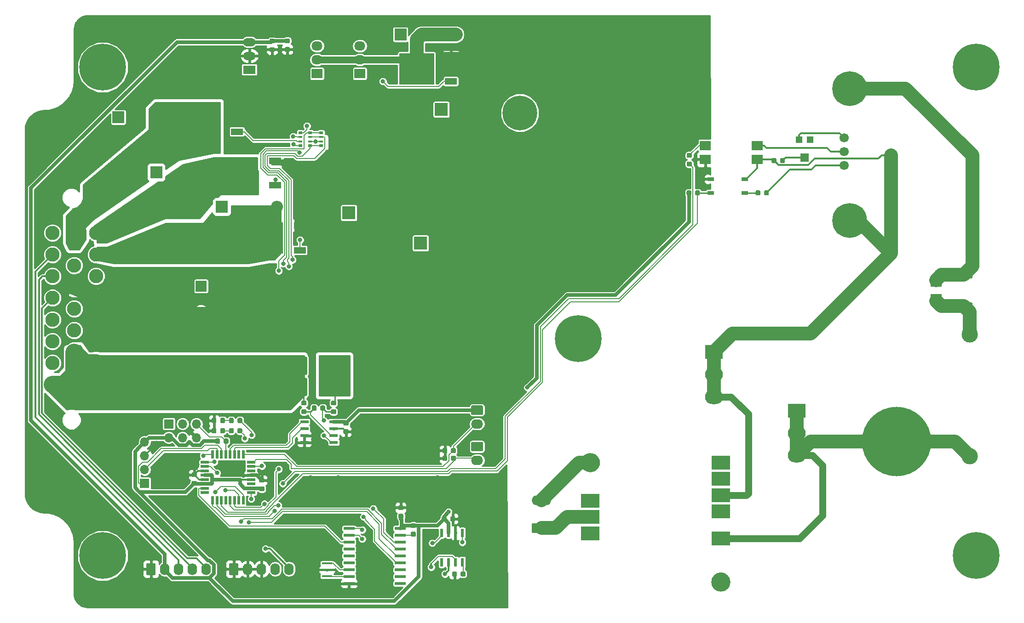
<source format=gbr>
G04 #@! TF.GenerationSoftware,KiCad,Pcbnew,(5.0.2)-1*
G04 #@! TF.CreationDate,2019-03-07T01:49:32-05:00*
G04 #@! TF.ProjectId,interface-board,696e7465-7266-4616-9365-2d626f617264,rev?*
G04 #@! TF.SameCoordinates,Original*
G04 #@! TF.FileFunction,Copper,L1,Top*
G04 #@! TF.FilePolarity,Positive*
%FSLAX46Y46*%
G04 Gerber Fmt 4.6, Leading zero omitted, Abs format (unit mm)*
G04 Created by KiCad (PCBNEW (5.0.2)-1) date 3/7/2019 1:49:32 AM*
%MOMM*%
%LPD*%
G01*
G04 APERTURE LIST*
G04 #@! TA.AperFunction,ComponentPad*
%ADD10C,0.900000*%
G04 #@! TD*
G04 #@! TA.AperFunction,ComponentPad*
%ADD11C,12.800000*%
G04 #@! TD*
G04 #@! TA.AperFunction,ComponentPad*
%ADD12C,6.400000*%
G04 #@! TD*
G04 #@! TA.AperFunction,ComponentPad*
%ADD13C,1.699848*%
G04 #@! TD*
G04 #@! TA.AperFunction,ComponentPad*
%ADD14C,0.800000*%
G04 #@! TD*
G04 #@! TA.AperFunction,SMDPad,CuDef*
%ADD15R,1.200000X0.800000*%
G04 #@! TD*
G04 #@! TA.AperFunction,SMDPad,CuDef*
%ADD16R,1.600000X1.500000*%
G04 #@! TD*
G04 #@! TA.AperFunction,SMDPad,CuDef*
%ADD17R,1.200000X1.200000*%
G04 #@! TD*
G04 #@! TA.AperFunction,ComponentPad*
%ADD18C,2.625000*%
G04 #@! TD*
G04 #@! TA.AperFunction,ComponentPad*
%ADD19R,2.625000X2.625000*%
G04 #@! TD*
G04 #@! TA.AperFunction,ComponentPad*
%ADD20O,1.700000X1.700000*%
G04 #@! TD*
G04 #@! TA.AperFunction,ComponentPad*
%ADD21R,1.700000X1.700000*%
G04 #@! TD*
G04 #@! TA.AperFunction,ComponentPad*
%ADD22R,3.500000X2.500000*%
G04 #@! TD*
G04 #@! TA.AperFunction,ComponentPad*
%ADD23C,3.500000*%
G04 #@! TD*
G04 #@! TA.AperFunction,Conductor*
%ADD24C,0.100000*%
G04 #@! TD*
G04 #@! TA.AperFunction,ComponentPad*
%ADD25C,8.600000*%
G04 #@! TD*
G04 #@! TA.AperFunction,SMDPad,CuDef*
%ADD26C,0.875000*%
G04 #@! TD*
G04 #@! TA.AperFunction,ComponentPad*
%ADD27C,2.400000*%
G04 #@! TD*
G04 #@! TA.AperFunction,ComponentPad*
%ADD28R,2.400000X2.400000*%
G04 #@! TD*
G04 #@! TA.AperFunction,ComponentPad*
%ADD29O,2.200000X2.200000*%
G04 #@! TD*
G04 #@! TA.AperFunction,ComponentPad*
%ADD30R,2.200000X2.200000*%
G04 #@! TD*
G04 #@! TA.AperFunction,ComponentPad*
%ADD31O,1.740000X2.200000*%
G04 #@! TD*
G04 #@! TA.AperFunction,ComponentPad*
%ADD32C,1.740000*%
G04 #@! TD*
G04 #@! TA.AperFunction,ComponentPad*
%ADD33O,2.030000X1.730000*%
G04 #@! TD*
G04 #@! TA.AperFunction,ComponentPad*
%ADD34R,2.030000X1.730000*%
G04 #@! TD*
G04 #@! TA.AperFunction,ComponentPad*
%ADD35O,2.200000X1.740000*%
G04 #@! TD*
G04 #@! TA.AperFunction,SMDPad,CuDef*
%ADD36R,2.000000X0.800000*%
G04 #@! TD*
G04 #@! TA.AperFunction,SMDPad,CuDef*
%ADD37R,6.400000X5.800000*%
G04 #@! TD*
G04 #@! TA.AperFunction,SMDPad,CuDef*
%ADD38R,2.200000X1.200000*%
G04 #@! TD*
G04 #@! TA.AperFunction,SMDPad,CuDef*
%ADD39C,1.350000*%
G04 #@! TD*
G04 #@! TA.AperFunction,SMDPad,CuDef*
%ADD40R,0.600000X1.550000*%
G04 #@! TD*
G04 #@! TA.AperFunction,SMDPad,CuDef*
%ADD41R,0.550000X1.600000*%
G04 #@! TD*
G04 #@! TA.AperFunction,SMDPad,CuDef*
%ADD42R,1.600000X0.550000*%
G04 #@! TD*
G04 #@! TA.AperFunction,ComponentPad*
%ADD43O,2.300000X1.500000*%
G04 #@! TD*
G04 #@! TA.AperFunction,ComponentPad*
%ADD44R,2.300000X1.500000*%
G04 #@! TD*
G04 #@! TA.AperFunction,SMDPad,CuDef*
%ADD45R,1.550000X0.600000*%
G04 #@! TD*
G04 #@! TA.AperFunction,ComponentPad*
%ADD46C,3.000000*%
G04 #@! TD*
G04 #@! TA.AperFunction,SMDPad,CuDef*
%ADD47R,2.000000X1.780000*%
G04 #@! TD*
G04 #@! TA.AperFunction,SMDPad,CuDef*
%ADD48R,0.800000X0.500000*%
G04 #@! TD*
G04 #@! TA.AperFunction,SMDPad,CuDef*
%ADD49R,0.800000X0.400000*%
G04 #@! TD*
G04 #@! TA.AperFunction,ComponentPad*
%ADD50R,2.000000X2.000000*%
G04 #@! TD*
G04 #@! TA.AperFunction,ComponentPad*
%ADD51C,2.000000*%
G04 #@! TD*
G04 #@! TA.AperFunction,ComponentPad*
%ADD52C,1.800000*%
G04 #@! TD*
G04 #@! TA.AperFunction,ComponentPad*
%ADD53O,3.600000X1.800000*%
G04 #@! TD*
G04 #@! TA.AperFunction,ComponentPad*
%ADD54O,3.300000X2.640000*%
G04 #@! TD*
G04 #@! TA.AperFunction,ComponentPad*
%ADD55R,3.300000X2.640000*%
G04 #@! TD*
G04 #@! TA.AperFunction,SMDPad,CuDef*
%ADD56R,1.900000X0.400000*%
G04 #@! TD*
G04 #@! TA.AperFunction,SMDPad,CuDef*
%ADD57R,2.000000X0.600000*%
G04 #@! TD*
G04 #@! TA.AperFunction,ViaPad*
%ADD58C,0.800000*%
G04 #@! TD*
G04 #@! TA.AperFunction,Conductor*
%ADD59C,0.304800*%
G04 #@! TD*
G04 #@! TA.AperFunction,Conductor*
%ADD60C,0.635000*%
G04 #@! TD*
G04 #@! TA.AperFunction,Conductor*
%ADD61C,2.540000*%
G04 #@! TD*
G04 #@! TA.AperFunction,Conductor*
%ADD62C,0.254000*%
G04 #@! TD*
G04 #@! TA.AperFunction,Conductor*
%ADD63C,0.200000*%
G04 #@! TD*
G04 #@! TA.AperFunction,Conductor*
%ADD64C,0.203200*%
G04 #@! TD*
G04 #@! TA.AperFunction,Conductor*
%ADD65C,0.250000*%
G04 #@! TD*
G04 #@! TA.AperFunction,Conductor*
%ADD66C,1.270000*%
G04 #@! TD*
G04 #@! TA.AperFunction,Conductor*
%ADD67C,3.175000*%
G04 #@! TD*
G04 APERTURE END LIST*
D10*
G04 #@! TO.P,J6,1*
G04 #@! TO.N,/Main/HV+*
X216694113Y-114700887D03*
X213300000Y-113295000D03*
X209905887Y-114700887D03*
X208500000Y-118095000D03*
X209905887Y-121489113D03*
X213300000Y-122895000D03*
X216694113Y-121489113D03*
X218100000Y-118095000D03*
D11*
X213300000Y-118095000D03*
G04 #@! TD*
D12*
G04 #@! TO.P,U5,1*
G04 #@! TO.N,Net-(C10-Pad1)*
X204664000Y-53071000D03*
G04 #@! TO.P,U5,5*
G04 #@! TO.N,/Main/HV-*
X204618280Y-77328000D03*
G04 #@! TO.P,U5,8*
G04 #@! TO.N,GND*
X143958000Y-73010000D03*
G04 #@! TO.P,U5,9*
G04 #@! TO.N,Net-(C2-Pad1)*
X143958000Y-57516000D03*
D13*
G04 #@! TO.P,U5,2*
G04 #@! TO.N,/Main/sheet5C830478/TRIM_HV*
X203648000Y-62088000D03*
G04 #@! TO.P,U5,3*
G04 #@! TO.N,/Main/sheet5C830478/EN_HV*
X203648000Y-64628000D03*
G04 #@! TO.P,U5,4*
G04 #@! TO.N,/Main/sheet5C830478/FAULT_HV*
X203648000Y-67168000D03*
D14*
G04 #@! TO.P,U5,1*
G04 #@! TO.N,Net-(C10-Pad1)*
X204664000Y-50658000D03*
X206370249Y-51364751D03*
X207077000Y-53071000D03*
X206370249Y-54777249D03*
X204664000Y-55484000D03*
X202957751Y-54777249D03*
X202251000Y-53071000D03*
X202957751Y-51364751D03*
G04 #@! TO.P,U5,5*
G04 #@! TO.N,/Main/HV-*
X204664000Y-74915000D03*
X206356858Y-75654080D03*
X207031280Y-77373720D03*
X206292200Y-79066578D03*
X204572560Y-79741000D03*
X202879702Y-79001920D03*
X202205280Y-77282280D03*
X202944360Y-75589422D03*
G04 #@! TO.P,U5,9*
G04 #@! TO.N,Net-(C2-Pad1)*
X143958000Y-55103000D03*
X145664249Y-55809751D03*
X146371000Y-57516000D03*
X145664249Y-59222249D03*
X143958000Y-59929000D03*
X142251751Y-59222249D03*
X141545000Y-57516000D03*
X142251751Y-55809751D03*
G04 #@! TO.P,U5,8*
G04 #@! TO.N,GND*
X143958000Y-70597000D03*
X145664249Y-71303751D03*
X146371000Y-73010000D03*
X145664249Y-74716249D03*
X143958000Y-75423000D03*
X142251751Y-74716249D03*
X141545000Y-73010000D03*
X142251751Y-71303751D03*
G04 #@! TD*
D15*
G04 #@! TO.P,U9,1*
G04 #@! TO.N,Net-(R19-Pad1)*
X185390000Y-72269000D03*
G04 #@! TO.P,U9,6*
G04 #@! TO.N,/Main/DC_DC_FAULT*
X179090000Y-72269000D03*
G04 #@! TO.P,U9,3*
G04 #@! TO.N,/Main/HV-*
X185390000Y-69729000D03*
G04 #@! TO.P,U9,4*
G04 #@! TO.N,GND*
X179090000Y-69729000D03*
G04 #@! TD*
D16*
G04 #@! TO.P,RV1,2*
G04 #@! TO.N,Net-(R18-Pad1)*
X196358000Y-65734000D03*
D17*
G04 #@! TO.P,RV1,3*
G04 #@! TO.N,/Main/sheet5C830478/TRIM_HV*
X195358000Y-62484000D03*
G04 #@! TO.P,RV1,1*
G04 #@! TO.N,N/C*
X197358000Y-62484000D03*
G04 #@! TD*
D18*
G04 #@! TO.P,J16,22*
G04 #@! TO.N,/Main/IMD_AN3*
X57935000Y-83624000D03*
G04 #@! TO.P,J16,21*
G04 #@! TO.N,/Main/IMD_AN2*
X57935000Y-87624000D03*
G04 #@! TO.P,J16,20*
G04 #@! TO.N,/Main/IMD_AN1*
X57935000Y-91624000D03*
G04 #@! TO.P,J16,19*
G04 #@! TO.N,/Main/IMD_OK*
X57935000Y-95624000D03*
G04 #@! TO.P,J16,18*
G04 #@! TO.N,N/C*
X57935000Y-99624000D03*
G04 #@! TO.P,J16,17*
X57935000Y-103624000D03*
G04 #@! TO.P,J16,14*
G04 #@! TO.N,+12V*
X61935000Y-85624000D03*
G04 #@! TO.P,J16,13*
G04 #@! TO.N,GND*
X61935000Y-89624000D03*
G04 #@! TO.P,J16,12*
G04 #@! TO.N,/Main/CAN-*
X61935000Y-93624000D03*
G04 #@! TO.P,J16,11*
G04 #@! TO.N,/Main/CAN+*
X61935000Y-97624000D03*
G04 #@! TO.P,J16,10*
G04 #@! TO.N,/Main/SHDN_LOOP_OUT*
X61935000Y-101624000D03*
G04 #@! TO.P,J16,7*
G04 #@! TO.N,/Main/FANOUT3*
X65935000Y-83624000D03*
G04 #@! TO.P,J16,6*
G04 #@! TO.N,+12V*
X65935000Y-87624000D03*
G04 #@! TO.P,J16,5*
G04 #@! TO.N,GND*
X65935000Y-91624000D03*
G04 #@! TO.P,J16,4*
X65935000Y-95624000D03*
G04 #@! TO.P,J16,3*
X65935000Y-99624000D03*
G04 #@! TO.P,J16,2*
G04 #@! TO.N,/Main/SHDN_LOOP_OUT*
X65935000Y-103624000D03*
G04 #@! TO.P,J16,23*
G04 #@! TO.N,N/C*
X57935000Y-79624000D03*
G04 #@! TO.P,J16,16*
G04 #@! TO.N,/Main/SHDN_LOOP_OUT*
X57935000Y-107624000D03*
G04 #@! TO.P,J16,15*
G04 #@! TO.N,/Main/FANOUT2*
X61935000Y-81624000D03*
G04 #@! TO.P,J16,9*
G04 #@! TO.N,/Main/SHDN_LOOP_OUT*
X61935000Y-105624000D03*
G04 #@! TO.P,J16,8*
G04 #@! TO.N,/Main/FANOUT1*
X65935000Y-79624000D03*
D19*
G04 #@! TO.P,J16,1*
G04 #@! TO.N,/Main/SHDN_LOOP_OUT*
X65935000Y-107624000D03*
G04 #@! TD*
D20*
G04 #@! TO.P,J11,4*
G04 #@! TO.N,+5V*
X74900000Y-118169000D03*
G04 #@! TO.P,J11,3*
G04 #@! TO.N,GND*
X74900000Y-120709000D03*
G04 #@! TO.P,J11,2*
G04 #@! TO.N,/Main/UART_TX*
X74900000Y-123249000D03*
D21*
G04 #@! TO.P,J11,1*
G04 #@! TO.N,/Main/UART_RX*
X74900000Y-125789000D03*
G04 #@! TD*
D22*
G04 #@! TO.P,U10,4*
G04 #@! TO.N,N/C*
X156945000Y-134979000D03*
G04 #@! TO.P,U10,5*
G04 #@! TO.N,Net-(J5-Pad1)*
X156945000Y-131979000D03*
G04 #@! TO.P,U10,6*
G04 #@! TO.N,N/C*
X156945000Y-128979000D03*
D23*
G04 #@! TO.P,U10,7*
G04 #@! TO.N,Net-(J5-Pad2)*
X156945000Y-121979000D03*
D24*
G04 #@! TD*
G04 #@! TO.N,Net-(J5-Pad2)*
G04 #@! TO.C,U10*
G36*
X156688222Y-123710059D02*
X156519785Y-123676555D01*
X156355443Y-123626702D01*
X156196779Y-123560981D01*
X156045320Y-123480025D01*
X155902526Y-123384613D01*
X155769772Y-123275664D01*
X155648336Y-123154228D01*
X155539387Y-123021474D01*
X155443975Y-122878680D01*
X155363019Y-122727221D01*
X155297298Y-122568557D01*
X155247445Y-122404215D01*
X155213941Y-122235778D01*
X155197108Y-122064868D01*
X155197108Y-121893132D01*
X155213941Y-121722222D01*
X155247445Y-121553785D01*
X155297298Y-121389443D01*
X155363019Y-121230779D01*
X155443975Y-121079320D01*
X155539387Y-120936526D01*
X155648336Y-120803772D01*
X155769772Y-120682336D01*
X155902526Y-120573387D01*
X156045320Y-120477975D01*
X156196779Y-120397019D01*
X156355443Y-120331298D01*
X156519785Y-120281445D01*
X156688222Y-120247941D01*
X156859132Y-120231108D01*
X157030868Y-120231108D01*
X157201778Y-120247941D01*
X157370215Y-120281445D01*
X157534557Y-120331298D01*
X157693221Y-120397019D01*
X157844680Y-120477975D01*
X157987474Y-120573387D01*
X158120228Y-120682336D01*
X158241664Y-120803772D01*
X158350613Y-120936526D01*
X158446025Y-121079320D01*
X158526981Y-121230779D01*
X158592702Y-121389443D01*
X158642555Y-121553785D01*
X158676059Y-121722222D01*
X158692892Y-121893132D01*
X158692892Y-122064868D01*
X158676059Y-122235778D01*
X158642555Y-122404215D01*
X158592702Y-122568557D01*
X158526981Y-122727221D01*
X158446025Y-122878680D01*
X158350613Y-123021474D01*
X158241664Y-123154228D01*
X158120228Y-123275664D01*
X157987474Y-123384613D01*
X157844680Y-123480025D01*
X157693221Y-123560981D01*
X157534557Y-123626702D01*
X157370215Y-123676555D01*
X157201778Y-123710059D01*
X157030868Y-123726892D01*
X156859132Y-123726892D01*
X156688222Y-123710059D01*
X156688222Y-123710059D01*
G37*
D22*
G04 #@! TO.P,U10,12*
G04 #@! TO.N,/Main/HV+*
X180945000Y-135979000D03*
G04 #@! TO.P,U10,11*
G04 #@! TO.N,N/C*
X180945000Y-130979000D03*
G04 #@! TO.P,U10,10*
G04 #@! TO.N,/Main/HV-*
X180945000Y-127979000D03*
G04 #@! TO.P,U10,9*
G04 #@! TO.N,N/C*
X180945000Y-124979000D03*
D23*
G04 #@! TO.P,U10,14*
X180945000Y-143979000D03*
D24*
G04 #@! TD*
G04 #@! TO.N,N/C*
G04 #@! TO.C,U10*
G36*
X180688222Y-145710059D02*
X180519785Y-145676555D01*
X180355443Y-145626702D01*
X180196779Y-145560981D01*
X180045320Y-145480025D01*
X179902526Y-145384613D01*
X179769772Y-145275664D01*
X179648336Y-145154228D01*
X179539387Y-145021474D01*
X179443975Y-144878680D01*
X179363019Y-144727221D01*
X179297298Y-144568557D01*
X179247445Y-144404215D01*
X179213941Y-144235778D01*
X179197108Y-144064868D01*
X179197108Y-143893132D01*
X179213941Y-143722222D01*
X179247445Y-143553785D01*
X179297298Y-143389443D01*
X179363019Y-143230779D01*
X179443975Y-143079320D01*
X179539387Y-142936526D01*
X179648336Y-142803772D01*
X179769772Y-142682336D01*
X179902526Y-142573387D01*
X180045320Y-142477975D01*
X180196779Y-142397019D01*
X180355443Y-142331298D01*
X180519785Y-142281445D01*
X180688222Y-142247941D01*
X180859132Y-142231108D01*
X181030868Y-142231108D01*
X181201778Y-142247941D01*
X181370215Y-142281445D01*
X181534557Y-142331298D01*
X181693221Y-142397019D01*
X181844680Y-142477975D01*
X181987474Y-142573387D01*
X182120228Y-142682336D01*
X182241664Y-142803772D01*
X182350613Y-142936526D01*
X182446025Y-143079320D01*
X182526981Y-143230779D01*
X182592702Y-143389443D01*
X182642555Y-143553785D01*
X182676059Y-143722222D01*
X182692892Y-143893132D01*
X182692892Y-144064868D01*
X182676059Y-144235778D01*
X182642555Y-144404215D01*
X182592702Y-144568557D01*
X182526981Y-144727221D01*
X182446025Y-144878680D01*
X182350613Y-145021474D01*
X182241664Y-145154228D01*
X182120228Y-145275664D01*
X181987474Y-145384613D01*
X181844680Y-145480025D01*
X181693221Y-145560981D01*
X181534557Y-145626702D01*
X181370215Y-145676555D01*
X181201778Y-145710059D01*
X181030868Y-145726892D01*
X180859132Y-145726892D01*
X180688222Y-145710059D01*
X180688222Y-145710059D01*
G37*
D22*
G04 #@! TO.P,U10,8*
G04 #@! TO.N,N/C*
X180945000Y-121979000D03*
G04 #@! TD*
D10*
G04 #@! TO.P,REF\002A\002A,1*
G04 #@! TO.N,N/C*
X230215419Y-136843581D03*
X227935000Y-135899000D03*
X225654581Y-136843581D03*
X224710000Y-139124000D03*
X225654581Y-141404419D03*
X227935000Y-142349000D03*
X230215419Y-141404419D03*
X231160000Y-139124000D03*
D25*
X227935000Y-139124000D03*
G04 #@! TD*
D10*
G04 #@! TO.P,REF\002A\002A,1*
G04 #@! TO.N,N/C*
X156965419Y-96843581D03*
X154685000Y-95899000D03*
X152404581Y-96843581D03*
X151460000Y-99124000D03*
X152404581Y-101404419D03*
X154685000Y-102349000D03*
X156965419Y-101404419D03*
X157910000Y-99124000D03*
D25*
X154685000Y-99124000D03*
G04 #@! TD*
D10*
G04 #@! TO.P,REF\002A\002A,1*
G04 #@! TO.N,N/C*
X230215419Y-46843581D03*
X227935000Y-45899000D03*
X225654581Y-46843581D03*
X224710000Y-49124000D03*
X225654581Y-51404419D03*
X227935000Y-52349000D03*
X230215419Y-51404419D03*
X231160000Y-49124000D03*
D25*
X227935000Y-49124000D03*
G04 #@! TD*
D24*
G04 #@! TO.N,GND*
G04 #@! TO.C,C3*
G36*
X122324691Y-129840053D02*
X122345926Y-129843203D01*
X122366750Y-129848419D01*
X122386962Y-129855651D01*
X122406368Y-129864830D01*
X122424781Y-129875866D01*
X122442024Y-129888654D01*
X122457930Y-129903070D01*
X122472346Y-129918976D01*
X122485134Y-129936219D01*
X122496170Y-129954632D01*
X122505349Y-129974038D01*
X122512581Y-129994250D01*
X122517797Y-130015074D01*
X122520947Y-130036309D01*
X122522000Y-130057750D01*
X122522000Y-130495250D01*
X122520947Y-130516691D01*
X122517797Y-130537926D01*
X122512581Y-130558750D01*
X122505349Y-130578962D01*
X122496170Y-130598368D01*
X122485134Y-130616781D01*
X122472346Y-130634024D01*
X122457930Y-130649930D01*
X122442024Y-130664346D01*
X122424781Y-130677134D01*
X122406368Y-130688170D01*
X122386962Y-130697349D01*
X122366750Y-130704581D01*
X122345926Y-130709797D01*
X122324691Y-130712947D01*
X122303250Y-130714000D01*
X121790750Y-130714000D01*
X121769309Y-130712947D01*
X121748074Y-130709797D01*
X121727250Y-130704581D01*
X121707038Y-130697349D01*
X121687632Y-130688170D01*
X121669219Y-130677134D01*
X121651976Y-130664346D01*
X121636070Y-130649930D01*
X121621654Y-130634024D01*
X121608866Y-130616781D01*
X121597830Y-130598368D01*
X121588651Y-130578962D01*
X121581419Y-130558750D01*
X121576203Y-130537926D01*
X121573053Y-130516691D01*
X121572000Y-130495250D01*
X121572000Y-130057750D01*
X121573053Y-130036309D01*
X121576203Y-130015074D01*
X121581419Y-129994250D01*
X121588651Y-129974038D01*
X121597830Y-129954632D01*
X121608866Y-129936219D01*
X121621654Y-129918976D01*
X121636070Y-129903070D01*
X121651976Y-129888654D01*
X121669219Y-129875866D01*
X121687632Y-129864830D01*
X121707038Y-129855651D01*
X121727250Y-129848419D01*
X121748074Y-129843203D01*
X121769309Y-129840053D01*
X121790750Y-129839000D01*
X122303250Y-129839000D01*
X122324691Y-129840053D01*
X122324691Y-129840053D01*
G37*
D26*
G04 #@! TD*
G04 #@! TO.P,C3,2*
G04 #@! TO.N,GND*
X122047000Y-130276500D03*
D24*
G04 #@! TO.N,+5V*
G04 #@! TO.C,C3*
G36*
X122324691Y-131415053D02*
X122345926Y-131418203D01*
X122366750Y-131423419D01*
X122386962Y-131430651D01*
X122406368Y-131439830D01*
X122424781Y-131450866D01*
X122442024Y-131463654D01*
X122457930Y-131478070D01*
X122472346Y-131493976D01*
X122485134Y-131511219D01*
X122496170Y-131529632D01*
X122505349Y-131549038D01*
X122512581Y-131569250D01*
X122517797Y-131590074D01*
X122520947Y-131611309D01*
X122522000Y-131632750D01*
X122522000Y-132070250D01*
X122520947Y-132091691D01*
X122517797Y-132112926D01*
X122512581Y-132133750D01*
X122505349Y-132153962D01*
X122496170Y-132173368D01*
X122485134Y-132191781D01*
X122472346Y-132209024D01*
X122457930Y-132224930D01*
X122442024Y-132239346D01*
X122424781Y-132252134D01*
X122406368Y-132263170D01*
X122386962Y-132272349D01*
X122366750Y-132279581D01*
X122345926Y-132284797D01*
X122324691Y-132287947D01*
X122303250Y-132289000D01*
X121790750Y-132289000D01*
X121769309Y-132287947D01*
X121748074Y-132284797D01*
X121727250Y-132279581D01*
X121707038Y-132272349D01*
X121687632Y-132263170D01*
X121669219Y-132252134D01*
X121651976Y-132239346D01*
X121636070Y-132224930D01*
X121621654Y-132209024D01*
X121608866Y-132191781D01*
X121597830Y-132173368D01*
X121588651Y-132153962D01*
X121581419Y-132133750D01*
X121576203Y-132112926D01*
X121573053Y-132091691D01*
X121572000Y-132070250D01*
X121572000Y-131632750D01*
X121573053Y-131611309D01*
X121576203Y-131590074D01*
X121581419Y-131569250D01*
X121588651Y-131549038D01*
X121597830Y-131529632D01*
X121608866Y-131511219D01*
X121621654Y-131493976D01*
X121636070Y-131478070D01*
X121651976Y-131463654D01*
X121669219Y-131450866D01*
X121687632Y-131439830D01*
X121707038Y-131430651D01*
X121727250Y-131423419D01*
X121748074Y-131418203D01*
X121769309Y-131415053D01*
X121790750Y-131414000D01*
X122303250Y-131414000D01*
X122324691Y-131415053D01*
X122324691Y-131415053D01*
G37*
D26*
G04 #@! TD*
G04 #@! TO.P,C3,1*
G04 #@! TO.N,+5V*
X122047000Y-131851500D03*
D24*
G04 #@! TO.N,GND*
G04 #@! TO.C,C4*
G36*
X131837691Y-131860053D02*
X131858926Y-131863203D01*
X131879750Y-131868419D01*
X131899962Y-131875651D01*
X131919368Y-131884830D01*
X131937781Y-131895866D01*
X131955024Y-131908654D01*
X131970930Y-131923070D01*
X131985346Y-131938976D01*
X131998134Y-131956219D01*
X132009170Y-131974632D01*
X132018349Y-131994038D01*
X132025581Y-132014250D01*
X132030797Y-132035074D01*
X132033947Y-132056309D01*
X132035000Y-132077750D01*
X132035000Y-132590250D01*
X132033947Y-132611691D01*
X132030797Y-132632926D01*
X132025581Y-132653750D01*
X132018349Y-132673962D01*
X132009170Y-132693368D01*
X131998134Y-132711781D01*
X131985346Y-132729024D01*
X131970930Y-132744930D01*
X131955024Y-132759346D01*
X131937781Y-132772134D01*
X131919368Y-132783170D01*
X131899962Y-132792349D01*
X131879750Y-132799581D01*
X131858926Y-132804797D01*
X131837691Y-132807947D01*
X131816250Y-132809000D01*
X131378750Y-132809000D01*
X131357309Y-132807947D01*
X131336074Y-132804797D01*
X131315250Y-132799581D01*
X131295038Y-132792349D01*
X131275632Y-132783170D01*
X131257219Y-132772134D01*
X131239976Y-132759346D01*
X131224070Y-132744930D01*
X131209654Y-132729024D01*
X131196866Y-132711781D01*
X131185830Y-132693368D01*
X131176651Y-132673962D01*
X131169419Y-132653750D01*
X131164203Y-132632926D01*
X131161053Y-132611691D01*
X131160000Y-132590250D01*
X131160000Y-132077750D01*
X131161053Y-132056309D01*
X131164203Y-132035074D01*
X131169419Y-132014250D01*
X131176651Y-131994038D01*
X131185830Y-131974632D01*
X131196866Y-131956219D01*
X131209654Y-131938976D01*
X131224070Y-131923070D01*
X131239976Y-131908654D01*
X131257219Y-131895866D01*
X131275632Y-131884830D01*
X131295038Y-131875651D01*
X131315250Y-131868419D01*
X131336074Y-131863203D01*
X131357309Y-131860053D01*
X131378750Y-131859000D01*
X131816250Y-131859000D01*
X131837691Y-131860053D01*
X131837691Y-131860053D01*
G37*
D26*
G04 #@! TD*
G04 #@! TO.P,C4,2*
G04 #@! TO.N,GND*
X131597500Y-132334000D03*
D24*
G04 #@! TO.N,+5V*
G04 #@! TO.C,C4*
G36*
X130262691Y-131860053D02*
X130283926Y-131863203D01*
X130304750Y-131868419D01*
X130324962Y-131875651D01*
X130344368Y-131884830D01*
X130362781Y-131895866D01*
X130380024Y-131908654D01*
X130395930Y-131923070D01*
X130410346Y-131938976D01*
X130423134Y-131956219D01*
X130434170Y-131974632D01*
X130443349Y-131994038D01*
X130450581Y-132014250D01*
X130455797Y-132035074D01*
X130458947Y-132056309D01*
X130460000Y-132077750D01*
X130460000Y-132590250D01*
X130458947Y-132611691D01*
X130455797Y-132632926D01*
X130450581Y-132653750D01*
X130443349Y-132673962D01*
X130434170Y-132693368D01*
X130423134Y-132711781D01*
X130410346Y-132729024D01*
X130395930Y-132744930D01*
X130380024Y-132759346D01*
X130362781Y-132772134D01*
X130344368Y-132783170D01*
X130324962Y-132792349D01*
X130304750Y-132799581D01*
X130283926Y-132804797D01*
X130262691Y-132807947D01*
X130241250Y-132809000D01*
X129803750Y-132809000D01*
X129782309Y-132807947D01*
X129761074Y-132804797D01*
X129740250Y-132799581D01*
X129720038Y-132792349D01*
X129700632Y-132783170D01*
X129682219Y-132772134D01*
X129664976Y-132759346D01*
X129649070Y-132744930D01*
X129634654Y-132729024D01*
X129621866Y-132711781D01*
X129610830Y-132693368D01*
X129601651Y-132673962D01*
X129594419Y-132653750D01*
X129589203Y-132632926D01*
X129586053Y-132611691D01*
X129585000Y-132590250D01*
X129585000Y-132077750D01*
X129586053Y-132056309D01*
X129589203Y-132035074D01*
X129594419Y-132014250D01*
X129601651Y-131994038D01*
X129610830Y-131974632D01*
X129621866Y-131956219D01*
X129634654Y-131938976D01*
X129649070Y-131923070D01*
X129664976Y-131908654D01*
X129682219Y-131895866D01*
X129700632Y-131884830D01*
X129720038Y-131875651D01*
X129740250Y-131868419D01*
X129761074Y-131863203D01*
X129782309Y-131860053D01*
X129803750Y-131859000D01*
X130241250Y-131859000D01*
X130262691Y-131860053D01*
X130262691Y-131860053D01*
G37*
D26*
G04 #@! TD*
G04 #@! TO.P,C4,1*
G04 #@! TO.N,+5V*
X130022500Y-132334000D03*
D24*
G04 #@! TO.N,GND*
G04 #@! TO.C,C7*
G36*
X96738691Y-124786053D02*
X96759926Y-124789203D01*
X96780750Y-124794419D01*
X96800962Y-124801651D01*
X96820368Y-124810830D01*
X96838781Y-124821866D01*
X96856024Y-124834654D01*
X96871930Y-124849070D01*
X96886346Y-124864976D01*
X96899134Y-124882219D01*
X96910170Y-124900632D01*
X96919349Y-124920038D01*
X96926581Y-124940250D01*
X96931797Y-124961074D01*
X96934947Y-124982309D01*
X96936000Y-125003750D01*
X96936000Y-125441250D01*
X96934947Y-125462691D01*
X96931797Y-125483926D01*
X96926581Y-125504750D01*
X96919349Y-125524962D01*
X96910170Y-125544368D01*
X96899134Y-125562781D01*
X96886346Y-125580024D01*
X96871930Y-125595930D01*
X96856024Y-125610346D01*
X96838781Y-125623134D01*
X96820368Y-125634170D01*
X96800962Y-125643349D01*
X96780750Y-125650581D01*
X96759926Y-125655797D01*
X96738691Y-125658947D01*
X96717250Y-125660000D01*
X96204750Y-125660000D01*
X96183309Y-125658947D01*
X96162074Y-125655797D01*
X96141250Y-125650581D01*
X96121038Y-125643349D01*
X96101632Y-125634170D01*
X96083219Y-125623134D01*
X96065976Y-125610346D01*
X96050070Y-125595930D01*
X96035654Y-125580024D01*
X96022866Y-125562781D01*
X96011830Y-125544368D01*
X96002651Y-125524962D01*
X95995419Y-125504750D01*
X95990203Y-125483926D01*
X95987053Y-125462691D01*
X95986000Y-125441250D01*
X95986000Y-125003750D01*
X95987053Y-124982309D01*
X95990203Y-124961074D01*
X95995419Y-124940250D01*
X96002651Y-124920038D01*
X96011830Y-124900632D01*
X96022866Y-124882219D01*
X96035654Y-124864976D01*
X96050070Y-124849070D01*
X96065976Y-124834654D01*
X96083219Y-124821866D01*
X96101632Y-124810830D01*
X96121038Y-124801651D01*
X96141250Y-124794419D01*
X96162074Y-124789203D01*
X96183309Y-124786053D01*
X96204750Y-124785000D01*
X96717250Y-124785000D01*
X96738691Y-124786053D01*
X96738691Y-124786053D01*
G37*
D26*
G04 #@! TD*
G04 #@! TO.P,C7,2*
G04 #@! TO.N,GND*
X96461000Y-125222500D03*
D24*
G04 #@! TO.N,+5V*
G04 #@! TO.C,C7*
G36*
X96738691Y-126361053D02*
X96759926Y-126364203D01*
X96780750Y-126369419D01*
X96800962Y-126376651D01*
X96820368Y-126385830D01*
X96838781Y-126396866D01*
X96856024Y-126409654D01*
X96871930Y-126424070D01*
X96886346Y-126439976D01*
X96899134Y-126457219D01*
X96910170Y-126475632D01*
X96919349Y-126495038D01*
X96926581Y-126515250D01*
X96931797Y-126536074D01*
X96934947Y-126557309D01*
X96936000Y-126578750D01*
X96936000Y-127016250D01*
X96934947Y-127037691D01*
X96931797Y-127058926D01*
X96926581Y-127079750D01*
X96919349Y-127099962D01*
X96910170Y-127119368D01*
X96899134Y-127137781D01*
X96886346Y-127155024D01*
X96871930Y-127170930D01*
X96856024Y-127185346D01*
X96838781Y-127198134D01*
X96820368Y-127209170D01*
X96800962Y-127218349D01*
X96780750Y-127225581D01*
X96759926Y-127230797D01*
X96738691Y-127233947D01*
X96717250Y-127235000D01*
X96204750Y-127235000D01*
X96183309Y-127233947D01*
X96162074Y-127230797D01*
X96141250Y-127225581D01*
X96121038Y-127218349D01*
X96101632Y-127209170D01*
X96083219Y-127198134D01*
X96065976Y-127185346D01*
X96050070Y-127170930D01*
X96035654Y-127155024D01*
X96022866Y-127137781D01*
X96011830Y-127119368D01*
X96002651Y-127099962D01*
X95995419Y-127079750D01*
X95990203Y-127058926D01*
X95987053Y-127037691D01*
X95986000Y-127016250D01*
X95986000Y-126578750D01*
X95987053Y-126557309D01*
X95990203Y-126536074D01*
X95995419Y-126515250D01*
X96002651Y-126495038D01*
X96011830Y-126475632D01*
X96022866Y-126457219D01*
X96035654Y-126439976D01*
X96050070Y-126424070D01*
X96065976Y-126409654D01*
X96083219Y-126396866D01*
X96101632Y-126385830D01*
X96121038Y-126376651D01*
X96141250Y-126369419D01*
X96162074Y-126364203D01*
X96183309Y-126361053D01*
X96204750Y-126360000D01*
X96717250Y-126360000D01*
X96738691Y-126361053D01*
X96738691Y-126361053D01*
G37*
D26*
G04 #@! TD*
G04 #@! TO.P,C7,1*
G04 #@! TO.N,+5V*
X96461000Y-126797500D03*
D24*
G04 #@! TO.N,GND*
G04 #@! TO.C,C8*
G36*
X84292691Y-123770053D02*
X84313926Y-123773203D01*
X84334750Y-123778419D01*
X84354962Y-123785651D01*
X84374368Y-123794830D01*
X84392781Y-123805866D01*
X84410024Y-123818654D01*
X84425930Y-123833070D01*
X84440346Y-123848976D01*
X84453134Y-123866219D01*
X84464170Y-123884632D01*
X84473349Y-123904038D01*
X84480581Y-123924250D01*
X84485797Y-123945074D01*
X84488947Y-123966309D01*
X84490000Y-123987750D01*
X84490000Y-124425250D01*
X84488947Y-124446691D01*
X84485797Y-124467926D01*
X84480581Y-124488750D01*
X84473349Y-124508962D01*
X84464170Y-124528368D01*
X84453134Y-124546781D01*
X84440346Y-124564024D01*
X84425930Y-124579930D01*
X84410024Y-124594346D01*
X84392781Y-124607134D01*
X84374368Y-124618170D01*
X84354962Y-124627349D01*
X84334750Y-124634581D01*
X84313926Y-124639797D01*
X84292691Y-124642947D01*
X84271250Y-124644000D01*
X83758750Y-124644000D01*
X83737309Y-124642947D01*
X83716074Y-124639797D01*
X83695250Y-124634581D01*
X83675038Y-124627349D01*
X83655632Y-124618170D01*
X83637219Y-124607134D01*
X83619976Y-124594346D01*
X83604070Y-124579930D01*
X83589654Y-124564024D01*
X83576866Y-124546781D01*
X83565830Y-124528368D01*
X83556651Y-124508962D01*
X83549419Y-124488750D01*
X83544203Y-124467926D01*
X83541053Y-124446691D01*
X83540000Y-124425250D01*
X83540000Y-123987750D01*
X83541053Y-123966309D01*
X83544203Y-123945074D01*
X83549419Y-123924250D01*
X83556651Y-123904038D01*
X83565830Y-123884632D01*
X83576866Y-123866219D01*
X83589654Y-123848976D01*
X83604070Y-123833070D01*
X83619976Y-123818654D01*
X83637219Y-123805866D01*
X83655632Y-123794830D01*
X83675038Y-123785651D01*
X83695250Y-123778419D01*
X83716074Y-123773203D01*
X83737309Y-123770053D01*
X83758750Y-123769000D01*
X84271250Y-123769000D01*
X84292691Y-123770053D01*
X84292691Y-123770053D01*
G37*
D26*
G04 #@! TD*
G04 #@! TO.P,C8,2*
G04 #@! TO.N,GND*
X84015000Y-124206500D03*
D24*
G04 #@! TO.N,+5V*
G04 #@! TO.C,C8*
G36*
X84292691Y-125345053D02*
X84313926Y-125348203D01*
X84334750Y-125353419D01*
X84354962Y-125360651D01*
X84374368Y-125369830D01*
X84392781Y-125380866D01*
X84410024Y-125393654D01*
X84425930Y-125408070D01*
X84440346Y-125423976D01*
X84453134Y-125441219D01*
X84464170Y-125459632D01*
X84473349Y-125479038D01*
X84480581Y-125499250D01*
X84485797Y-125520074D01*
X84488947Y-125541309D01*
X84490000Y-125562750D01*
X84490000Y-126000250D01*
X84488947Y-126021691D01*
X84485797Y-126042926D01*
X84480581Y-126063750D01*
X84473349Y-126083962D01*
X84464170Y-126103368D01*
X84453134Y-126121781D01*
X84440346Y-126139024D01*
X84425930Y-126154930D01*
X84410024Y-126169346D01*
X84392781Y-126182134D01*
X84374368Y-126193170D01*
X84354962Y-126202349D01*
X84334750Y-126209581D01*
X84313926Y-126214797D01*
X84292691Y-126217947D01*
X84271250Y-126219000D01*
X83758750Y-126219000D01*
X83737309Y-126217947D01*
X83716074Y-126214797D01*
X83695250Y-126209581D01*
X83675038Y-126202349D01*
X83655632Y-126193170D01*
X83637219Y-126182134D01*
X83619976Y-126169346D01*
X83604070Y-126154930D01*
X83589654Y-126139024D01*
X83576866Y-126121781D01*
X83565830Y-126103368D01*
X83556651Y-126083962D01*
X83549419Y-126063750D01*
X83544203Y-126042926D01*
X83541053Y-126021691D01*
X83540000Y-126000250D01*
X83540000Y-125562750D01*
X83541053Y-125541309D01*
X83544203Y-125520074D01*
X83549419Y-125499250D01*
X83556651Y-125479038D01*
X83565830Y-125459632D01*
X83576866Y-125441219D01*
X83589654Y-125423976D01*
X83604070Y-125408070D01*
X83619976Y-125393654D01*
X83637219Y-125380866D01*
X83655632Y-125369830D01*
X83675038Y-125360651D01*
X83695250Y-125353419D01*
X83716074Y-125348203D01*
X83737309Y-125345053D01*
X83758750Y-125344000D01*
X84271250Y-125344000D01*
X84292691Y-125345053D01*
X84292691Y-125345053D01*
G37*
D26*
G04 #@! TD*
G04 #@! TO.P,C8,1*
G04 #@! TO.N,+5V*
X84015000Y-125781500D03*
D27*
G04 #@! TO.P,C9,2*
G04 #@! TO.N,/Main/HV-*
X212240000Y-83369000D03*
G04 #@! TO.P,C9,1*
G04 #@! TO.N,Net-(C10-Pad1)*
X227240000Y-83369000D03*
G04 #@! TD*
G04 #@! TO.P,C10,2*
G04 #@! TO.N,/Main/HV-*
X212240000Y-74369000D03*
G04 #@! TO.P,C10,1*
G04 #@! TO.N,Net-(C10-Pad1)*
X227240000Y-74369000D03*
G04 #@! TD*
G04 #@! TO.P,C11,2*
G04 #@! TO.N,/Main/HV-*
X212240000Y-65369000D03*
G04 #@! TO.P,C11,1*
G04 #@! TO.N,Net-(C10-Pad1)*
X227240000Y-65369000D03*
G04 #@! TD*
G04 #@! TO.P,C13,2*
G04 #@! TO.N,GND*
X112462000Y-68431000D03*
D28*
G04 #@! TO.P,C13,1*
G04 #@! TO.N,/Main/sheet5C830478/12V_OUT*
X112462000Y-75931000D03*
G04 #@! TD*
D27*
G04 #@! TO.P,C14,2*
G04 #@! TO.N,GND*
X125670000Y-89019000D03*
D28*
G04 #@! TO.P,C14,1*
G04 #@! TO.N,/Main/sheet5C830478/12V_OUT*
X125670000Y-81519000D03*
G04 #@! TD*
D24*
G04 #@! TO.N,GND*
G04 #@! TO.C,C15*
G36*
X101436691Y-45395553D02*
X101457926Y-45398703D01*
X101478750Y-45403919D01*
X101498962Y-45411151D01*
X101518368Y-45420330D01*
X101536781Y-45431366D01*
X101554024Y-45444154D01*
X101569930Y-45458570D01*
X101584346Y-45474476D01*
X101597134Y-45491719D01*
X101608170Y-45510132D01*
X101617349Y-45529538D01*
X101624581Y-45549750D01*
X101629797Y-45570574D01*
X101632947Y-45591809D01*
X101634000Y-45613250D01*
X101634000Y-46050750D01*
X101632947Y-46072191D01*
X101629797Y-46093426D01*
X101624581Y-46114250D01*
X101617349Y-46134462D01*
X101608170Y-46153868D01*
X101597134Y-46172281D01*
X101584346Y-46189524D01*
X101569930Y-46205430D01*
X101554024Y-46219846D01*
X101536781Y-46232634D01*
X101518368Y-46243670D01*
X101498962Y-46252849D01*
X101478750Y-46260081D01*
X101457926Y-46265297D01*
X101436691Y-46268447D01*
X101415250Y-46269500D01*
X100902750Y-46269500D01*
X100881309Y-46268447D01*
X100860074Y-46265297D01*
X100839250Y-46260081D01*
X100819038Y-46252849D01*
X100799632Y-46243670D01*
X100781219Y-46232634D01*
X100763976Y-46219846D01*
X100748070Y-46205430D01*
X100733654Y-46189524D01*
X100720866Y-46172281D01*
X100709830Y-46153868D01*
X100700651Y-46134462D01*
X100693419Y-46114250D01*
X100688203Y-46093426D01*
X100685053Y-46072191D01*
X100684000Y-46050750D01*
X100684000Y-45613250D01*
X100685053Y-45591809D01*
X100688203Y-45570574D01*
X100693419Y-45549750D01*
X100700651Y-45529538D01*
X100709830Y-45510132D01*
X100720866Y-45491719D01*
X100733654Y-45474476D01*
X100748070Y-45458570D01*
X100763976Y-45444154D01*
X100781219Y-45431366D01*
X100799632Y-45420330D01*
X100819038Y-45411151D01*
X100839250Y-45403919D01*
X100860074Y-45398703D01*
X100881309Y-45395553D01*
X100902750Y-45394500D01*
X101415250Y-45394500D01*
X101436691Y-45395553D01*
X101436691Y-45395553D01*
G37*
D26*
G04 #@! TD*
G04 #@! TO.P,C15,2*
G04 #@! TO.N,GND*
X101159000Y-45832000D03*
D24*
G04 #@! TO.N,+5V*
G04 #@! TO.C,C15*
G36*
X101436691Y-43820553D02*
X101457926Y-43823703D01*
X101478750Y-43828919D01*
X101498962Y-43836151D01*
X101518368Y-43845330D01*
X101536781Y-43856366D01*
X101554024Y-43869154D01*
X101569930Y-43883570D01*
X101584346Y-43899476D01*
X101597134Y-43916719D01*
X101608170Y-43935132D01*
X101617349Y-43954538D01*
X101624581Y-43974750D01*
X101629797Y-43995574D01*
X101632947Y-44016809D01*
X101634000Y-44038250D01*
X101634000Y-44475750D01*
X101632947Y-44497191D01*
X101629797Y-44518426D01*
X101624581Y-44539250D01*
X101617349Y-44559462D01*
X101608170Y-44578868D01*
X101597134Y-44597281D01*
X101584346Y-44614524D01*
X101569930Y-44630430D01*
X101554024Y-44644846D01*
X101536781Y-44657634D01*
X101518368Y-44668670D01*
X101498962Y-44677849D01*
X101478750Y-44685081D01*
X101457926Y-44690297D01*
X101436691Y-44693447D01*
X101415250Y-44694500D01*
X100902750Y-44694500D01*
X100881309Y-44693447D01*
X100860074Y-44690297D01*
X100839250Y-44685081D01*
X100819038Y-44677849D01*
X100799632Y-44668670D01*
X100781219Y-44657634D01*
X100763976Y-44644846D01*
X100748070Y-44630430D01*
X100733654Y-44614524D01*
X100720866Y-44597281D01*
X100709830Y-44578868D01*
X100700651Y-44559462D01*
X100693419Y-44539250D01*
X100688203Y-44518426D01*
X100685053Y-44497191D01*
X100684000Y-44475750D01*
X100684000Y-44038250D01*
X100685053Y-44016809D01*
X100688203Y-43995574D01*
X100693419Y-43974750D01*
X100700651Y-43954538D01*
X100709830Y-43935132D01*
X100720866Y-43916719D01*
X100733654Y-43899476D01*
X100748070Y-43883570D01*
X100763976Y-43869154D01*
X100781219Y-43856366D01*
X100799632Y-43845330D01*
X100819038Y-43836151D01*
X100839250Y-43828919D01*
X100860074Y-43823703D01*
X100881309Y-43820553D01*
X100902750Y-43819500D01*
X101415250Y-43819500D01*
X101436691Y-43820553D01*
X101436691Y-43820553D01*
G37*
D26*
G04 #@! TD*
G04 #@! TO.P,C15,1*
G04 #@! TO.N,+5V*
X101159000Y-44257000D03*
D24*
G04 #@! TO.N,Net-(C18-Pad2)*
G04 #@! TO.C,C18*
G36*
X106327691Y-111439053D02*
X106348926Y-111442203D01*
X106369750Y-111447419D01*
X106389962Y-111454651D01*
X106409368Y-111463830D01*
X106427781Y-111474866D01*
X106445024Y-111487654D01*
X106460930Y-111502070D01*
X106475346Y-111517976D01*
X106488134Y-111535219D01*
X106499170Y-111553632D01*
X106508349Y-111573038D01*
X106515581Y-111593250D01*
X106520797Y-111614074D01*
X106523947Y-111635309D01*
X106525000Y-111656750D01*
X106525000Y-112169250D01*
X106523947Y-112190691D01*
X106520797Y-112211926D01*
X106515581Y-112232750D01*
X106508349Y-112252962D01*
X106499170Y-112272368D01*
X106488134Y-112290781D01*
X106475346Y-112308024D01*
X106460930Y-112323930D01*
X106445024Y-112338346D01*
X106427781Y-112351134D01*
X106409368Y-112362170D01*
X106389962Y-112371349D01*
X106369750Y-112378581D01*
X106348926Y-112383797D01*
X106327691Y-112386947D01*
X106306250Y-112388000D01*
X105868750Y-112388000D01*
X105847309Y-112386947D01*
X105826074Y-112383797D01*
X105805250Y-112378581D01*
X105785038Y-112371349D01*
X105765632Y-112362170D01*
X105747219Y-112351134D01*
X105729976Y-112338346D01*
X105714070Y-112323930D01*
X105699654Y-112308024D01*
X105686866Y-112290781D01*
X105675830Y-112272368D01*
X105666651Y-112252962D01*
X105659419Y-112232750D01*
X105654203Y-112211926D01*
X105651053Y-112190691D01*
X105650000Y-112169250D01*
X105650000Y-111656750D01*
X105651053Y-111635309D01*
X105654203Y-111614074D01*
X105659419Y-111593250D01*
X105666651Y-111573038D01*
X105675830Y-111553632D01*
X105686866Y-111535219D01*
X105699654Y-111517976D01*
X105714070Y-111502070D01*
X105729976Y-111487654D01*
X105747219Y-111474866D01*
X105765632Y-111463830D01*
X105785038Y-111454651D01*
X105805250Y-111447419D01*
X105826074Y-111442203D01*
X105847309Y-111439053D01*
X105868750Y-111438000D01*
X106306250Y-111438000D01*
X106327691Y-111439053D01*
X106327691Y-111439053D01*
G37*
D26*
G04 #@! TD*
G04 #@! TO.P,C18,2*
G04 #@! TO.N,Net-(C18-Pad2)*
X106087500Y-111913000D03*
D24*
G04 #@! TO.N,Net-(C18-Pad1)*
G04 #@! TO.C,C18*
G36*
X107902691Y-111439053D02*
X107923926Y-111442203D01*
X107944750Y-111447419D01*
X107964962Y-111454651D01*
X107984368Y-111463830D01*
X108002781Y-111474866D01*
X108020024Y-111487654D01*
X108035930Y-111502070D01*
X108050346Y-111517976D01*
X108063134Y-111535219D01*
X108074170Y-111553632D01*
X108083349Y-111573038D01*
X108090581Y-111593250D01*
X108095797Y-111614074D01*
X108098947Y-111635309D01*
X108100000Y-111656750D01*
X108100000Y-112169250D01*
X108098947Y-112190691D01*
X108095797Y-112211926D01*
X108090581Y-112232750D01*
X108083349Y-112252962D01*
X108074170Y-112272368D01*
X108063134Y-112290781D01*
X108050346Y-112308024D01*
X108035930Y-112323930D01*
X108020024Y-112338346D01*
X108002781Y-112351134D01*
X107984368Y-112362170D01*
X107964962Y-112371349D01*
X107944750Y-112378581D01*
X107923926Y-112383797D01*
X107902691Y-112386947D01*
X107881250Y-112388000D01*
X107443750Y-112388000D01*
X107422309Y-112386947D01*
X107401074Y-112383797D01*
X107380250Y-112378581D01*
X107360038Y-112371349D01*
X107340632Y-112362170D01*
X107322219Y-112351134D01*
X107304976Y-112338346D01*
X107289070Y-112323930D01*
X107274654Y-112308024D01*
X107261866Y-112290781D01*
X107250830Y-112272368D01*
X107241651Y-112252962D01*
X107234419Y-112232750D01*
X107229203Y-112211926D01*
X107226053Y-112190691D01*
X107225000Y-112169250D01*
X107225000Y-111656750D01*
X107226053Y-111635309D01*
X107229203Y-111614074D01*
X107234419Y-111593250D01*
X107241651Y-111573038D01*
X107250830Y-111553632D01*
X107261866Y-111535219D01*
X107274654Y-111517976D01*
X107289070Y-111502070D01*
X107304976Y-111487654D01*
X107322219Y-111474866D01*
X107340632Y-111463830D01*
X107360038Y-111454651D01*
X107380250Y-111447419D01*
X107401074Y-111442203D01*
X107422309Y-111439053D01*
X107443750Y-111438000D01*
X107881250Y-111438000D01*
X107902691Y-111439053D01*
X107902691Y-111439053D01*
G37*
D26*
G04 #@! TD*
G04 #@! TO.P,C18,1*
G04 #@! TO.N,Net-(C18-Pad1)*
X107662500Y-111913000D03*
D24*
G04 #@! TO.N,+5V*
G04 #@! TO.C,C19*
G36*
X112232691Y-114245053D02*
X112253926Y-114248203D01*
X112274750Y-114253419D01*
X112294962Y-114260651D01*
X112314368Y-114269830D01*
X112332781Y-114280866D01*
X112350024Y-114293654D01*
X112365930Y-114308070D01*
X112380346Y-114323976D01*
X112393134Y-114341219D01*
X112404170Y-114359632D01*
X112413349Y-114379038D01*
X112420581Y-114399250D01*
X112425797Y-114420074D01*
X112428947Y-114441309D01*
X112430000Y-114462750D01*
X112430000Y-114900250D01*
X112428947Y-114921691D01*
X112425797Y-114942926D01*
X112420581Y-114963750D01*
X112413349Y-114983962D01*
X112404170Y-115003368D01*
X112393134Y-115021781D01*
X112380346Y-115039024D01*
X112365930Y-115054930D01*
X112350024Y-115069346D01*
X112332781Y-115082134D01*
X112314368Y-115093170D01*
X112294962Y-115102349D01*
X112274750Y-115109581D01*
X112253926Y-115114797D01*
X112232691Y-115117947D01*
X112211250Y-115119000D01*
X111698750Y-115119000D01*
X111677309Y-115117947D01*
X111656074Y-115114797D01*
X111635250Y-115109581D01*
X111615038Y-115102349D01*
X111595632Y-115093170D01*
X111577219Y-115082134D01*
X111559976Y-115069346D01*
X111544070Y-115054930D01*
X111529654Y-115039024D01*
X111516866Y-115021781D01*
X111505830Y-115003368D01*
X111496651Y-114983962D01*
X111489419Y-114963750D01*
X111484203Y-114942926D01*
X111481053Y-114921691D01*
X111480000Y-114900250D01*
X111480000Y-114462750D01*
X111481053Y-114441309D01*
X111484203Y-114420074D01*
X111489419Y-114399250D01*
X111496651Y-114379038D01*
X111505830Y-114359632D01*
X111516866Y-114341219D01*
X111529654Y-114323976D01*
X111544070Y-114308070D01*
X111559976Y-114293654D01*
X111577219Y-114280866D01*
X111595632Y-114269830D01*
X111615038Y-114260651D01*
X111635250Y-114253419D01*
X111656074Y-114248203D01*
X111677309Y-114245053D01*
X111698750Y-114244000D01*
X112211250Y-114244000D01*
X112232691Y-114245053D01*
X112232691Y-114245053D01*
G37*
D26*
G04 #@! TD*
G04 #@! TO.P,C19,2*
G04 #@! TO.N,+5V*
X111955000Y-114681500D03*
D24*
G04 #@! TO.N,GND*
G04 #@! TO.C,C19*
G36*
X112232691Y-115820053D02*
X112253926Y-115823203D01*
X112274750Y-115828419D01*
X112294962Y-115835651D01*
X112314368Y-115844830D01*
X112332781Y-115855866D01*
X112350024Y-115868654D01*
X112365930Y-115883070D01*
X112380346Y-115898976D01*
X112393134Y-115916219D01*
X112404170Y-115934632D01*
X112413349Y-115954038D01*
X112420581Y-115974250D01*
X112425797Y-115995074D01*
X112428947Y-116016309D01*
X112430000Y-116037750D01*
X112430000Y-116475250D01*
X112428947Y-116496691D01*
X112425797Y-116517926D01*
X112420581Y-116538750D01*
X112413349Y-116558962D01*
X112404170Y-116578368D01*
X112393134Y-116596781D01*
X112380346Y-116614024D01*
X112365930Y-116629930D01*
X112350024Y-116644346D01*
X112332781Y-116657134D01*
X112314368Y-116668170D01*
X112294962Y-116677349D01*
X112274750Y-116684581D01*
X112253926Y-116689797D01*
X112232691Y-116692947D01*
X112211250Y-116694000D01*
X111698750Y-116694000D01*
X111677309Y-116692947D01*
X111656074Y-116689797D01*
X111635250Y-116684581D01*
X111615038Y-116677349D01*
X111595632Y-116668170D01*
X111577219Y-116657134D01*
X111559976Y-116644346D01*
X111544070Y-116629930D01*
X111529654Y-116614024D01*
X111516866Y-116596781D01*
X111505830Y-116578368D01*
X111496651Y-116558962D01*
X111489419Y-116538750D01*
X111484203Y-116517926D01*
X111481053Y-116496691D01*
X111480000Y-116475250D01*
X111480000Y-116037750D01*
X111481053Y-116016309D01*
X111484203Y-115995074D01*
X111489419Y-115974250D01*
X111496651Y-115954038D01*
X111505830Y-115934632D01*
X111516866Y-115916219D01*
X111529654Y-115898976D01*
X111544070Y-115883070D01*
X111559976Y-115868654D01*
X111577219Y-115855866D01*
X111595632Y-115844830D01*
X111615038Y-115835651D01*
X111635250Y-115828419D01*
X111656074Y-115823203D01*
X111677309Y-115820053D01*
X111698750Y-115819000D01*
X112211250Y-115819000D01*
X112232691Y-115820053D01*
X112232691Y-115820053D01*
G37*
D26*
G04 #@! TD*
G04 #@! TO.P,C19,1*
G04 #@! TO.N,GND*
X111955000Y-116256500D03*
D24*
G04 #@! TO.N,/Main/sheet5C830476/LED1*
G04 #@! TO.C,D1*
G36*
X92662691Y-113725053D02*
X92683926Y-113728203D01*
X92704750Y-113733419D01*
X92724962Y-113740651D01*
X92744368Y-113749830D01*
X92762781Y-113760866D01*
X92780024Y-113773654D01*
X92795930Y-113788070D01*
X92810346Y-113803976D01*
X92823134Y-113821219D01*
X92834170Y-113839632D01*
X92843349Y-113859038D01*
X92850581Y-113879250D01*
X92855797Y-113900074D01*
X92858947Y-113921309D01*
X92860000Y-113942750D01*
X92860000Y-114455250D01*
X92858947Y-114476691D01*
X92855797Y-114497926D01*
X92850581Y-114518750D01*
X92843349Y-114538962D01*
X92834170Y-114558368D01*
X92823134Y-114576781D01*
X92810346Y-114594024D01*
X92795930Y-114609930D01*
X92780024Y-114624346D01*
X92762781Y-114637134D01*
X92744368Y-114648170D01*
X92724962Y-114657349D01*
X92704750Y-114664581D01*
X92683926Y-114669797D01*
X92662691Y-114672947D01*
X92641250Y-114674000D01*
X92203750Y-114674000D01*
X92182309Y-114672947D01*
X92161074Y-114669797D01*
X92140250Y-114664581D01*
X92120038Y-114657349D01*
X92100632Y-114648170D01*
X92082219Y-114637134D01*
X92064976Y-114624346D01*
X92049070Y-114609930D01*
X92034654Y-114594024D01*
X92021866Y-114576781D01*
X92010830Y-114558368D01*
X92001651Y-114538962D01*
X91994419Y-114518750D01*
X91989203Y-114497926D01*
X91986053Y-114476691D01*
X91985000Y-114455250D01*
X91985000Y-113942750D01*
X91986053Y-113921309D01*
X91989203Y-113900074D01*
X91994419Y-113879250D01*
X92001651Y-113859038D01*
X92010830Y-113839632D01*
X92021866Y-113821219D01*
X92034654Y-113803976D01*
X92049070Y-113788070D01*
X92064976Y-113773654D01*
X92082219Y-113760866D01*
X92100632Y-113749830D01*
X92120038Y-113740651D01*
X92140250Y-113733419D01*
X92161074Y-113728203D01*
X92182309Y-113725053D01*
X92203750Y-113724000D01*
X92641250Y-113724000D01*
X92662691Y-113725053D01*
X92662691Y-113725053D01*
G37*
D26*
G04 #@! TD*
G04 #@! TO.P,D1,2*
G04 #@! TO.N,/Main/sheet5C830476/LED1*
X92422500Y-114199000D03*
D24*
G04 #@! TO.N,Net-(D1-Pad1)*
G04 #@! TO.C,D1*
G36*
X91087691Y-113725053D02*
X91108926Y-113728203D01*
X91129750Y-113733419D01*
X91149962Y-113740651D01*
X91169368Y-113749830D01*
X91187781Y-113760866D01*
X91205024Y-113773654D01*
X91220930Y-113788070D01*
X91235346Y-113803976D01*
X91248134Y-113821219D01*
X91259170Y-113839632D01*
X91268349Y-113859038D01*
X91275581Y-113879250D01*
X91280797Y-113900074D01*
X91283947Y-113921309D01*
X91285000Y-113942750D01*
X91285000Y-114455250D01*
X91283947Y-114476691D01*
X91280797Y-114497926D01*
X91275581Y-114518750D01*
X91268349Y-114538962D01*
X91259170Y-114558368D01*
X91248134Y-114576781D01*
X91235346Y-114594024D01*
X91220930Y-114609930D01*
X91205024Y-114624346D01*
X91187781Y-114637134D01*
X91169368Y-114648170D01*
X91149962Y-114657349D01*
X91129750Y-114664581D01*
X91108926Y-114669797D01*
X91087691Y-114672947D01*
X91066250Y-114674000D01*
X90628750Y-114674000D01*
X90607309Y-114672947D01*
X90586074Y-114669797D01*
X90565250Y-114664581D01*
X90545038Y-114657349D01*
X90525632Y-114648170D01*
X90507219Y-114637134D01*
X90489976Y-114624346D01*
X90474070Y-114609930D01*
X90459654Y-114594024D01*
X90446866Y-114576781D01*
X90435830Y-114558368D01*
X90426651Y-114538962D01*
X90419419Y-114518750D01*
X90414203Y-114497926D01*
X90411053Y-114476691D01*
X90410000Y-114455250D01*
X90410000Y-113942750D01*
X90411053Y-113921309D01*
X90414203Y-113900074D01*
X90419419Y-113879250D01*
X90426651Y-113859038D01*
X90435830Y-113839632D01*
X90446866Y-113821219D01*
X90459654Y-113803976D01*
X90474070Y-113788070D01*
X90489976Y-113773654D01*
X90507219Y-113760866D01*
X90525632Y-113749830D01*
X90545038Y-113740651D01*
X90565250Y-113733419D01*
X90586074Y-113728203D01*
X90607309Y-113725053D01*
X90628750Y-113724000D01*
X91066250Y-113724000D01*
X91087691Y-113725053D01*
X91087691Y-113725053D01*
G37*
D26*
G04 #@! TD*
G04 #@! TO.P,D1,1*
G04 #@! TO.N,Net-(D1-Pad1)*
X90847500Y-114199000D03*
D24*
G04 #@! TO.N,/Main/sheet5C830476/LED2*
G04 #@! TO.C,D2*
G36*
X92662691Y-115630053D02*
X92683926Y-115633203D01*
X92704750Y-115638419D01*
X92724962Y-115645651D01*
X92744368Y-115654830D01*
X92762781Y-115665866D01*
X92780024Y-115678654D01*
X92795930Y-115693070D01*
X92810346Y-115708976D01*
X92823134Y-115726219D01*
X92834170Y-115744632D01*
X92843349Y-115764038D01*
X92850581Y-115784250D01*
X92855797Y-115805074D01*
X92858947Y-115826309D01*
X92860000Y-115847750D01*
X92860000Y-116360250D01*
X92858947Y-116381691D01*
X92855797Y-116402926D01*
X92850581Y-116423750D01*
X92843349Y-116443962D01*
X92834170Y-116463368D01*
X92823134Y-116481781D01*
X92810346Y-116499024D01*
X92795930Y-116514930D01*
X92780024Y-116529346D01*
X92762781Y-116542134D01*
X92744368Y-116553170D01*
X92724962Y-116562349D01*
X92704750Y-116569581D01*
X92683926Y-116574797D01*
X92662691Y-116577947D01*
X92641250Y-116579000D01*
X92203750Y-116579000D01*
X92182309Y-116577947D01*
X92161074Y-116574797D01*
X92140250Y-116569581D01*
X92120038Y-116562349D01*
X92100632Y-116553170D01*
X92082219Y-116542134D01*
X92064976Y-116529346D01*
X92049070Y-116514930D01*
X92034654Y-116499024D01*
X92021866Y-116481781D01*
X92010830Y-116463368D01*
X92001651Y-116443962D01*
X91994419Y-116423750D01*
X91989203Y-116402926D01*
X91986053Y-116381691D01*
X91985000Y-116360250D01*
X91985000Y-115847750D01*
X91986053Y-115826309D01*
X91989203Y-115805074D01*
X91994419Y-115784250D01*
X92001651Y-115764038D01*
X92010830Y-115744632D01*
X92021866Y-115726219D01*
X92034654Y-115708976D01*
X92049070Y-115693070D01*
X92064976Y-115678654D01*
X92082219Y-115665866D01*
X92100632Y-115654830D01*
X92120038Y-115645651D01*
X92140250Y-115638419D01*
X92161074Y-115633203D01*
X92182309Y-115630053D01*
X92203750Y-115629000D01*
X92641250Y-115629000D01*
X92662691Y-115630053D01*
X92662691Y-115630053D01*
G37*
D26*
G04 #@! TD*
G04 #@! TO.P,D2,2*
G04 #@! TO.N,/Main/sheet5C830476/LED2*
X92422500Y-116104000D03*
D24*
G04 #@! TO.N,Net-(D2-Pad1)*
G04 #@! TO.C,D2*
G36*
X91087691Y-115630053D02*
X91108926Y-115633203D01*
X91129750Y-115638419D01*
X91149962Y-115645651D01*
X91169368Y-115654830D01*
X91187781Y-115665866D01*
X91205024Y-115678654D01*
X91220930Y-115693070D01*
X91235346Y-115708976D01*
X91248134Y-115726219D01*
X91259170Y-115744632D01*
X91268349Y-115764038D01*
X91275581Y-115784250D01*
X91280797Y-115805074D01*
X91283947Y-115826309D01*
X91285000Y-115847750D01*
X91285000Y-116360250D01*
X91283947Y-116381691D01*
X91280797Y-116402926D01*
X91275581Y-116423750D01*
X91268349Y-116443962D01*
X91259170Y-116463368D01*
X91248134Y-116481781D01*
X91235346Y-116499024D01*
X91220930Y-116514930D01*
X91205024Y-116529346D01*
X91187781Y-116542134D01*
X91169368Y-116553170D01*
X91149962Y-116562349D01*
X91129750Y-116569581D01*
X91108926Y-116574797D01*
X91087691Y-116577947D01*
X91066250Y-116579000D01*
X90628750Y-116579000D01*
X90607309Y-116577947D01*
X90586074Y-116574797D01*
X90565250Y-116569581D01*
X90545038Y-116562349D01*
X90525632Y-116553170D01*
X90507219Y-116542134D01*
X90489976Y-116529346D01*
X90474070Y-116514930D01*
X90459654Y-116499024D01*
X90446866Y-116481781D01*
X90435830Y-116463368D01*
X90426651Y-116443962D01*
X90419419Y-116423750D01*
X90414203Y-116402926D01*
X90411053Y-116381691D01*
X90410000Y-116360250D01*
X90410000Y-115847750D01*
X90411053Y-115826309D01*
X90414203Y-115805074D01*
X90419419Y-115784250D01*
X90426651Y-115764038D01*
X90435830Y-115744632D01*
X90446866Y-115726219D01*
X90459654Y-115708976D01*
X90474070Y-115693070D01*
X90489976Y-115678654D01*
X90507219Y-115665866D01*
X90525632Y-115654830D01*
X90545038Y-115645651D01*
X90565250Y-115638419D01*
X90586074Y-115633203D01*
X90607309Y-115630053D01*
X90628750Y-115629000D01*
X91066250Y-115629000D01*
X91087691Y-115630053D01*
X91087691Y-115630053D01*
G37*
D26*
G04 #@! TD*
G04 #@! TO.P,D2,1*
G04 #@! TO.N,Net-(D2-Pad1)*
X90847500Y-116104000D03*
D29*
G04 #@! TO.P,D3,2*
G04 #@! TO.N,/Main/FANOUT0*
X132148000Y-43079000D03*
D30*
G04 #@! TO.P,D3,1*
G04 #@! TO.N,+12V*
X121988000Y-43079000D03*
G04 #@! TD*
D29*
G04 #@! TO.P,D4,2*
G04 #@! TO.N,/Main/FANOUT2*
X80205000Y-58319000D03*
D30*
G04 #@! TO.P,D4,1*
G04 #@! TO.N,+12V*
X70045000Y-58319000D03*
G04 #@! TD*
D29*
G04 #@! TO.P,D5,2*
G04 #@! TO.N,/Main/FANOUT1*
X87190000Y-68479000D03*
D30*
G04 #@! TO.P,D5,1*
G04 #@! TO.N,+12V*
X77030000Y-68479000D03*
G04 #@! TD*
D29*
G04 #@! TO.P,D6,2*
G04 #@! TO.N,/Main/FANOUT3*
X99255000Y-74829000D03*
D30*
G04 #@! TO.P,D6,1*
G04 #@! TO.N,+12V*
X89095000Y-74829000D03*
G04 #@! TD*
D31*
G04 #@! TO.P,J1,5*
G04 #@! TO.N,/Main/IMD_AN1*
X86225000Y-141594000D03*
G04 #@! TO.P,J1,4*
G04 #@! TO.N,/Main/IMD_AN2*
X83685000Y-141594000D03*
G04 #@! TO.P,J1,3*
G04 #@! TO.N,/Main/IMD_AN3*
X81145000Y-141594000D03*
G04 #@! TO.P,J1,2*
G04 #@! TO.N,+5V*
X78605000Y-141594000D03*
D24*
G04 #@! TD*
G04 #@! TO.N,GND*
G04 #@! TO.C,J1*
G36*
X76709505Y-140495204D02*
X76733773Y-140498804D01*
X76757572Y-140504765D01*
X76780671Y-140513030D01*
X76802850Y-140523520D01*
X76823893Y-140536132D01*
X76843599Y-140550747D01*
X76861777Y-140567223D01*
X76878253Y-140585401D01*
X76892868Y-140605107D01*
X76905480Y-140626150D01*
X76915970Y-140648329D01*
X76924235Y-140671428D01*
X76930196Y-140695227D01*
X76933796Y-140719495D01*
X76935000Y-140743999D01*
X76935000Y-142444001D01*
X76933796Y-142468505D01*
X76930196Y-142492773D01*
X76924235Y-142516572D01*
X76915970Y-142539671D01*
X76905480Y-142561850D01*
X76892868Y-142582893D01*
X76878253Y-142602599D01*
X76861777Y-142620777D01*
X76843599Y-142637253D01*
X76823893Y-142651868D01*
X76802850Y-142664480D01*
X76780671Y-142674970D01*
X76757572Y-142683235D01*
X76733773Y-142689196D01*
X76709505Y-142692796D01*
X76685001Y-142694000D01*
X75444999Y-142694000D01*
X75420495Y-142692796D01*
X75396227Y-142689196D01*
X75372428Y-142683235D01*
X75349329Y-142674970D01*
X75327150Y-142664480D01*
X75306107Y-142651868D01*
X75286401Y-142637253D01*
X75268223Y-142620777D01*
X75251747Y-142602599D01*
X75237132Y-142582893D01*
X75224520Y-142561850D01*
X75214030Y-142539671D01*
X75205765Y-142516572D01*
X75199804Y-142492773D01*
X75196204Y-142468505D01*
X75195000Y-142444001D01*
X75195000Y-140743999D01*
X75196204Y-140719495D01*
X75199804Y-140695227D01*
X75205765Y-140671428D01*
X75214030Y-140648329D01*
X75224520Y-140626150D01*
X75237132Y-140605107D01*
X75251747Y-140585401D01*
X75268223Y-140567223D01*
X75286401Y-140550747D01*
X75306107Y-140536132D01*
X75327150Y-140523520D01*
X75349329Y-140513030D01*
X75372428Y-140504765D01*
X75396227Y-140498804D01*
X75420495Y-140495204D01*
X75444999Y-140494000D01*
X76685001Y-140494000D01*
X76709505Y-140495204D01*
X76709505Y-140495204D01*
G37*
D32*
G04 #@! TO.P,J1,1*
G04 #@! TO.N,GND*
X76065000Y-141594000D03*
G04 #@! TD*
D33*
G04 #@! TO.P,J2,3*
G04 #@! TO.N,N/C*
X106620000Y-45197000D03*
G04 #@! TO.P,J2,2*
G04 #@! TO.N,/Main/FANOUT0*
X106620000Y-47737000D03*
D34*
G04 #@! TO.P,J2,1*
G04 #@! TO.N,+12V*
X106620000Y-50277000D03*
G04 #@! TD*
D33*
G04 #@! TO.P,J3,3*
G04 #@! TO.N,N/C*
X114494000Y-45197000D03*
G04 #@! TO.P,J3,2*
G04 #@! TO.N,/Main/FANOUT0*
X114494000Y-47737000D03*
D34*
G04 #@! TO.P,J3,1*
G04 #@! TO.N,+12V*
X114494000Y-50277000D03*
G04 #@! TD*
D35*
G04 #@! TO.P,J12,2*
G04 #@! TO.N,/Main/TEMP_1*
X136085000Y-121565000D03*
D24*
G04 #@! TD*
G04 #@! TO.N,+5V*
G04 #@! TO.C,J12*
G36*
X136959505Y-118156204D02*
X136983773Y-118159804D01*
X137007572Y-118165765D01*
X137030671Y-118174030D01*
X137052850Y-118184520D01*
X137073893Y-118197132D01*
X137093599Y-118211747D01*
X137111777Y-118228223D01*
X137128253Y-118246401D01*
X137142868Y-118266107D01*
X137155480Y-118287150D01*
X137165970Y-118309329D01*
X137174235Y-118332428D01*
X137180196Y-118356227D01*
X137183796Y-118380495D01*
X137185000Y-118404999D01*
X137185000Y-119645001D01*
X137183796Y-119669505D01*
X137180196Y-119693773D01*
X137174235Y-119717572D01*
X137165970Y-119740671D01*
X137155480Y-119762850D01*
X137142868Y-119783893D01*
X137128253Y-119803599D01*
X137111777Y-119821777D01*
X137093599Y-119838253D01*
X137073893Y-119852868D01*
X137052850Y-119865480D01*
X137030671Y-119875970D01*
X137007572Y-119884235D01*
X136983773Y-119890196D01*
X136959505Y-119893796D01*
X136935001Y-119895000D01*
X135234999Y-119895000D01*
X135210495Y-119893796D01*
X135186227Y-119890196D01*
X135162428Y-119884235D01*
X135139329Y-119875970D01*
X135117150Y-119865480D01*
X135096107Y-119852868D01*
X135076401Y-119838253D01*
X135058223Y-119821777D01*
X135041747Y-119803599D01*
X135027132Y-119783893D01*
X135014520Y-119762850D01*
X135004030Y-119740671D01*
X134995765Y-119717572D01*
X134989804Y-119693773D01*
X134986204Y-119669505D01*
X134985000Y-119645001D01*
X134985000Y-118404999D01*
X134986204Y-118380495D01*
X134989804Y-118356227D01*
X134995765Y-118332428D01*
X135004030Y-118309329D01*
X135014520Y-118287150D01*
X135027132Y-118266107D01*
X135041747Y-118246401D01*
X135058223Y-118228223D01*
X135076401Y-118211747D01*
X135096107Y-118197132D01*
X135117150Y-118184520D01*
X135139329Y-118174030D01*
X135162428Y-118165765D01*
X135186227Y-118159804D01*
X135210495Y-118156204D01*
X135234999Y-118155000D01*
X136935001Y-118155000D01*
X136959505Y-118156204D01*
X136959505Y-118156204D01*
G37*
D32*
G04 #@! TO.P,J12,1*
G04 #@! TO.N,+5V*
X136085000Y-119025000D03*
G04 #@! TD*
D35*
G04 #@! TO.P,J13,2*
G04 #@! TO.N,/Main/TEMP_2*
X136085000Y-114834000D03*
D24*
G04 #@! TD*
G04 #@! TO.N,+5V*
G04 #@! TO.C,J13*
G36*
X136959505Y-111425204D02*
X136983773Y-111428804D01*
X137007572Y-111434765D01*
X137030671Y-111443030D01*
X137052850Y-111453520D01*
X137073893Y-111466132D01*
X137093599Y-111480747D01*
X137111777Y-111497223D01*
X137128253Y-111515401D01*
X137142868Y-111535107D01*
X137155480Y-111556150D01*
X137165970Y-111578329D01*
X137174235Y-111601428D01*
X137180196Y-111625227D01*
X137183796Y-111649495D01*
X137185000Y-111673999D01*
X137185000Y-112914001D01*
X137183796Y-112938505D01*
X137180196Y-112962773D01*
X137174235Y-112986572D01*
X137165970Y-113009671D01*
X137155480Y-113031850D01*
X137142868Y-113052893D01*
X137128253Y-113072599D01*
X137111777Y-113090777D01*
X137093599Y-113107253D01*
X137073893Y-113121868D01*
X137052850Y-113134480D01*
X137030671Y-113144970D01*
X137007572Y-113153235D01*
X136983773Y-113159196D01*
X136959505Y-113162796D01*
X136935001Y-113164000D01*
X135234999Y-113164000D01*
X135210495Y-113162796D01*
X135186227Y-113159196D01*
X135162428Y-113153235D01*
X135139329Y-113144970D01*
X135117150Y-113134480D01*
X135096107Y-113121868D01*
X135076401Y-113107253D01*
X135058223Y-113090777D01*
X135041747Y-113072599D01*
X135027132Y-113052893D01*
X135014520Y-113031850D01*
X135004030Y-113009671D01*
X134995765Y-112986572D01*
X134989804Y-112962773D01*
X134986204Y-112938505D01*
X134985000Y-112914001D01*
X134985000Y-111673999D01*
X134986204Y-111649495D01*
X134989804Y-111625227D01*
X134995765Y-111601428D01*
X135004030Y-111578329D01*
X135014520Y-111556150D01*
X135027132Y-111535107D01*
X135041747Y-111515401D01*
X135058223Y-111497223D01*
X135076401Y-111480747D01*
X135096107Y-111466132D01*
X135117150Y-111453520D01*
X135139329Y-111443030D01*
X135162428Y-111434765D01*
X135186227Y-111428804D01*
X135210495Y-111425204D01*
X135234999Y-111424000D01*
X136935001Y-111424000D01*
X136959505Y-111425204D01*
X136959505Y-111425204D01*
G37*
D32*
G04 #@! TO.P,J13,1*
G04 #@! TO.N,+5V*
X136085000Y-112294000D03*
G04 #@! TD*
D20*
G04 #@! TO.P,J15,6*
G04 #@! TO.N,GND*
X84425000Y-117374000D03*
G04 #@! TO.P,J15,5*
G04 #@! TO.N,/Main/sheet5C830476/RESET*
X84425000Y-114834000D03*
G04 #@! TO.P,J15,4*
G04 #@! TO.N,/Main/sheet5C830476/MOSI*
X81885000Y-117374000D03*
G04 #@! TO.P,J15,3*
G04 #@! TO.N,/Main/sheet5C830476/SCK*
X81885000Y-114834000D03*
G04 #@! TO.P,J15,2*
G04 #@! TO.N,+5V*
X79345000Y-117374000D03*
D21*
G04 #@! TO.P,J15,1*
G04 #@! TO.N,/Main/sheet5C830476/MISO*
X79345000Y-114834000D03*
G04 #@! TD*
D36*
G04 #@! TO.P,L1,2*
G04 #@! TO.N,Net-(C10-Pad1)*
X220545000Y-89234000D03*
G04 #@! TO.P,L1,1*
G04 #@! TO.N,/Main/sheet5C830478/HV+*
X220545000Y-91234000D03*
G04 #@! TD*
D37*
G04 #@! TO.P,Q1,2*
G04 #@! TO.N,/Main/FANOUT0*
X124968000Y-49429000D03*
D38*
G04 #@! TO.P,Q1,3*
G04 #@! TO.N,GND*
X131268000Y-47149000D03*
G04 #@! TO.P,Q1,1*
G04 #@! TO.N,Net-(Q1-Pad1)*
X131268000Y-51709000D03*
G04 #@! TD*
D37*
G04 #@! TO.P,Q2,2*
G04 #@! TO.N,/Main/FANOUT2*
X85600000Y-58699000D03*
D38*
G04 #@! TO.P,Q2,3*
G04 #@! TO.N,GND*
X91900000Y-56419000D03*
G04 #@! TO.P,Q2,1*
G04 #@! TO.N,Net-(Q2-Pad1)*
X91900000Y-60979000D03*
G04 #@! TD*
D37*
G04 #@! TO.P,Q3,2*
G04 #@! TO.N,/Main/FANOUT1*
X92585000Y-68604000D03*
D38*
G04 #@! TO.P,Q3,3*
G04 #@! TO.N,GND*
X98885000Y-66324000D03*
G04 #@! TO.P,Q3,1*
G04 #@! TO.N,Net-(Q3-Pad1)*
X98885000Y-70884000D03*
G04 #@! TD*
D37*
G04 #@! TO.P,Q4,2*
G04 #@! TO.N,/Main/FANOUT3*
X97155000Y-80544000D03*
D38*
G04 #@! TO.P,Q4,3*
G04 #@! TO.N,GND*
X103455000Y-78264000D03*
G04 #@! TO.P,Q4,1*
G04 #@! TO.N,Net-(Q4-Pad1)*
X103455000Y-82824000D03*
G04 #@! TD*
D24*
G04 #@! TO.N,GND*
G04 #@! TO.C,R2*
G36*
X132167691Y-142020053D02*
X132188926Y-142023203D01*
X132209750Y-142028419D01*
X132229962Y-142035651D01*
X132249368Y-142044830D01*
X132267781Y-142055866D01*
X132285024Y-142068654D01*
X132300930Y-142083070D01*
X132315346Y-142098976D01*
X132328134Y-142116219D01*
X132339170Y-142134632D01*
X132348349Y-142154038D01*
X132355581Y-142174250D01*
X132360797Y-142195074D01*
X132363947Y-142216309D01*
X132365000Y-142237750D01*
X132365000Y-142750250D01*
X132363947Y-142771691D01*
X132360797Y-142792926D01*
X132355581Y-142813750D01*
X132348349Y-142833962D01*
X132339170Y-142853368D01*
X132328134Y-142871781D01*
X132315346Y-142889024D01*
X132300930Y-142904930D01*
X132285024Y-142919346D01*
X132267781Y-142932134D01*
X132249368Y-142943170D01*
X132229962Y-142952349D01*
X132209750Y-142959581D01*
X132188926Y-142964797D01*
X132167691Y-142967947D01*
X132146250Y-142969000D01*
X131708750Y-142969000D01*
X131687309Y-142967947D01*
X131666074Y-142964797D01*
X131645250Y-142959581D01*
X131625038Y-142952349D01*
X131605632Y-142943170D01*
X131587219Y-142932134D01*
X131569976Y-142919346D01*
X131554070Y-142904930D01*
X131539654Y-142889024D01*
X131526866Y-142871781D01*
X131515830Y-142853368D01*
X131506651Y-142833962D01*
X131499419Y-142813750D01*
X131494203Y-142792926D01*
X131491053Y-142771691D01*
X131490000Y-142750250D01*
X131490000Y-142237750D01*
X131491053Y-142216309D01*
X131494203Y-142195074D01*
X131499419Y-142174250D01*
X131506651Y-142154038D01*
X131515830Y-142134632D01*
X131526866Y-142116219D01*
X131539654Y-142098976D01*
X131554070Y-142083070D01*
X131569976Y-142068654D01*
X131587219Y-142055866D01*
X131605632Y-142044830D01*
X131625038Y-142035651D01*
X131645250Y-142028419D01*
X131666074Y-142023203D01*
X131687309Y-142020053D01*
X131708750Y-142019000D01*
X132146250Y-142019000D01*
X132167691Y-142020053D01*
X132167691Y-142020053D01*
G37*
D26*
G04 #@! TD*
G04 #@! TO.P,R2,2*
G04 #@! TO.N,GND*
X131927500Y-142494000D03*
D24*
G04 #@! TO.N,Net-(R2-Pad1)*
G04 #@! TO.C,R2*
G36*
X133742691Y-142020053D02*
X133763926Y-142023203D01*
X133784750Y-142028419D01*
X133804962Y-142035651D01*
X133824368Y-142044830D01*
X133842781Y-142055866D01*
X133860024Y-142068654D01*
X133875930Y-142083070D01*
X133890346Y-142098976D01*
X133903134Y-142116219D01*
X133914170Y-142134632D01*
X133923349Y-142154038D01*
X133930581Y-142174250D01*
X133935797Y-142195074D01*
X133938947Y-142216309D01*
X133940000Y-142237750D01*
X133940000Y-142750250D01*
X133938947Y-142771691D01*
X133935797Y-142792926D01*
X133930581Y-142813750D01*
X133923349Y-142833962D01*
X133914170Y-142853368D01*
X133903134Y-142871781D01*
X133890346Y-142889024D01*
X133875930Y-142904930D01*
X133860024Y-142919346D01*
X133842781Y-142932134D01*
X133824368Y-142943170D01*
X133804962Y-142952349D01*
X133784750Y-142959581D01*
X133763926Y-142964797D01*
X133742691Y-142967947D01*
X133721250Y-142969000D01*
X133283750Y-142969000D01*
X133262309Y-142967947D01*
X133241074Y-142964797D01*
X133220250Y-142959581D01*
X133200038Y-142952349D01*
X133180632Y-142943170D01*
X133162219Y-142932134D01*
X133144976Y-142919346D01*
X133129070Y-142904930D01*
X133114654Y-142889024D01*
X133101866Y-142871781D01*
X133090830Y-142853368D01*
X133081651Y-142833962D01*
X133074419Y-142813750D01*
X133069203Y-142792926D01*
X133066053Y-142771691D01*
X133065000Y-142750250D01*
X133065000Y-142237750D01*
X133066053Y-142216309D01*
X133069203Y-142195074D01*
X133074419Y-142174250D01*
X133081651Y-142154038D01*
X133090830Y-142134632D01*
X133101866Y-142116219D01*
X133114654Y-142098976D01*
X133129070Y-142083070D01*
X133144976Y-142068654D01*
X133162219Y-142055866D01*
X133180632Y-142044830D01*
X133200038Y-142035651D01*
X133220250Y-142028419D01*
X133241074Y-142023203D01*
X133262309Y-142020053D01*
X133283750Y-142019000D01*
X133721250Y-142019000D01*
X133742691Y-142020053D01*
X133742691Y-142020053D01*
G37*
D26*
G04 #@! TD*
G04 #@! TO.P,R2,1*
G04 #@! TO.N,Net-(R2-Pad1)*
X133502500Y-142494000D03*
D24*
G04 #@! TO.N,Net-(R3-Pad2)*
G04 #@! TO.C,R3*
G36*
X124610691Y-134717053D02*
X124631926Y-134720203D01*
X124652750Y-134725419D01*
X124672962Y-134732651D01*
X124692368Y-134741830D01*
X124710781Y-134752866D01*
X124728024Y-134765654D01*
X124743930Y-134780070D01*
X124758346Y-134795976D01*
X124771134Y-134813219D01*
X124782170Y-134831632D01*
X124791349Y-134851038D01*
X124798581Y-134871250D01*
X124803797Y-134892074D01*
X124806947Y-134913309D01*
X124808000Y-134934750D01*
X124808000Y-135372250D01*
X124806947Y-135393691D01*
X124803797Y-135414926D01*
X124798581Y-135435750D01*
X124791349Y-135455962D01*
X124782170Y-135475368D01*
X124771134Y-135493781D01*
X124758346Y-135511024D01*
X124743930Y-135526930D01*
X124728024Y-135541346D01*
X124710781Y-135554134D01*
X124692368Y-135565170D01*
X124672962Y-135574349D01*
X124652750Y-135581581D01*
X124631926Y-135586797D01*
X124610691Y-135589947D01*
X124589250Y-135591000D01*
X124076750Y-135591000D01*
X124055309Y-135589947D01*
X124034074Y-135586797D01*
X124013250Y-135581581D01*
X123993038Y-135574349D01*
X123973632Y-135565170D01*
X123955219Y-135554134D01*
X123937976Y-135541346D01*
X123922070Y-135526930D01*
X123907654Y-135511024D01*
X123894866Y-135493781D01*
X123883830Y-135475368D01*
X123874651Y-135455962D01*
X123867419Y-135435750D01*
X123862203Y-135414926D01*
X123859053Y-135393691D01*
X123858000Y-135372250D01*
X123858000Y-134934750D01*
X123859053Y-134913309D01*
X123862203Y-134892074D01*
X123867419Y-134871250D01*
X123874651Y-134851038D01*
X123883830Y-134831632D01*
X123894866Y-134813219D01*
X123907654Y-134795976D01*
X123922070Y-134780070D01*
X123937976Y-134765654D01*
X123955219Y-134752866D01*
X123973632Y-134741830D01*
X123993038Y-134732651D01*
X124013250Y-134725419D01*
X124034074Y-134720203D01*
X124055309Y-134717053D01*
X124076750Y-134716000D01*
X124589250Y-134716000D01*
X124610691Y-134717053D01*
X124610691Y-134717053D01*
G37*
D26*
G04 #@! TD*
G04 #@! TO.P,R3,2*
G04 #@! TO.N,Net-(R3-Pad2)*
X124333000Y-135153500D03*
D24*
G04 #@! TO.N,+5V*
G04 #@! TO.C,R3*
G36*
X124610691Y-133142053D02*
X124631926Y-133145203D01*
X124652750Y-133150419D01*
X124672962Y-133157651D01*
X124692368Y-133166830D01*
X124710781Y-133177866D01*
X124728024Y-133190654D01*
X124743930Y-133205070D01*
X124758346Y-133220976D01*
X124771134Y-133238219D01*
X124782170Y-133256632D01*
X124791349Y-133276038D01*
X124798581Y-133296250D01*
X124803797Y-133317074D01*
X124806947Y-133338309D01*
X124808000Y-133359750D01*
X124808000Y-133797250D01*
X124806947Y-133818691D01*
X124803797Y-133839926D01*
X124798581Y-133860750D01*
X124791349Y-133880962D01*
X124782170Y-133900368D01*
X124771134Y-133918781D01*
X124758346Y-133936024D01*
X124743930Y-133951930D01*
X124728024Y-133966346D01*
X124710781Y-133979134D01*
X124692368Y-133990170D01*
X124672962Y-133999349D01*
X124652750Y-134006581D01*
X124631926Y-134011797D01*
X124610691Y-134014947D01*
X124589250Y-134016000D01*
X124076750Y-134016000D01*
X124055309Y-134014947D01*
X124034074Y-134011797D01*
X124013250Y-134006581D01*
X123993038Y-133999349D01*
X123973632Y-133990170D01*
X123955219Y-133979134D01*
X123937976Y-133966346D01*
X123922070Y-133951930D01*
X123907654Y-133936024D01*
X123894866Y-133918781D01*
X123883830Y-133900368D01*
X123874651Y-133880962D01*
X123867419Y-133860750D01*
X123862203Y-133839926D01*
X123859053Y-133818691D01*
X123858000Y-133797250D01*
X123858000Y-133359750D01*
X123859053Y-133338309D01*
X123862203Y-133317074D01*
X123867419Y-133296250D01*
X123874651Y-133276038D01*
X123883830Y-133256632D01*
X123894866Y-133238219D01*
X123907654Y-133220976D01*
X123922070Y-133205070D01*
X123937976Y-133190654D01*
X123955219Y-133177866D01*
X123973632Y-133166830D01*
X123993038Y-133157651D01*
X124013250Y-133150419D01*
X124034074Y-133145203D01*
X124055309Y-133142053D01*
X124076750Y-133141000D01*
X124589250Y-133141000D01*
X124610691Y-133142053D01*
X124610691Y-133142053D01*
G37*
D26*
G04 #@! TD*
G04 #@! TO.P,R3,1*
G04 #@! TO.N,+5V*
X124333000Y-133578500D03*
D24*
G04 #@! TO.N,/Main/sheet5C830476/RESET*
G04 #@! TO.C,R4*
G36*
X90122691Y-117535053D02*
X90143926Y-117538203D01*
X90164750Y-117543419D01*
X90184962Y-117550651D01*
X90204368Y-117559830D01*
X90222781Y-117570866D01*
X90240024Y-117583654D01*
X90255930Y-117598070D01*
X90270346Y-117613976D01*
X90283134Y-117631219D01*
X90294170Y-117649632D01*
X90303349Y-117669038D01*
X90310581Y-117689250D01*
X90315797Y-117710074D01*
X90318947Y-117731309D01*
X90320000Y-117752750D01*
X90320000Y-118265250D01*
X90318947Y-118286691D01*
X90315797Y-118307926D01*
X90310581Y-118328750D01*
X90303349Y-118348962D01*
X90294170Y-118368368D01*
X90283134Y-118386781D01*
X90270346Y-118404024D01*
X90255930Y-118419930D01*
X90240024Y-118434346D01*
X90222781Y-118447134D01*
X90204368Y-118458170D01*
X90184962Y-118467349D01*
X90164750Y-118474581D01*
X90143926Y-118479797D01*
X90122691Y-118482947D01*
X90101250Y-118484000D01*
X89663750Y-118484000D01*
X89642309Y-118482947D01*
X89621074Y-118479797D01*
X89600250Y-118474581D01*
X89580038Y-118467349D01*
X89560632Y-118458170D01*
X89542219Y-118447134D01*
X89524976Y-118434346D01*
X89509070Y-118419930D01*
X89494654Y-118404024D01*
X89481866Y-118386781D01*
X89470830Y-118368368D01*
X89461651Y-118348962D01*
X89454419Y-118328750D01*
X89449203Y-118307926D01*
X89446053Y-118286691D01*
X89445000Y-118265250D01*
X89445000Y-117752750D01*
X89446053Y-117731309D01*
X89449203Y-117710074D01*
X89454419Y-117689250D01*
X89461651Y-117669038D01*
X89470830Y-117649632D01*
X89481866Y-117631219D01*
X89494654Y-117613976D01*
X89509070Y-117598070D01*
X89524976Y-117583654D01*
X89542219Y-117570866D01*
X89560632Y-117559830D01*
X89580038Y-117550651D01*
X89600250Y-117543419D01*
X89621074Y-117538203D01*
X89642309Y-117535053D01*
X89663750Y-117534000D01*
X90101250Y-117534000D01*
X90122691Y-117535053D01*
X90122691Y-117535053D01*
G37*
D26*
G04 #@! TD*
G04 #@! TO.P,R4,2*
G04 #@! TO.N,/Main/sheet5C830476/RESET*
X89882500Y-118009000D03*
D24*
G04 #@! TO.N,+5V*
G04 #@! TO.C,R4*
G36*
X88547691Y-117535053D02*
X88568926Y-117538203D01*
X88589750Y-117543419D01*
X88609962Y-117550651D01*
X88629368Y-117559830D01*
X88647781Y-117570866D01*
X88665024Y-117583654D01*
X88680930Y-117598070D01*
X88695346Y-117613976D01*
X88708134Y-117631219D01*
X88719170Y-117649632D01*
X88728349Y-117669038D01*
X88735581Y-117689250D01*
X88740797Y-117710074D01*
X88743947Y-117731309D01*
X88745000Y-117752750D01*
X88745000Y-118265250D01*
X88743947Y-118286691D01*
X88740797Y-118307926D01*
X88735581Y-118328750D01*
X88728349Y-118348962D01*
X88719170Y-118368368D01*
X88708134Y-118386781D01*
X88695346Y-118404024D01*
X88680930Y-118419930D01*
X88665024Y-118434346D01*
X88647781Y-118447134D01*
X88629368Y-118458170D01*
X88609962Y-118467349D01*
X88589750Y-118474581D01*
X88568926Y-118479797D01*
X88547691Y-118482947D01*
X88526250Y-118484000D01*
X88088750Y-118484000D01*
X88067309Y-118482947D01*
X88046074Y-118479797D01*
X88025250Y-118474581D01*
X88005038Y-118467349D01*
X87985632Y-118458170D01*
X87967219Y-118447134D01*
X87949976Y-118434346D01*
X87934070Y-118419930D01*
X87919654Y-118404024D01*
X87906866Y-118386781D01*
X87895830Y-118368368D01*
X87886651Y-118348962D01*
X87879419Y-118328750D01*
X87874203Y-118307926D01*
X87871053Y-118286691D01*
X87870000Y-118265250D01*
X87870000Y-117752750D01*
X87871053Y-117731309D01*
X87874203Y-117710074D01*
X87879419Y-117689250D01*
X87886651Y-117669038D01*
X87895830Y-117649632D01*
X87906866Y-117631219D01*
X87919654Y-117613976D01*
X87934070Y-117598070D01*
X87949976Y-117583654D01*
X87967219Y-117570866D01*
X87985632Y-117559830D01*
X88005038Y-117550651D01*
X88025250Y-117543419D01*
X88046074Y-117538203D01*
X88067309Y-117535053D01*
X88088750Y-117534000D01*
X88526250Y-117534000D01*
X88547691Y-117535053D01*
X88547691Y-117535053D01*
G37*
D26*
G04 #@! TD*
G04 #@! TO.P,R4,1*
G04 #@! TO.N,+5V*
X88307500Y-118009000D03*
D24*
G04 #@! TO.N,Net-(D1-Pad1)*
G04 #@! TO.C,R5*
G36*
X89487691Y-113725053D02*
X89508926Y-113728203D01*
X89529750Y-113733419D01*
X89549962Y-113740651D01*
X89569368Y-113749830D01*
X89587781Y-113760866D01*
X89605024Y-113773654D01*
X89620930Y-113788070D01*
X89635346Y-113803976D01*
X89648134Y-113821219D01*
X89659170Y-113839632D01*
X89668349Y-113859038D01*
X89675581Y-113879250D01*
X89680797Y-113900074D01*
X89683947Y-113921309D01*
X89685000Y-113942750D01*
X89685000Y-114455250D01*
X89683947Y-114476691D01*
X89680797Y-114497926D01*
X89675581Y-114518750D01*
X89668349Y-114538962D01*
X89659170Y-114558368D01*
X89648134Y-114576781D01*
X89635346Y-114594024D01*
X89620930Y-114609930D01*
X89605024Y-114624346D01*
X89587781Y-114637134D01*
X89569368Y-114648170D01*
X89549962Y-114657349D01*
X89529750Y-114664581D01*
X89508926Y-114669797D01*
X89487691Y-114672947D01*
X89466250Y-114674000D01*
X89028750Y-114674000D01*
X89007309Y-114672947D01*
X88986074Y-114669797D01*
X88965250Y-114664581D01*
X88945038Y-114657349D01*
X88925632Y-114648170D01*
X88907219Y-114637134D01*
X88889976Y-114624346D01*
X88874070Y-114609930D01*
X88859654Y-114594024D01*
X88846866Y-114576781D01*
X88835830Y-114558368D01*
X88826651Y-114538962D01*
X88819419Y-114518750D01*
X88814203Y-114497926D01*
X88811053Y-114476691D01*
X88810000Y-114455250D01*
X88810000Y-113942750D01*
X88811053Y-113921309D01*
X88814203Y-113900074D01*
X88819419Y-113879250D01*
X88826651Y-113859038D01*
X88835830Y-113839632D01*
X88846866Y-113821219D01*
X88859654Y-113803976D01*
X88874070Y-113788070D01*
X88889976Y-113773654D01*
X88907219Y-113760866D01*
X88925632Y-113749830D01*
X88945038Y-113740651D01*
X88965250Y-113733419D01*
X88986074Y-113728203D01*
X89007309Y-113725053D01*
X89028750Y-113724000D01*
X89466250Y-113724000D01*
X89487691Y-113725053D01*
X89487691Y-113725053D01*
G37*
D26*
G04 #@! TD*
G04 #@! TO.P,R5,2*
G04 #@! TO.N,Net-(D1-Pad1)*
X89247500Y-114199000D03*
D24*
G04 #@! TO.N,GND*
G04 #@! TO.C,R5*
G36*
X87912691Y-113725053D02*
X87933926Y-113728203D01*
X87954750Y-113733419D01*
X87974962Y-113740651D01*
X87994368Y-113749830D01*
X88012781Y-113760866D01*
X88030024Y-113773654D01*
X88045930Y-113788070D01*
X88060346Y-113803976D01*
X88073134Y-113821219D01*
X88084170Y-113839632D01*
X88093349Y-113859038D01*
X88100581Y-113879250D01*
X88105797Y-113900074D01*
X88108947Y-113921309D01*
X88110000Y-113942750D01*
X88110000Y-114455250D01*
X88108947Y-114476691D01*
X88105797Y-114497926D01*
X88100581Y-114518750D01*
X88093349Y-114538962D01*
X88084170Y-114558368D01*
X88073134Y-114576781D01*
X88060346Y-114594024D01*
X88045930Y-114609930D01*
X88030024Y-114624346D01*
X88012781Y-114637134D01*
X87994368Y-114648170D01*
X87974962Y-114657349D01*
X87954750Y-114664581D01*
X87933926Y-114669797D01*
X87912691Y-114672947D01*
X87891250Y-114674000D01*
X87453750Y-114674000D01*
X87432309Y-114672947D01*
X87411074Y-114669797D01*
X87390250Y-114664581D01*
X87370038Y-114657349D01*
X87350632Y-114648170D01*
X87332219Y-114637134D01*
X87314976Y-114624346D01*
X87299070Y-114609930D01*
X87284654Y-114594024D01*
X87271866Y-114576781D01*
X87260830Y-114558368D01*
X87251651Y-114538962D01*
X87244419Y-114518750D01*
X87239203Y-114497926D01*
X87236053Y-114476691D01*
X87235000Y-114455250D01*
X87235000Y-113942750D01*
X87236053Y-113921309D01*
X87239203Y-113900074D01*
X87244419Y-113879250D01*
X87251651Y-113859038D01*
X87260830Y-113839632D01*
X87271866Y-113821219D01*
X87284654Y-113803976D01*
X87299070Y-113788070D01*
X87314976Y-113773654D01*
X87332219Y-113760866D01*
X87350632Y-113749830D01*
X87370038Y-113740651D01*
X87390250Y-113733419D01*
X87411074Y-113728203D01*
X87432309Y-113725053D01*
X87453750Y-113724000D01*
X87891250Y-113724000D01*
X87912691Y-113725053D01*
X87912691Y-113725053D01*
G37*
D26*
G04 #@! TD*
G04 #@! TO.P,R5,1*
G04 #@! TO.N,GND*
X87672500Y-114199000D03*
D24*
G04 #@! TO.N,Net-(D2-Pad1)*
G04 #@! TO.C,R6*
G36*
X89487691Y-115630053D02*
X89508926Y-115633203D01*
X89529750Y-115638419D01*
X89549962Y-115645651D01*
X89569368Y-115654830D01*
X89587781Y-115665866D01*
X89605024Y-115678654D01*
X89620930Y-115693070D01*
X89635346Y-115708976D01*
X89648134Y-115726219D01*
X89659170Y-115744632D01*
X89668349Y-115764038D01*
X89675581Y-115784250D01*
X89680797Y-115805074D01*
X89683947Y-115826309D01*
X89685000Y-115847750D01*
X89685000Y-116360250D01*
X89683947Y-116381691D01*
X89680797Y-116402926D01*
X89675581Y-116423750D01*
X89668349Y-116443962D01*
X89659170Y-116463368D01*
X89648134Y-116481781D01*
X89635346Y-116499024D01*
X89620930Y-116514930D01*
X89605024Y-116529346D01*
X89587781Y-116542134D01*
X89569368Y-116553170D01*
X89549962Y-116562349D01*
X89529750Y-116569581D01*
X89508926Y-116574797D01*
X89487691Y-116577947D01*
X89466250Y-116579000D01*
X89028750Y-116579000D01*
X89007309Y-116577947D01*
X88986074Y-116574797D01*
X88965250Y-116569581D01*
X88945038Y-116562349D01*
X88925632Y-116553170D01*
X88907219Y-116542134D01*
X88889976Y-116529346D01*
X88874070Y-116514930D01*
X88859654Y-116499024D01*
X88846866Y-116481781D01*
X88835830Y-116463368D01*
X88826651Y-116443962D01*
X88819419Y-116423750D01*
X88814203Y-116402926D01*
X88811053Y-116381691D01*
X88810000Y-116360250D01*
X88810000Y-115847750D01*
X88811053Y-115826309D01*
X88814203Y-115805074D01*
X88819419Y-115784250D01*
X88826651Y-115764038D01*
X88835830Y-115744632D01*
X88846866Y-115726219D01*
X88859654Y-115708976D01*
X88874070Y-115693070D01*
X88889976Y-115678654D01*
X88907219Y-115665866D01*
X88925632Y-115654830D01*
X88945038Y-115645651D01*
X88965250Y-115638419D01*
X88986074Y-115633203D01*
X89007309Y-115630053D01*
X89028750Y-115629000D01*
X89466250Y-115629000D01*
X89487691Y-115630053D01*
X89487691Y-115630053D01*
G37*
D26*
G04 #@! TD*
G04 #@! TO.P,R6,2*
G04 #@! TO.N,Net-(D2-Pad1)*
X89247500Y-116104000D03*
D24*
G04 #@! TO.N,GND*
G04 #@! TO.C,R6*
G36*
X87912691Y-115630053D02*
X87933926Y-115633203D01*
X87954750Y-115638419D01*
X87974962Y-115645651D01*
X87994368Y-115654830D01*
X88012781Y-115665866D01*
X88030024Y-115678654D01*
X88045930Y-115693070D01*
X88060346Y-115708976D01*
X88073134Y-115726219D01*
X88084170Y-115744632D01*
X88093349Y-115764038D01*
X88100581Y-115784250D01*
X88105797Y-115805074D01*
X88108947Y-115826309D01*
X88110000Y-115847750D01*
X88110000Y-116360250D01*
X88108947Y-116381691D01*
X88105797Y-116402926D01*
X88100581Y-116423750D01*
X88093349Y-116443962D01*
X88084170Y-116463368D01*
X88073134Y-116481781D01*
X88060346Y-116499024D01*
X88045930Y-116514930D01*
X88030024Y-116529346D01*
X88012781Y-116542134D01*
X87994368Y-116553170D01*
X87974962Y-116562349D01*
X87954750Y-116569581D01*
X87933926Y-116574797D01*
X87912691Y-116577947D01*
X87891250Y-116579000D01*
X87453750Y-116579000D01*
X87432309Y-116577947D01*
X87411074Y-116574797D01*
X87390250Y-116569581D01*
X87370038Y-116562349D01*
X87350632Y-116553170D01*
X87332219Y-116542134D01*
X87314976Y-116529346D01*
X87299070Y-116514930D01*
X87284654Y-116499024D01*
X87271866Y-116481781D01*
X87260830Y-116463368D01*
X87251651Y-116443962D01*
X87244419Y-116423750D01*
X87239203Y-116402926D01*
X87236053Y-116381691D01*
X87235000Y-116360250D01*
X87235000Y-115847750D01*
X87236053Y-115826309D01*
X87239203Y-115805074D01*
X87244419Y-115784250D01*
X87251651Y-115764038D01*
X87260830Y-115744632D01*
X87271866Y-115726219D01*
X87284654Y-115708976D01*
X87299070Y-115693070D01*
X87314976Y-115678654D01*
X87332219Y-115665866D01*
X87350632Y-115654830D01*
X87370038Y-115645651D01*
X87390250Y-115638419D01*
X87411074Y-115633203D01*
X87432309Y-115630053D01*
X87453750Y-115629000D01*
X87891250Y-115629000D01*
X87912691Y-115630053D01*
X87912691Y-115630053D01*
G37*
D26*
G04 #@! TD*
G04 #@! TO.P,R6,1*
G04 #@! TO.N,GND*
X87672500Y-116104000D03*
D24*
G04 #@! TO.N,/Main/TEMP_1*
G04 #@! TO.C,R7*
G36*
X131964691Y-120684053D02*
X131985926Y-120687203D01*
X132006750Y-120692419D01*
X132026962Y-120699651D01*
X132046368Y-120708830D01*
X132064781Y-120719866D01*
X132082024Y-120732654D01*
X132097930Y-120747070D01*
X132112346Y-120762976D01*
X132125134Y-120780219D01*
X132136170Y-120798632D01*
X132145349Y-120818038D01*
X132152581Y-120838250D01*
X132157797Y-120859074D01*
X132160947Y-120880309D01*
X132162000Y-120901750D01*
X132162000Y-121414250D01*
X132160947Y-121435691D01*
X132157797Y-121456926D01*
X132152581Y-121477750D01*
X132145349Y-121497962D01*
X132136170Y-121517368D01*
X132125134Y-121535781D01*
X132112346Y-121553024D01*
X132097930Y-121568930D01*
X132082024Y-121583346D01*
X132064781Y-121596134D01*
X132046368Y-121607170D01*
X132026962Y-121616349D01*
X132006750Y-121623581D01*
X131985926Y-121628797D01*
X131964691Y-121631947D01*
X131943250Y-121633000D01*
X131505750Y-121633000D01*
X131484309Y-121631947D01*
X131463074Y-121628797D01*
X131442250Y-121623581D01*
X131422038Y-121616349D01*
X131402632Y-121607170D01*
X131384219Y-121596134D01*
X131366976Y-121583346D01*
X131351070Y-121568930D01*
X131336654Y-121553024D01*
X131323866Y-121535781D01*
X131312830Y-121517368D01*
X131303651Y-121497962D01*
X131296419Y-121477750D01*
X131291203Y-121456926D01*
X131288053Y-121435691D01*
X131287000Y-121414250D01*
X131287000Y-120901750D01*
X131288053Y-120880309D01*
X131291203Y-120859074D01*
X131296419Y-120838250D01*
X131303651Y-120818038D01*
X131312830Y-120798632D01*
X131323866Y-120780219D01*
X131336654Y-120762976D01*
X131351070Y-120747070D01*
X131366976Y-120732654D01*
X131384219Y-120719866D01*
X131402632Y-120708830D01*
X131422038Y-120699651D01*
X131442250Y-120692419D01*
X131463074Y-120687203D01*
X131484309Y-120684053D01*
X131505750Y-120683000D01*
X131943250Y-120683000D01*
X131964691Y-120684053D01*
X131964691Y-120684053D01*
G37*
D26*
G04 #@! TD*
G04 #@! TO.P,R7,2*
G04 #@! TO.N,/Main/TEMP_1*
X131724500Y-121158000D03*
D24*
G04 #@! TO.N,GND*
G04 #@! TO.C,R7*
G36*
X130389691Y-120684053D02*
X130410926Y-120687203D01*
X130431750Y-120692419D01*
X130451962Y-120699651D01*
X130471368Y-120708830D01*
X130489781Y-120719866D01*
X130507024Y-120732654D01*
X130522930Y-120747070D01*
X130537346Y-120762976D01*
X130550134Y-120780219D01*
X130561170Y-120798632D01*
X130570349Y-120818038D01*
X130577581Y-120838250D01*
X130582797Y-120859074D01*
X130585947Y-120880309D01*
X130587000Y-120901750D01*
X130587000Y-121414250D01*
X130585947Y-121435691D01*
X130582797Y-121456926D01*
X130577581Y-121477750D01*
X130570349Y-121497962D01*
X130561170Y-121517368D01*
X130550134Y-121535781D01*
X130537346Y-121553024D01*
X130522930Y-121568930D01*
X130507024Y-121583346D01*
X130489781Y-121596134D01*
X130471368Y-121607170D01*
X130451962Y-121616349D01*
X130431750Y-121623581D01*
X130410926Y-121628797D01*
X130389691Y-121631947D01*
X130368250Y-121633000D01*
X129930750Y-121633000D01*
X129909309Y-121631947D01*
X129888074Y-121628797D01*
X129867250Y-121623581D01*
X129847038Y-121616349D01*
X129827632Y-121607170D01*
X129809219Y-121596134D01*
X129791976Y-121583346D01*
X129776070Y-121568930D01*
X129761654Y-121553024D01*
X129748866Y-121535781D01*
X129737830Y-121517368D01*
X129728651Y-121497962D01*
X129721419Y-121477750D01*
X129716203Y-121456926D01*
X129713053Y-121435691D01*
X129712000Y-121414250D01*
X129712000Y-120901750D01*
X129713053Y-120880309D01*
X129716203Y-120859074D01*
X129721419Y-120838250D01*
X129728651Y-120818038D01*
X129737830Y-120798632D01*
X129748866Y-120780219D01*
X129761654Y-120762976D01*
X129776070Y-120747070D01*
X129791976Y-120732654D01*
X129809219Y-120719866D01*
X129827632Y-120708830D01*
X129847038Y-120699651D01*
X129867250Y-120692419D01*
X129888074Y-120687203D01*
X129909309Y-120684053D01*
X129930750Y-120683000D01*
X130368250Y-120683000D01*
X130389691Y-120684053D01*
X130389691Y-120684053D01*
G37*
D26*
G04 #@! TD*
G04 #@! TO.P,R7,1*
G04 #@! TO.N,GND*
X130149500Y-121158000D03*
D24*
G04 #@! TO.N,/Main/TEMP_2*
G04 #@! TO.C,R8*
G36*
X131964691Y-119287053D02*
X131985926Y-119290203D01*
X132006750Y-119295419D01*
X132026962Y-119302651D01*
X132046368Y-119311830D01*
X132064781Y-119322866D01*
X132082024Y-119335654D01*
X132097930Y-119350070D01*
X132112346Y-119365976D01*
X132125134Y-119383219D01*
X132136170Y-119401632D01*
X132145349Y-119421038D01*
X132152581Y-119441250D01*
X132157797Y-119462074D01*
X132160947Y-119483309D01*
X132162000Y-119504750D01*
X132162000Y-120017250D01*
X132160947Y-120038691D01*
X132157797Y-120059926D01*
X132152581Y-120080750D01*
X132145349Y-120100962D01*
X132136170Y-120120368D01*
X132125134Y-120138781D01*
X132112346Y-120156024D01*
X132097930Y-120171930D01*
X132082024Y-120186346D01*
X132064781Y-120199134D01*
X132046368Y-120210170D01*
X132026962Y-120219349D01*
X132006750Y-120226581D01*
X131985926Y-120231797D01*
X131964691Y-120234947D01*
X131943250Y-120236000D01*
X131505750Y-120236000D01*
X131484309Y-120234947D01*
X131463074Y-120231797D01*
X131442250Y-120226581D01*
X131422038Y-120219349D01*
X131402632Y-120210170D01*
X131384219Y-120199134D01*
X131366976Y-120186346D01*
X131351070Y-120171930D01*
X131336654Y-120156024D01*
X131323866Y-120138781D01*
X131312830Y-120120368D01*
X131303651Y-120100962D01*
X131296419Y-120080750D01*
X131291203Y-120059926D01*
X131288053Y-120038691D01*
X131287000Y-120017250D01*
X131287000Y-119504750D01*
X131288053Y-119483309D01*
X131291203Y-119462074D01*
X131296419Y-119441250D01*
X131303651Y-119421038D01*
X131312830Y-119401632D01*
X131323866Y-119383219D01*
X131336654Y-119365976D01*
X131351070Y-119350070D01*
X131366976Y-119335654D01*
X131384219Y-119322866D01*
X131402632Y-119311830D01*
X131422038Y-119302651D01*
X131442250Y-119295419D01*
X131463074Y-119290203D01*
X131484309Y-119287053D01*
X131505750Y-119286000D01*
X131943250Y-119286000D01*
X131964691Y-119287053D01*
X131964691Y-119287053D01*
G37*
D26*
G04 #@! TD*
G04 #@! TO.P,R8,2*
G04 #@! TO.N,/Main/TEMP_2*
X131724500Y-119761000D03*
D24*
G04 #@! TO.N,GND*
G04 #@! TO.C,R8*
G36*
X130389691Y-119287053D02*
X130410926Y-119290203D01*
X130431750Y-119295419D01*
X130451962Y-119302651D01*
X130471368Y-119311830D01*
X130489781Y-119322866D01*
X130507024Y-119335654D01*
X130522930Y-119350070D01*
X130537346Y-119365976D01*
X130550134Y-119383219D01*
X130561170Y-119401632D01*
X130570349Y-119421038D01*
X130577581Y-119441250D01*
X130582797Y-119462074D01*
X130585947Y-119483309D01*
X130587000Y-119504750D01*
X130587000Y-120017250D01*
X130585947Y-120038691D01*
X130582797Y-120059926D01*
X130577581Y-120080750D01*
X130570349Y-120100962D01*
X130561170Y-120120368D01*
X130550134Y-120138781D01*
X130537346Y-120156024D01*
X130522930Y-120171930D01*
X130507024Y-120186346D01*
X130489781Y-120199134D01*
X130471368Y-120210170D01*
X130451962Y-120219349D01*
X130431750Y-120226581D01*
X130410926Y-120231797D01*
X130389691Y-120234947D01*
X130368250Y-120236000D01*
X129930750Y-120236000D01*
X129909309Y-120234947D01*
X129888074Y-120231797D01*
X129867250Y-120226581D01*
X129847038Y-120219349D01*
X129827632Y-120210170D01*
X129809219Y-120199134D01*
X129791976Y-120186346D01*
X129776070Y-120171930D01*
X129761654Y-120156024D01*
X129748866Y-120138781D01*
X129737830Y-120120368D01*
X129728651Y-120100962D01*
X129721419Y-120080750D01*
X129716203Y-120059926D01*
X129713053Y-120038691D01*
X129712000Y-120017250D01*
X129712000Y-119504750D01*
X129713053Y-119483309D01*
X129716203Y-119462074D01*
X129721419Y-119441250D01*
X129728651Y-119421038D01*
X129737830Y-119401632D01*
X129748866Y-119383219D01*
X129761654Y-119365976D01*
X129776070Y-119350070D01*
X129791976Y-119335654D01*
X129809219Y-119322866D01*
X129827632Y-119311830D01*
X129847038Y-119302651D01*
X129867250Y-119295419D01*
X129888074Y-119290203D01*
X129909309Y-119287053D01*
X129930750Y-119286000D01*
X130368250Y-119286000D01*
X130389691Y-119287053D01*
X130389691Y-119287053D01*
G37*
D26*
G04 #@! TD*
G04 #@! TO.P,R8,1*
G04 #@! TO.N,GND*
X130149500Y-119761000D03*
D24*
G04 #@! TO.N,/Main/sheet5C830478/HV+*
G04 #@! TO.C,R17*
G36*
X227074505Y-92460204D02*
X227098773Y-92463804D01*
X227122572Y-92469765D01*
X227145671Y-92478030D01*
X227167850Y-92488520D01*
X227188893Y-92501132D01*
X227208599Y-92515747D01*
X227226777Y-92532223D01*
X227243253Y-92550401D01*
X227257868Y-92570107D01*
X227270480Y-92591150D01*
X227280970Y-92613329D01*
X227289235Y-92636428D01*
X227295196Y-92660227D01*
X227298796Y-92684495D01*
X227300000Y-92708999D01*
X227300000Y-93559001D01*
X227298796Y-93583505D01*
X227295196Y-93607773D01*
X227289235Y-93631572D01*
X227280970Y-93654671D01*
X227270480Y-93676850D01*
X227257868Y-93697893D01*
X227243253Y-93717599D01*
X227226777Y-93735777D01*
X227208599Y-93752253D01*
X227188893Y-93766868D01*
X227167850Y-93779480D01*
X227145671Y-93789970D01*
X227122572Y-93798235D01*
X227098773Y-93804196D01*
X227074505Y-93807796D01*
X227050001Y-93809000D01*
X224199999Y-93809000D01*
X224175495Y-93807796D01*
X224151227Y-93804196D01*
X224127428Y-93798235D01*
X224104329Y-93789970D01*
X224082150Y-93779480D01*
X224061107Y-93766868D01*
X224041401Y-93752253D01*
X224023223Y-93735777D01*
X224006747Y-93717599D01*
X223992132Y-93697893D01*
X223979520Y-93676850D01*
X223969030Y-93654671D01*
X223960765Y-93631572D01*
X223954804Y-93607773D01*
X223951204Y-93583505D01*
X223950000Y-93559001D01*
X223950000Y-92708999D01*
X223951204Y-92684495D01*
X223954804Y-92660227D01*
X223960765Y-92636428D01*
X223969030Y-92613329D01*
X223979520Y-92591150D01*
X223992132Y-92570107D01*
X224006747Y-92550401D01*
X224023223Y-92532223D01*
X224041401Y-92515747D01*
X224061107Y-92501132D01*
X224082150Y-92488520D01*
X224104329Y-92478030D01*
X224127428Y-92469765D01*
X224151227Y-92463804D01*
X224175495Y-92460204D01*
X224199999Y-92459000D01*
X227050001Y-92459000D01*
X227074505Y-92460204D01*
X227074505Y-92460204D01*
G37*
D39*
G04 #@! TD*
G04 #@! TO.P,R17,2*
G04 #@! TO.N,/Main/sheet5C830478/HV+*
X225625000Y-93134000D03*
D24*
G04 #@! TO.N,Net-(C10-Pad1)*
G04 #@! TO.C,R17*
G36*
X227074505Y-86660204D02*
X227098773Y-86663804D01*
X227122572Y-86669765D01*
X227145671Y-86678030D01*
X227167850Y-86688520D01*
X227188893Y-86701132D01*
X227208599Y-86715747D01*
X227226777Y-86732223D01*
X227243253Y-86750401D01*
X227257868Y-86770107D01*
X227270480Y-86791150D01*
X227280970Y-86813329D01*
X227289235Y-86836428D01*
X227295196Y-86860227D01*
X227298796Y-86884495D01*
X227300000Y-86908999D01*
X227300000Y-87759001D01*
X227298796Y-87783505D01*
X227295196Y-87807773D01*
X227289235Y-87831572D01*
X227280970Y-87854671D01*
X227270480Y-87876850D01*
X227257868Y-87897893D01*
X227243253Y-87917599D01*
X227226777Y-87935777D01*
X227208599Y-87952253D01*
X227188893Y-87966868D01*
X227167850Y-87979480D01*
X227145671Y-87989970D01*
X227122572Y-87998235D01*
X227098773Y-88004196D01*
X227074505Y-88007796D01*
X227050001Y-88009000D01*
X224199999Y-88009000D01*
X224175495Y-88007796D01*
X224151227Y-88004196D01*
X224127428Y-87998235D01*
X224104329Y-87989970D01*
X224082150Y-87979480D01*
X224061107Y-87966868D01*
X224041401Y-87952253D01*
X224023223Y-87935777D01*
X224006747Y-87917599D01*
X223992132Y-87897893D01*
X223979520Y-87876850D01*
X223969030Y-87854671D01*
X223960765Y-87831572D01*
X223954804Y-87807773D01*
X223951204Y-87783505D01*
X223950000Y-87759001D01*
X223950000Y-86908999D01*
X223951204Y-86884495D01*
X223954804Y-86860227D01*
X223960765Y-86836428D01*
X223969030Y-86813329D01*
X223979520Y-86791150D01*
X223992132Y-86770107D01*
X224006747Y-86750401D01*
X224023223Y-86732223D01*
X224041401Y-86715747D01*
X224061107Y-86701132D01*
X224082150Y-86688520D01*
X224104329Y-86678030D01*
X224127428Y-86669765D01*
X224151227Y-86663804D01*
X224175495Y-86660204D01*
X224199999Y-86659000D01*
X227050001Y-86659000D01*
X227074505Y-86660204D01*
X227074505Y-86660204D01*
G37*
D39*
G04 #@! TD*
G04 #@! TO.P,R17,1*
G04 #@! TO.N,Net-(C10-Pad1)*
X225625000Y-87334000D03*
D24*
G04 #@! TO.N,/Main/HV-*
G04 #@! TO.C,R18*
G36*
X190968691Y-65820053D02*
X190989926Y-65823203D01*
X191010750Y-65828419D01*
X191030962Y-65835651D01*
X191050368Y-65844830D01*
X191068781Y-65855866D01*
X191086024Y-65868654D01*
X191101930Y-65883070D01*
X191116346Y-65898976D01*
X191129134Y-65916219D01*
X191140170Y-65934632D01*
X191149349Y-65954038D01*
X191156581Y-65974250D01*
X191161797Y-65995074D01*
X191164947Y-66016309D01*
X191166000Y-66037750D01*
X191166000Y-66550250D01*
X191164947Y-66571691D01*
X191161797Y-66592926D01*
X191156581Y-66613750D01*
X191149349Y-66633962D01*
X191140170Y-66653368D01*
X191129134Y-66671781D01*
X191116346Y-66689024D01*
X191101930Y-66704930D01*
X191086024Y-66719346D01*
X191068781Y-66732134D01*
X191050368Y-66743170D01*
X191030962Y-66752349D01*
X191010750Y-66759581D01*
X190989926Y-66764797D01*
X190968691Y-66767947D01*
X190947250Y-66769000D01*
X190509750Y-66769000D01*
X190488309Y-66767947D01*
X190467074Y-66764797D01*
X190446250Y-66759581D01*
X190426038Y-66752349D01*
X190406632Y-66743170D01*
X190388219Y-66732134D01*
X190370976Y-66719346D01*
X190355070Y-66704930D01*
X190340654Y-66689024D01*
X190327866Y-66671781D01*
X190316830Y-66653368D01*
X190307651Y-66633962D01*
X190300419Y-66613750D01*
X190295203Y-66592926D01*
X190292053Y-66571691D01*
X190291000Y-66550250D01*
X190291000Y-66037750D01*
X190292053Y-66016309D01*
X190295203Y-65995074D01*
X190300419Y-65974250D01*
X190307651Y-65954038D01*
X190316830Y-65934632D01*
X190327866Y-65916219D01*
X190340654Y-65898976D01*
X190355070Y-65883070D01*
X190370976Y-65868654D01*
X190388219Y-65855866D01*
X190406632Y-65844830D01*
X190426038Y-65835651D01*
X190446250Y-65828419D01*
X190467074Y-65823203D01*
X190488309Y-65820053D01*
X190509750Y-65819000D01*
X190947250Y-65819000D01*
X190968691Y-65820053D01*
X190968691Y-65820053D01*
G37*
D26*
G04 #@! TD*
G04 #@! TO.P,R18,2*
G04 #@! TO.N,/Main/HV-*
X190728500Y-66294000D03*
D24*
G04 #@! TO.N,Net-(R18-Pad1)*
G04 #@! TO.C,R18*
G36*
X192543691Y-65820053D02*
X192564926Y-65823203D01*
X192585750Y-65828419D01*
X192605962Y-65835651D01*
X192625368Y-65844830D01*
X192643781Y-65855866D01*
X192661024Y-65868654D01*
X192676930Y-65883070D01*
X192691346Y-65898976D01*
X192704134Y-65916219D01*
X192715170Y-65934632D01*
X192724349Y-65954038D01*
X192731581Y-65974250D01*
X192736797Y-65995074D01*
X192739947Y-66016309D01*
X192741000Y-66037750D01*
X192741000Y-66550250D01*
X192739947Y-66571691D01*
X192736797Y-66592926D01*
X192731581Y-66613750D01*
X192724349Y-66633962D01*
X192715170Y-66653368D01*
X192704134Y-66671781D01*
X192691346Y-66689024D01*
X192676930Y-66704930D01*
X192661024Y-66719346D01*
X192643781Y-66732134D01*
X192625368Y-66743170D01*
X192605962Y-66752349D01*
X192585750Y-66759581D01*
X192564926Y-66764797D01*
X192543691Y-66767947D01*
X192522250Y-66769000D01*
X192084750Y-66769000D01*
X192063309Y-66767947D01*
X192042074Y-66764797D01*
X192021250Y-66759581D01*
X192001038Y-66752349D01*
X191981632Y-66743170D01*
X191963219Y-66732134D01*
X191945976Y-66719346D01*
X191930070Y-66704930D01*
X191915654Y-66689024D01*
X191902866Y-66671781D01*
X191891830Y-66653368D01*
X191882651Y-66633962D01*
X191875419Y-66613750D01*
X191870203Y-66592926D01*
X191867053Y-66571691D01*
X191866000Y-66550250D01*
X191866000Y-66037750D01*
X191867053Y-66016309D01*
X191870203Y-65995074D01*
X191875419Y-65974250D01*
X191882651Y-65954038D01*
X191891830Y-65934632D01*
X191902866Y-65916219D01*
X191915654Y-65898976D01*
X191930070Y-65883070D01*
X191945976Y-65868654D01*
X191963219Y-65855866D01*
X191981632Y-65844830D01*
X192001038Y-65835651D01*
X192021250Y-65828419D01*
X192042074Y-65823203D01*
X192063309Y-65820053D01*
X192084750Y-65819000D01*
X192522250Y-65819000D01*
X192543691Y-65820053D01*
X192543691Y-65820053D01*
G37*
D26*
G04 #@! TD*
G04 #@! TO.P,R18,1*
G04 #@! TO.N,Net-(R18-Pad1)*
X192303500Y-66294000D03*
D24*
G04 #@! TO.N,/Main/sheet5C830478/FAULT_HV*
G04 #@! TO.C,R19*
G36*
X189592691Y-71795053D02*
X189613926Y-71798203D01*
X189634750Y-71803419D01*
X189654962Y-71810651D01*
X189674368Y-71819830D01*
X189692781Y-71830866D01*
X189710024Y-71843654D01*
X189725930Y-71858070D01*
X189740346Y-71873976D01*
X189753134Y-71891219D01*
X189764170Y-71909632D01*
X189773349Y-71929038D01*
X189780581Y-71949250D01*
X189785797Y-71970074D01*
X189788947Y-71991309D01*
X189790000Y-72012750D01*
X189790000Y-72525250D01*
X189788947Y-72546691D01*
X189785797Y-72567926D01*
X189780581Y-72588750D01*
X189773349Y-72608962D01*
X189764170Y-72628368D01*
X189753134Y-72646781D01*
X189740346Y-72664024D01*
X189725930Y-72679930D01*
X189710024Y-72694346D01*
X189692781Y-72707134D01*
X189674368Y-72718170D01*
X189654962Y-72727349D01*
X189634750Y-72734581D01*
X189613926Y-72739797D01*
X189592691Y-72742947D01*
X189571250Y-72744000D01*
X189133750Y-72744000D01*
X189112309Y-72742947D01*
X189091074Y-72739797D01*
X189070250Y-72734581D01*
X189050038Y-72727349D01*
X189030632Y-72718170D01*
X189012219Y-72707134D01*
X188994976Y-72694346D01*
X188979070Y-72679930D01*
X188964654Y-72664024D01*
X188951866Y-72646781D01*
X188940830Y-72628368D01*
X188931651Y-72608962D01*
X188924419Y-72588750D01*
X188919203Y-72567926D01*
X188916053Y-72546691D01*
X188915000Y-72525250D01*
X188915000Y-72012750D01*
X188916053Y-71991309D01*
X188919203Y-71970074D01*
X188924419Y-71949250D01*
X188931651Y-71929038D01*
X188940830Y-71909632D01*
X188951866Y-71891219D01*
X188964654Y-71873976D01*
X188979070Y-71858070D01*
X188994976Y-71843654D01*
X189012219Y-71830866D01*
X189030632Y-71819830D01*
X189050038Y-71810651D01*
X189070250Y-71803419D01*
X189091074Y-71798203D01*
X189112309Y-71795053D01*
X189133750Y-71794000D01*
X189571250Y-71794000D01*
X189592691Y-71795053D01*
X189592691Y-71795053D01*
G37*
D26*
G04 #@! TD*
G04 #@! TO.P,R19,2*
G04 #@! TO.N,/Main/sheet5C830478/FAULT_HV*
X189352500Y-72269000D03*
D24*
G04 #@! TO.N,Net-(R19-Pad1)*
G04 #@! TO.C,R19*
G36*
X188017691Y-71795053D02*
X188038926Y-71798203D01*
X188059750Y-71803419D01*
X188079962Y-71810651D01*
X188099368Y-71819830D01*
X188117781Y-71830866D01*
X188135024Y-71843654D01*
X188150930Y-71858070D01*
X188165346Y-71873976D01*
X188178134Y-71891219D01*
X188189170Y-71909632D01*
X188198349Y-71929038D01*
X188205581Y-71949250D01*
X188210797Y-71970074D01*
X188213947Y-71991309D01*
X188215000Y-72012750D01*
X188215000Y-72525250D01*
X188213947Y-72546691D01*
X188210797Y-72567926D01*
X188205581Y-72588750D01*
X188198349Y-72608962D01*
X188189170Y-72628368D01*
X188178134Y-72646781D01*
X188165346Y-72664024D01*
X188150930Y-72679930D01*
X188135024Y-72694346D01*
X188117781Y-72707134D01*
X188099368Y-72718170D01*
X188079962Y-72727349D01*
X188059750Y-72734581D01*
X188038926Y-72739797D01*
X188017691Y-72742947D01*
X187996250Y-72744000D01*
X187558750Y-72744000D01*
X187537309Y-72742947D01*
X187516074Y-72739797D01*
X187495250Y-72734581D01*
X187475038Y-72727349D01*
X187455632Y-72718170D01*
X187437219Y-72707134D01*
X187419976Y-72694346D01*
X187404070Y-72679930D01*
X187389654Y-72664024D01*
X187376866Y-72646781D01*
X187365830Y-72628368D01*
X187356651Y-72608962D01*
X187349419Y-72588750D01*
X187344203Y-72567926D01*
X187341053Y-72546691D01*
X187340000Y-72525250D01*
X187340000Y-72012750D01*
X187341053Y-71991309D01*
X187344203Y-71970074D01*
X187349419Y-71949250D01*
X187356651Y-71929038D01*
X187365830Y-71909632D01*
X187376866Y-71891219D01*
X187389654Y-71873976D01*
X187404070Y-71858070D01*
X187419976Y-71843654D01*
X187437219Y-71830866D01*
X187455632Y-71819830D01*
X187475038Y-71810651D01*
X187495250Y-71803419D01*
X187516074Y-71798203D01*
X187537309Y-71795053D01*
X187558750Y-71794000D01*
X187996250Y-71794000D01*
X188017691Y-71795053D01*
X188017691Y-71795053D01*
G37*
D26*
G04 #@! TD*
G04 #@! TO.P,R19,1*
G04 #@! TO.N,Net-(R19-Pad1)*
X187777500Y-72269000D03*
D24*
G04 #@! TO.N,Net-(R20-Pad2)*
G04 #@! TO.C,R20*
G36*
X175410691Y-64917553D02*
X175431926Y-64920703D01*
X175452750Y-64925919D01*
X175472962Y-64933151D01*
X175492368Y-64942330D01*
X175510781Y-64953366D01*
X175528024Y-64966154D01*
X175543930Y-64980570D01*
X175558346Y-64996476D01*
X175571134Y-65013719D01*
X175582170Y-65032132D01*
X175591349Y-65051538D01*
X175598581Y-65071750D01*
X175603797Y-65092574D01*
X175606947Y-65113809D01*
X175608000Y-65135250D01*
X175608000Y-65572750D01*
X175606947Y-65594191D01*
X175603797Y-65615426D01*
X175598581Y-65636250D01*
X175591349Y-65656462D01*
X175582170Y-65675868D01*
X175571134Y-65694281D01*
X175558346Y-65711524D01*
X175543930Y-65727430D01*
X175528024Y-65741846D01*
X175510781Y-65754634D01*
X175492368Y-65765670D01*
X175472962Y-65774849D01*
X175452750Y-65782081D01*
X175431926Y-65787297D01*
X175410691Y-65790447D01*
X175389250Y-65791500D01*
X174876750Y-65791500D01*
X174855309Y-65790447D01*
X174834074Y-65787297D01*
X174813250Y-65782081D01*
X174793038Y-65774849D01*
X174773632Y-65765670D01*
X174755219Y-65754634D01*
X174737976Y-65741846D01*
X174722070Y-65727430D01*
X174707654Y-65711524D01*
X174694866Y-65694281D01*
X174683830Y-65675868D01*
X174674651Y-65656462D01*
X174667419Y-65636250D01*
X174662203Y-65615426D01*
X174659053Y-65594191D01*
X174658000Y-65572750D01*
X174658000Y-65135250D01*
X174659053Y-65113809D01*
X174662203Y-65092574D01*
X174667419Y-65071750D01*
X174674651Y-65051538D01*
X174683830Y-65032132D01*
X174694866Y-65013719D01*
X174707654Y-64996476D01*
X174722070Y-64980570D01*
X174737976Y-64966154D01*
X174755219Y-64953366D01*
X174773632Y-64942330D01*
X174793038Y-64933151D01*
X174813250Y-64925919D01*
X174834074Y-64920703D01*
X174855309Y-64917553D01*
X174876750Y-64916500D01*
X175389250Y-64916500D01*
X175410691Y-64917553D01*
X175410691Y-64917553D01*
G37*
D26*
G04 #@! TD*
G04 #@! TO.P,R20,2*
G04 #@! TO.N,Net-(R20-Pad2)*
X175133000Y-65354000D03*
D24*
G04 #@! TO.N,/Main/DC_DC_EN*
G04 #@! TO.C,R20*
G36*
X175410691Y-66492553D02*
X175431926Y-66495703D01*
X175452750Y-66500919D01*
X175472962Y-66508151D01*
X175492368Y-66517330D01*
X175510781Y-66528366D01*
X175528024Y-66541154D01*
X175543930Y-66555570D01*
X175558346Y-66571476D01*
X175571134Y-66588719D01*
X175582170Y-66607132D01*
X175591349Y-66626538D01*
X175598581Y-66646750D01*
X175603797Y-66667574D01*
X175606947Y-66688809D01*
X175608000Y-66710250D01*
X175608000Y-67147750D01*
X175606947Y-67169191D01*
X175603797Y-67190426D01*
X175598581Y-67211250D01*
X175591349Y-67231462D01*
X175582170Y-67250868D01*
X175571134Y-67269281D01*
X175558346Y-67286524D01*
X175543930Y-67302430D01*
X175528024Y-67316846D01*
X175510781Y-67329634D01*
X175492368Y-67340670D01*
X175472962Y-67349849D01*
X175452750Y-67357081D01*
X175431926Y-67362297D01*
X175410691Y-67365447D01*
X175389250Y-67366500D01*
X174876750Y-67366500D01*
X174855309Y-67365447D01*
X174834074Y-67362297D01*
X174813250Y-67357081D01*
X174793038Y-67349849D01*
X174773632Y-67340670D01*
X174755219Y-67329634D01*
X174737976Y-67316846D01*
X174722070Y-67302430D01*
X174707654Y-67286524D01*
X174694866Y-67269281D01*
X174683830Y-67250868D01*
X174674651Y-67231462D01*
X174667419Y-67211250D01*
X174662203Y-67190426D01*
X174659053Y-67169191D01*
X174658000Y-67147750D01*
X174658000Y-66710250D01*
X174659053Y-66688809D01*
X174662203Y-66667574D01*
X174667419Y-66646750D01*
X174674651Y-66626538D01*
X174683830Y-66607132D01*
X174694866Y-66588719D01*
X174707654Y-66571476D01*
X174722070Y-66555570D01*
X174737976Y-66541154D01*
X174755219Y-66528366D01*
X174773632Y-66517330D01*
X174793038Y-66508151D01*
X174813250Y-66500919D01*
X174834074Y-66495703D01*
X174855309Y-66492553D01*
X174876750Y-66491500D01*
X175389250Y-66491500D01*
X175410691Y-66492553D01*
X175410691Y-66492553D01*
G37*
D26*
G04 #@! TD*
G04 #@! TO.P,R20,1*
G04 #@! TO.N,/Main/DC_DC_EN*
X175133000Y-66929000D03*
D24*
G04 #@! TO.N,+5V*
G04 #@! TO.C,R21*
G36*
X175317691Y-71795053D02*
X175338926Y-71798203D01*
X175359750Y-71803419D01*
X175379962Y-71810651D01*
X175399368Y-71819830D01*
X175417781Y-71830866D01*
X175435024Y-71843654D01*
X175450930Y-71858070D01*
X175465346Y-71873976D01*
X175478134Y-71891219D01*
X175489170Y-71909632D01*
X175498349Y-71929038D01*
X175505581Y-71949250D01*
X175510797Y-71970074D01*
X175513947Y-71991309D01*
X175515000Y-72012750D01*
X175515000Y-72525250D01*
X175513947Y-72546691D01*
X175510797Y-72567926D01*
X175505581Y-72588750D01*
X175498349Y-72608962D01*
X175489170Y-72628368D01*
X175478134Y-72646781D01*
X175465346Y-72664024D01*
X175450930Y-72679930D01*
X175435024Y-72694346D01*
X175417781Y-72707134D01*
X175399368Y-72718170D01*
X175379962Y-72727349D01*
X175359750Y-72734581D01*
X175338926Y-72739797D01*
X175317691Y-72742947D01*
X175296250Y-72744000D01*
X174858750Y-72744000D01*
X174837309Y-72742947D01*
X174816074Y-72739797D01*
X174795250Y-72734581D01*
X174775038Y-72727349D01*
X174755632Y-72718170D01*
X174737219Y-72707134D01*
X174719976Y-72694346D01*
X174704070Y-72679930D01*
X174689654Y-72664024D01*
X174676866Y-72646781D01*
X174665830Y-72628368D01*
X174656651Y-72608962D01*
X174649419Y-72588750D01*
X174644203Y-72567926D01*
X174641053Y-72546691D01*
X174640000Y-72525250D01*
X174640000Y-72012750D01*
X174641053Y-71991309D01*
X174644203Y-71970074D01*
X174649419Y-71949250D01*
X174656651Y-71929038D01*
X174665830Y-71909632D01*
X174676866Y-71891219D01*
X174689654Y-71873976D01*
X174704070Y-71858070D01*
X174719976Y-71843654D01*
X174737219Y-71830866D01*
X174755632Y-71819830D01*
X174775038Y-71810651D01*
X174795250Y-71803419D01*
X174816074Y-71798203D01*
X174837309Y-71795053D01*
X174858750Y-71794000D01*
X175296250Y-71794000D01*
X175317691Y-71795053D01*
X175317691Y-71795053D01*
G37*
D26*
G04 #@! TD*
G04 #@! TO.P,R21,2*
G04 #@! TO.N,+5V*
X175077500Y-72269000D03*
D24*
G04 #@! TO.N,/Main/DC_DC_FAULT*
G04 #@! TO.C,R21*
G36*
X176892691Y-71795053D02*
X176913926Y-71798203D01*
X176934750Y-71803419D01*
X176954962Y-71810651D01*
X176974368Y-71819830D01*
X176992781Y-71830866D01*
X177010024Y-71843654D01*
X177025930Y-71858070D01*
X177040346Y-71873976D01*
X177053134Y-71891219D01*
X177064170Y-71909632D01*
X177073349Y-71929038D01*
X177080581Y-71949250D01*
X177085797Y-71970074D01*
X177088947Y-71991309D01*
X177090000Y-72012750D01*
X177090000Y-72525250D01*
X177088947Y-72546691D01*
X177085797Y-72567926D01*
X177080581Y-72588750D01*
X177073349Y-72608962D01*
X177064170Y-72628368D01*
X177053134Y-72646781D01*
X177040346Y-72664024D01*
X177025930Y-72679930D01*
X177010024Y-72694346D01*
X176992781Y-72707134D01*
X176974368Y-72718170D01*
X176954962Y-72727349D01*
X176934750Y-72734581D01*
X176913926Y-72739797D01*
X176892691Y-72742947D01*
X176871250Y-72744000D01*
X176433750Y-72744000D01*
X176412309Y-72742947D01*
X176391074Y-72739797D01*
X176370250Y-72734581D01*
X176350038Y-72727349D01*
X176330632Y-72718170D01*
X176312219Y-72707134D01*
X176294976Y-72694346D01*
X176279070Y-72679930D01*
X176264654Y-72664024D01*
X176251866Y-72646781D01*
X176240830Y-72628368D01*
X176231651Y-72608962D01*
X176224419Y-72588750D01*
X176219203Y-72567926D01*
X176216053Y-72546691D01*
X176215000Y-72525250D01*
X176215000Y-72012750D01*
X176216053Y-71991309D01*
X176219203Y-71970074D01*
X176224419Y-71949250D01*
X176231651Y-71929038D01*
X176240830Y-71909632D01*
X176251866Y-71891219D01*
X176264654Y-71873976D01*
X176279070Y-71858070D01*
X176294976Y-71843654D01*
X176312219Y-71830866D01*
X176330632Y-71819830D01*
X176350038Y-71810651D01*
X176370250Y-71803419D01*
X176391074Y-71798203D01*
X176412309Y-71795053D01*
X176433750Y-71794000D01*
X176871250Y-71794000D01*
X176892691Y-71795053D01*
X176892691Y-71795053D01*
G37*
D26*
G04 #@! TD*
G04 #@! TO.P,R21,1*
G04 #@! TO.N,/Main/DC_DC_FAULT*
X176652500Y-72269000D03*
D24*
G04 #@! TO.N,/Main/sheet5C830478/12V_OUT*
G04 #@! TO.C,R24*
G36*
X110392506Y-106350205D02*
X110416774Y-106353805D01*
X110440573Y-106359766D01*
X110463672Y-106368031D01*
X110485851Y-106378521D01*
X110506894Y-106391133D01*
X110526600Y-106405748D01*
X110544778Y-106422224D01*
X110561254Y-106440402D01*
X110575869Y-106460108D01*
X110588481Y-106481151D01*
X110598971Y-106503330D01*
X110607236Y-106526429D01*
X110613197Y-106550228D01*
X110616797Y-106574496D01*
X110618001Y-106599000D01*
X110618001Y-109449002D01*
X110616797Y-109473506D01*
X110613197Y-109497774D01*
X110607236Y-109521573D01*
X110598971Y-109544672D01*
X110588481Y-109566851D01*
X110575869Y-109587894D01*
X110561254Y-109607600D01*
X110544778Y-109625778D01*
X110526600Y-109642254D01*
X110506894Y-109656869D01*
X110485851Y-109669481D01*
X110463672Y-109679971D01*
X110440573Y-109688236D01*
X110416774Y-109694197D01*
X110392506Y-109697797D01*
X110368002Y-109699001D01*
X109518000Y-109699001D01*
X109493496Y-109697797D01*
X109469228Y-109694197D01*
X109445429Y-109688236D01*
X109422330Y-109679971D01*
X109400151Y-109669481D01*
X109379108Y-109656869D01*
X109359402Y-109642254D01*
X109341224Y-109625778D01*
X109324748Y-109607600D01*
X109310133Y-109587894D01*
X109297521Y-109566851D01*
X109287031Y-109544672D01*
X109278766Y-109521573D01*
X109272805Y-109497774D01*
X109269205Y-109473506D01*
X109268001Y-109449002D01*
X109268001Y-106599000D01*
X109269205Y-106574496D01*
X109272805Y-106550228D01*
X109278766Y-106526429D01*
X109287031Y-106503330D01*
X109297521Y-106481151D01*
X109310133Y-106460108D01*
X109324748Y-106440402D01*
X109341224Y-106422224D01*
X109359402Y-106405748D01*
X109379108Y-106391133D01*
X109400151Y-106378521D01*
X109422330Y-106368031D01*
X109445429Y-106359766D01*
X109469228Y-106353805D01*
X109493496Y-106350205D01*
X109518000Y-106349001D01*
X110368002Y-106349001D01*
X110392506Y-106350205D01*
X110392506Y-106350205D01*
G37*
D39*
G04 #@! TD*
G04 #@! TO.P,R24,2*
G04 #@! TO.N,/Main/sheet5C830478/12V_OUT*
X109943001Y-108024001D03*
D24*
G04 #@! TO.N,/Main/SHDN_LOOP_OUT*
G04 #@! TO.C,R24*
G36*
X104592506Y-106350205D02*
X104616774Y-106353805D01*
X104640573Y-106359766D01*
X104663672Y-106368031D01*
X104685851Y-106378521D01*
X104706894Y-106391133D01*
X104726600Y-106405748D01*
X104744778Y-106422224D01*
X104761254Y-106440402D01*
X104775869Y-106460108D01*
X104788481Y-106481151D01*
X104798971Y-106503330D01*
X104807236Y-106526429D01*
X104813197Y-106550228D01*
X104816797Y-106574496D01*
X104818001Y-106599000D01*
X104818001Y-109449002D01*
X104816797Y-109473506D01*
X104813197Y-109497774D01*
X104807236Y-109521573D01*
X104798971Y-109544672D01*
X104788481Y-109566851D01*
X104775869Y-109587894D01*
X104761254Y-109607600D01*
X104744778Y-109625778D01*
X104726600Y-109642254D01*
X104706894Y-109656869D01*
X104685851Y-109669481D01*
X104663672Y-109679971D01*
X104640573Y-109688236D01*
X104616774Y-109694197D01*
X104592506Y-109697797D01*
X104568002Y-109699001D01*
X103718000Y-109699001D01*
X103693496Y-109697797D01*
X103669228Y-109694197D01*
X103645429Y-109688236D01*
X103622330Y-109679971D01*
X103600151Y-109669481D01*
X103579108Y-109656869D01*
X103559402Y-109642254D01*
X103541224Y-109625778D01*
X103524748Y-109607600D01*
X103510133Y-109587894D01*
X103497521Y-109566851D01*
X103487031Y-109544672D01*
X103478766Y-109521573D01*
X103472805Y-109497774D01*
X103469205Y-109473506D01*
X103468001Y-109449002D01*
X103468001Y-106599000D01*
X103469205Y-106574496D01*
X103472805Y-106550228D01*
X103478766Y-106526429D01*
X103487031Y-106503330D01*
X103497521Y-106481151D01*
X103510133Y-106460108D01*
X103524748Y-106440402D01*
X103541224Y-106422224D01*
X103559402Y-106405748D01*
X103579108Y-106391133D01*
X103600151Y-106378521D01*
X103622330Y-106368031D01*
X103645429Y-106359766D01*
X103669228Y-106353805D01*
X103693496Y-106350205D01*
X103718000Y-106349001D01*
X104568002Y-106349001D01*
X104592506Y-106350205D01*
X104592506Y-106350205D01*
G37*
D39*
G04 #@! TD*
G04 #@! TO.P,R24,1*
G04 #@! TO.N,/Main/SHDN_LOOP_OUT*
X104143001Y-108024001D03*
D24*
G04 #@! TO.N,/Main/sheet5C830478/12V_OUT*
G04 #@! TO.C,R25*
G36*
X110392506Y-102460205D02*
X110416774Y-102463805D01*
X110440573Y-102469766D01*
X110463672Y-102478031D01*
X110485851Y-102488521D01*
X110506894Y-102501133D01*
X110526600Y-102515748D01*
X110544778Y-102532224D01*
X110561254Y-102550402D01*
X110575869Y-102570108D01*
X110588481Y-102591151D01*
X110598971Y-102613330D01*
X110607236Y-102636429D01*
X110613197Y-102660228D01*
X110616797Y-102684496D01*
X110618001Y-102709000D01*
X110618001Y-105559002D01*
X110616797Y-105583506D01*
X110613197Y-105607774D01*
X110607236Y-105631573D01*
X110598971Y-105654672D01*
X110588481Y-105676851D01*
X110575869Y-105697894D01*
X110561254Y-105717600D01*
X110544778Y-105735778D01*
X110526600Y-105752254D01*
X110506894Y-105766869D01*
X110485851Y-105779481D01*
X110463672Y-105789971D01*
X110440573Y-105798236D01*
X110416774Y-105804197D01*
X110392506Y-105807797D01*
X110368002Y-105809001D01*
X109518000Y-105809001D01*
X109493496Y-105807797D01*
X109469228Y-105804197D01*
X109445429Y-105798236D01*
X109422330Y-105789971D01*
X109400151Y-105779481D01*
X109379108Y-105766869D01*
X109359402Y-105752254D01*
X109341224Y-105735778D01*
X109324748Y-105717600D01*
X109310133Y-105697894D01*
X109297521Y-105676851D01*
X109287031Y-105654672D01*
X109278766Y-105631573D01*
X109272805Y-105607774D01*
X109269205Y-105583506D01*
X109268001Y-105559002D01*
X109268001Y-102709000D01*
X109269205Y-102684496D01*
X109272805Y-102660228D01*
X109278766Y-102636429D01*
X109287031Y-102613330D01*
X109297521Y-102591151D01*
X109310133Y-102570108D01*
X109324748Y-102550402D01*
X109341224Y-102532224D01*
X109359402Y-102515748D01*
X109379108Y-102501133D01*
X109400151Y-102488521D01*
X109422330Y-102478031D01*
X109445429Y-102469766D01*
X109469228Y-102463805D01*
X109493496Y-102460205D01*
X109518000Y-102459001D01*
X110368002Y-102459001D01*
X110392506Y-102460205D01*
X110392506Y-102460205D01*
G37*
D39*
G04 #@! TD*
G04 #@! TO.P,R25,2*
G04 #@! TO.N,/Main/sheet5C830478/12V_OUT*
X109943001Y-104134001D03*
D24*
G04 #@! TO.N,/Main/SHDN_LOOP_OUT*
G04 #@! TO.C,R25*
G36*
X104592506Y-102460205D02*
X104616774Y-102463805D01*
X104640573Y-102469766D01*
X104663672Y-102478031D01*
X104685851Y-102488521D01*
X104706894Y-102501133D01*
X104726600Y-102515748D01*
X104744778Y-102532224D01*
X104761254Y-102550402D01*
X104775869Y-102570108D01*
X104788481Y-102591151D01*
X104798971Y-102613330D01*
X104807236Y-102636429D01*
X104813197Y-102660228D01*
X104816797Y-102684496D01*
X104818001Y-102709000D01*
X104818001Y-105559002D01*
X104816797Y-105583506D01*
X104813197Y-105607774D01*
X104807236Y-105631573D01*
X104798971Y-105654672D01*
X104788481Y-105676851D01*
X104775869Y-105697894D01*
X104761254Y-105717600D01*
X104744778Y-105735778D01*
X104726600Y-105752254D01*
X104706894Y-105766869D01*
X104685851Y-105779481D01*
X104663672Y-105789971D01*
X104640573Y-105798236D01*
X104616774Y-105804197D01*
X104592506Y-105807797D01*
X104568002Y-105809001D01*
X103718000Y-105809001D01*
X103693496Y-105807797D01*
X103669228Y-105804197D01*
X103645429Y-105798236D01*
X103622330Y-105789971D01*
X103600151Y-105779481D01*
X103579108Y-105766869D01*
X103559402Y-105752254D01*
X103541224Y-105735778D01*
X103524748Y-105717600D01*
X103510133Y-105697894D01*
X103497521Y-105676851D01*
X103487031Y-105654672D01*
X103478766Y-105631573D01*
X103472805Y-105607774D01*
X103469205Y-105583506D01*
X103468001Y-105559002D01*
X103468001Y-102709000D01*
X103469205Y-102684496D01*
X103472805Y-102660228D01*
X103478766Y-102636429D01*
X103487031Y-102613330D01*
X103497521Y-102591151D01*
X103510133Y-102570108D01*
X103524748Y-102550402D01*
X103541224Y-102532224D01*
X103559402Y-102515748D01*
X103579108Y-102501133D01*
X103600151Y-102488521D01*
X103622330Y-102478031D01*
X103645429Y-102469766D01*
X103669228Y-102463805D01*
X103693496Y-102460205D01*
X103718000Y-102459001D01*
X104568002Y-102459001D01*
X104592506Y-102460205D01*
X104592506Y-102460205D01*
G37*
D39*
G04 #@! TD*
G04 #@! TO.P,R25,1*
G04 #@! TO.N,/Main/SHDN_LOOP_OUT*
X104143001Y-104134001D03*
D24*
G04 #@! TO.N,/Main/sheet5C830478/12V_OUT*
G04 #@! TO.C,R26*
G36*
X109946691Y-110562053D02*
X109967926Y-110565203D01*
X109988750Y-110570419D01*
X110008962Y-110577651D01*
X110028368Y-110586830D01*
X110046781Y-110597866D01*
X110064024Y-110610654D01*
X110079930Y-110625070D01*
X110094346Y-110640976D01*
X110107134Y-110658219D01*
X110118170Y-110676632D01*
X110127349Y-110696038D01*
X110134581Y-110716250D01*
X110139797Y-110737074D01*
X110142947Y-110758309D01*
X110144000Y-110779750D01*
X110144000Y-111217250D01*
X110142947Y-111238691D01*
X110139797Y-111259926D01*
X110134581Y-111280750D01*
X110127349Y-111300962D01*
X110118170Y-111320368D01*
X110107134Y-111338781D01*
X110094346Y-111356024D01*
X110079930Y-111371930D01*
X110064024Y-111386346D01*
X110046781Y-111399134D01*
X110028368Y-111410170D01*
X110008962Y-111419349D01*
X109988750Y-111426581D01*
X109967926Y-111431797D01*
X109946691Y-111434947D01*
X109925250Y-111436000D01*
X109412750Y-111436000D01*
X109391309Y-111434947D01*
X109370074Y-111431797D01*
X109349250Y-111426581D01*
X109329038Y-111419349D01*
X109309632Y-111410170D01*
X109291219Y-111399134D01*
X109273976Y-111386346D01*
X109258070Y-111371930D01*
X109243654Y-111356024D01*
X109230866Y-111338781D01*
X109219830Y-111320368D01*
X109210651Y-111300962D01*
X109203419Y-111280750D01*
X109198203Y-111259926D01*
X109195053Y-111238691D01*
X109194000Y-111217250D01*
X109194000Y-110779750D01*
X109195053Y-110758309D01*
X109198203Y-110737074D01*
X109203419Y-110716250D01*
X109210651Y-110696038D01*
X109219830Y-110676632D01*
X109230866Y-110658219D01*
X109243654Y-110640976D01*
X109258070Y-110625070D01*
X109273976Y-110610654D01*
X109291219Y-110597866D01*
X109309632Y-110586830D01*
X109329038Y-110577651D01*
X109349250Y-110570419D01*
X109370074Y-110565203D01*
X109391309Y-110562053D01*
X109412750Y-110561000D01*
X109925250Y-110561000D01*
X109946691Y-110562053D01*
X109946691Y-110562053D01*
G37*
D26*
G04 #@! TD*
G04 #@! TO.P,R26,2*
G04 #@! TO.N,/Main/sheet5C830478/12V_OUT*
X109669000Y-110998500D03*
D24*
G04 #@! TO.N,Net-(C18-Pad1)*
G04 #@! TO.C,R26*
G36*
X109946691Y-112137053D02*
X109967926Y-112140203D01*
X109988750Y-112145419D01*
X110008962Y-112152651D01*
X110028368Y-112161830D01*
X110046781Y-112172866D01*
X110064024Y-112185654D01*
X110079930Y-112200070D01*
X110094346Y-112215976D01*
X110107134Y-112233219D01*
X110118170Y-112251632D01*
X110127349Y-112271038D01*
X110134581Y-112291250D01*
X110139797Y-112312074D01*
X110142947Y-112333309D01*
X110144000Y-112354750D01*
X110144000Y-112792250D01*
X110142947Y-112813691D01*
X110139797Y-112834926D01*
X110134581Y-112855750D01*
X110127349Y-112875962D01*
X110118170Y-112895368D01*
X110107134Y-112913781D01*
X110094346Y-112931024D01*
X110079930Y-112946930D01*
X110064024Y-112961346D01*
X110046781Y-112974134D01*
X110028368Y-112985170D01*
X110008962Y-112994349D01*
X109988750Y-113001581D01*
X109967926Y-113006797D01*
X109946691Y-113009947D01*
X109925250Y-113011000D01*
X109412750Y-113011000D01*
X109391309Y-113009947D01*
X109370074Y-113006797D01*
X109349250Y-113001581D01*
X109329038Y-112994349D01*
X109309632Y-112985170D01*
X109291219Y-112974134D01*
X109273976Y-112961346D01*
X109258070Y-112946930D01*
X109243654Y-112931024D01*
X109230866Y-112913781D01*
X109219830Y-112895368D01*
X109210651Y-112875962D01*
X109203419Y-112855750D01*
X109198203Y-112834926D01*
X109195053Y-112813691D01*
X109194000Y-112792250D01*
X109194000Y-112354750D01*
X109195053Y-112333309D01*
X109198203Y-112312074D01*
X109203419Y-112291250D01*
X109210651Y-112271038D01*
X109219830Y-112251632D01*
X109230866Y-112233219D01*
X109243654Y-112215976D01*
X109258070Y-112200070D01*
X109273976Y-112185654D01*
X109291219Y-112172866D01*
X109309632Y-112161830D01*
X109329038Y-112152651D01*
X109349250Y-112145419D01*
X109370074Y-112140203D01*
X109391309Y-112137053D01*
X109412750Y-112136000D01*
X109925250Y-112136000D01*
X109946691Y-112137053D01*
X109946691Y-112137053D01*
G37*
D26*
G04 #@! TD*
G04 #@! TO.P,R26,1*
G04 #@! TO.N,Net-(C18-Pad1)*
X109669000Y-112573500D03*
D24*
G04 #@! TO.N,/Main/SHDN_LOOP_OUT*
G04 #@! TO.C,R27*
G36*
X104485691Y-110562053D02*
X104506926Y-110565203D01*
X104527750Y-110570419D01*
X104547962Y-110577651D01*
X104567368Y-110586830D01*
X104585781Y-110597866D01*
X104603024Y-110610654D01*
X104618930Y-110625070D01*
X104633346Y-110640976D01*
X104646134Y-110658219D01*
X104657170Y-110676632D01*
X104666349Y-110696038D01*
X104673581Y-110716250D01*
X104678797Y-110737074D01*
X104681947Y-110758309D01*
X104683000Y-110779750D01*
X104683000Y-111217250D01*
X104681947Y-111238691D01*
X104678797Y-111259926D01*
X104673581Y-111280750D01*
X104666349Y-111300962D01*
X104657170Y-111320368D01*
X104646134Y-111338781D01*
X104633346Y-111356024D01*
X104618930Y-111371930D01*
X104603024Y-111386346D01*
X104585781Y-111399134D01*
X104567368Y-111410170D01*
X104547962Y-111419349D01*
X104527750Y-111426581D01*
X104506926Y-111431797D01*
X104485691Y-111434947D01*
X104464250Y-111436000D01*
X103951750Y-111436000D01*
X103930309Y-111434947D01*
X103909074Y-111431797D01*
X103888250Y-111426581D01*
X103868038Y-111419349D01*
X103848632Y-111410170D01*
X103830219Y-111399134D01*
X103812976Y-111386346D01*
X103797070Y-111371930D01*
X103782654Y-111356024D01*
X103769866Y-111338781D01*
X103758830Y-111320368D01*
X103749651Y-111300962D01*
X103742419Y-111280750D01*
X103737203Y-111259926D01*
X103734053Y-111238691D01*
X103733000Y-111217250D01*
X103733000Y-110779750D01*
X103734053Y-110758309D01*
X103737203Y-110737074D01*
X103742419Y-110716250D01*
X103749651Y-110696038D01*
X103758830Y-110676632D01*
X103769866Y-110658219D01*
X103782654Y-110640976D01*
X103797070Y-110625070D01*
X103812976Y-110610654D01*
X103830219Y-110597866D01*
X103848632Y-110586830D01*
X103868038Y-110577651D01*
X103888250Y-110570419D01*
X103909074Y-110565203D01*
X103930309Y-110562053D01*
X103951750Y-110561000D01*
X104464250Y-110561000D01*
X104485691Y-110562053D01*
X104485691Y-110562053D01*
G37*
D26*
G04 #@! TD*
G04 #@! TO.P,R27,2*
G04 #@! TO.N,/Main/SHDN_LOOP_OUT*
X104208000Y-110998500D03*
D24*
G04 #@! TO.N,Net-(C18-Pad2)*
G04 #@! TO.C,R27*
G36*
X104485691Y-112137053D02*
X104506926Y-112140203D01*
X104527750Y-112145419D01*
X104547962Y-112152651D01*
X104567368Y-112161830D01*
X104585781Y-112172866D01*
X104603024Y-112185654D01*
X104618930Y-112200070D01*
X104633346Y-112215976D01*
X104646134Y-112233219D01*
X104657170Y-112251632D01*
X104666349Y-112271038D01*
X104673581Y-112291250D01*
X104678797Y-112312074D01*
X104681947Y-112333309D01*
X104683000Y-112354750D01*
X104683000Y-112792250D01*
X104681947Y-112813691D01*
X104678797Y-112834926D01*
X104673581Y-112855750D01*
X104666349Y-112875962D01*
X104657170Y-112895368D01*
X104646134Y-112913781D01*
X104633346Y-112931024D01*
X104618930Y-112946930D01*
X104603024Y-112961346D01*
X104585781Y-112974134D01*
X104567368Y-112985170D01*
X104547962Y-112994349D01*
X104527750Y-113001581D01*
X104506926Y-113006797D01*
X104485691Y-113009947D01*
X104464250Y-113011000D01*
X103951750Y-113011000D01*
X103930309Y-113009947D01*
X103909074Y-113006797D01*
X103888250Y-113001581D01*
X103868038Y-112994349D01*
X103848632Y-112985170D01*
X103830219Y-112974134D01*
X103812976Y-112961346D01*
X103797070Y-112946930D01*
X103782654Y-112931024D01*
X103769866Y-112913781D01*
X103758830Y-112895368D01*
X103749651Y-112875962D01*
X103742419Y-112855750D01*
X103737203Y-112834926D01*
X103734053Y-112813691D01*
X103733000Y-112792250D01*
X103733000Y-112354750D01*
X103734053Y-112333309D01*
X103737203Y-112312074D01*
X103742419Y-112291250D01*
X103749651Y-112271038D01*
X103758830Y-112251632D01*
X103769866Y-112233219D01*
X103782654Y-112215976D01*
X103797070Y-112200070D01*
X103812976Y-112185654D01*
X103830219Y-112172866D01*
X103848632Y-112161830D01*
X103868038Y-112152651D01*
X103888250Y-112145419D01*
X103909074Y-112140203D01*
X103930309Y-112137053D01*
X103951750Y-112136000D01*
X104464250Y-112136000D01*
X104485691Y-112137053D01*
X104485691Y-112137053D01*
G37*
D26*
G04 #@! TD*
G04 #@! TO.P,R27,1*
G04 #@! TO.N,Net-(C18-Pad2)*
X104208000Y-112573500D03*
D40*
G04 #@! TO.P,U1,8*
G04 #@! TO.N,Net-(R2-Pad1)*
X133350000Y-140334000D03*
G04 #@! TO.P,U1,7*
G04 #@! TO.N,/Main/CAN+*
X132080000Y-140334000D03*
G04 #@! TO.P,U1,6*
G04 #@! TO.N,/Main/CAN-*
X130810000Y-140334000D03*
G04 #@! TO.P,U1,5*
G04 #@! TO.N,N/C*
X129540000Y-140334000D03*
G04 #@! TO.P,U1,4*
G04 #@! TO.N,Net-(U1-Pad4)*
X129540000Y-134934000D03*
G04 #@! TO.P,U1,3*
G04 #@! TO.N,+5V*
X130810000Y-134934000D03*
G04 #@! TO.P,U1,2*
G04 #@! TO.N,GND*
X132080000Y-134934000D03*
G04 #@! TO.P,U1,1*
G04 #@! TO.N,Net-(U1-Pad1)*
X133350000Y-134934000D03*
G04 #@! TD*
D41*
G04 #@! TO.P,U3,32*
G04 #@! TO.N,/Main/sheet5C830476/LED2*
X87425000Y-120449000D03*
G04 #@! TO.P,U3,31*
G04 #@! TO.N,/Main/UART_TX*
X88225000Y-120449000D03*
G04 #@! TO.P,U3,30*
G04 #@! TO.N,/Main/UART_RX*
X89025000Y-120449000D03*
G04 #@! TO.P,U3,29*
G04 #@! TO.N,/Main/sheet5C830476/RESET*
X89825000Y-120449000D03*
G04 #@! TO.P,U3,28*
G04 #@! TO.N,SCL*
X90625000Y-120449000D03*
G04 #@! TO.P,U3,27*
G04 #@! TO.N,SDA*
X91425000Y-120449000D03*
G04 #@! TO.P,U3,26*
G04 #@! TO.N,N/C*
X92225000Y-120449000D03*
G04 #@! TO.P,U3,25*
G04 #@! TO.N,/Main/TEMP_2*
X93025000Y-120449000D03*
D42*
G04 #@! TO.P,U3,24*
G04 #@! TO.N,/Main/TEMP_1*
X94475000Y-121899000D03*
G04 #@! TO.P,U3,23*
G04 #@! TO.N,/Main/sheet5C830476/LED1*
X94475000Y-122699000D03*
G04 #@! TO.P,U3,22*
G04 #@! TO.N,N/C*
X94475000Y-123499000D03*
G04 #@! TO.P,U3,21*
G04 #@! TO.N,GND*
X94475000Y-124299000D03*
G04 #@! TO.P,U3,20*
G04 #@! TO.N,+5V*
X94475000Y-125099000D03*
G04 #@! TO.P,U3,19*
G04 #@! TO.N,N/C*
X94475000Y-125899000D03*
G04 #@! TO.P,U3,18*
G04 #@! TO.N,+5V*
X94475000Y-126699000D03*
G04 #@! TO.P,U3,17*
G04 #@! TO.N,/Main/sheet5C830476/SCK*
X94475000Y-127499000D03*
D41*
G04 #@! TO.P,U3,16*
G04 #@! TO.N,/Main/sheet5C830476/MISO*
X93025000Y-128949000D03*
G04 #@! TO.P,U3,15*
G04 #@! TO.N,/Main/sheet5C830476/MOSI*
X92225000Y-128949000D03*
G04 #@! TO.P,U3,14*
G04 #@! TO.N,/Main/sheet5C830476/FAN_CTRL_1*
X91425000Y-128949000D03*
G04 #@! TO.P,U3,13*
G04 #@! TO.N,/Main/sheet5C830476/FAN_CTRL_0*
X90625000Y-128949000D03*
G04 #@! TO.P,U3,12*
G04 #@! TO.N,N/C*
X89825000Y-128949000D03*
G04 #@! TO.P,U3,11*
G04 #@! TO.N,/Main/DC_DC_FAULT*
X89025000Y-128949000D03*
G04 #@! TO.P,U3,10*
G04 #@! TO.N,/Main/sheet5C830476/CAN_CS*
X88225000Y-128949000D03*
G04 #@! TO.P,U3,9*
G04 #@! TO.N,/Main/sheet5C830476/FAN_CTRL_3*
X87425000Y-128949000D03*
D42*
G04 #@! TO.P,U3,8*
G04 #@! TO.N,N/C*
X85975000Y-127499000D03*
G04 #@! TO.P,U3,7*
G04 #@! TO.N,/Main/sheet5C830476/MCU_CLK*
X85975000Y-126699000D03*
G04 #@! TO.P,U3,6*
G04 #@! TO.N,+5V*
X85975000Y-125899000D03*
G04 #@! TO.P,U3,5*
G04 #@! TO.N,GND*
X85975000Y-125099000D03*
G04 #@! TO.P,U3,4*
G04 #@! TO.N,+5V*
X85975000Y-124299000D03*
G04 #@! TO.P,U3,3*
G04 #@! TO.N,GND*
X85975000Y-123499000D03*
G04 #@! TO.P,U3,2*
G04 #@! TO.N,/Main/DC_DC_EN*
X85975000Y-122699000D03*
G04 #@! TO.P,U3,1*
G04 #@! TO.N,/Main/sheet5C830476/FAN_CTRL_2*
X85975000Y-121899000D03*
G04 #@! TD*
D43*
G04 #@! TO.P,U7,3*
G04 #@! TO.N,+5V*
X94175000Y-44476000D03*
G04 #@! TO.P,U7,2*
G04 #@! TO.N,GND*
X94175000Y-47016000D03*
D44*
G04 #@! TO.P,U7,1*
G04 #@! TO.N,+12V*
X94175000Y-49556000D03*
G04 #@! TD*
D45*
G04 #@! TO.P,U8,8*
G04 #@! TO.N,GND*
X104302000Y-118263000D03*
G04 #@! TO.P,U8,7*
X104302000Y-116993000D03*
G04 #@! TO.P,U8,6*
G04 #@! TO.N,SDA*
X104302000Y-115723000D03*
G04 #@! TO.P,U8,5*
G04 #@! TO.N,SCL*
X104302000Y-114453000D03*
G04 #@! TO.P,U8,4*
G04 #@! TO.N,+5V*
X109702000Y-114453000D03*
G04 #@! TO.P,U8,3*
G04 #@! TO.N,GND*
X109702000Y-115723000D03*
G04 #@! TO.P,U8,2*
G04 #@! TO.N,Net-(C18-Pad2)*
X109702000Y-116993000D03*
G04 #@! TO.P,U8,1*
G04 #@! TO.N,Net-(C18-Pad1)*
X109702000Y-118263000D03*
G04 #@! TD*
D10*
G04 #@! TO.P,REF\002A\002A,1*
G04 #@! TO.N,N/C*
X69465419Y-46843581D03*
X67185000Y-45899000D03*
X64904581Y-46843581D03*
X63960000Y-49124000D03*
X64904581Y-51404419D03*
X67185000Y-52349000D03*
X69465419Y-51404419D03*
X70410000Y-49124000D03*
D25*
X67185000Y-49124000D03*
G04 #@! TD*
D10*
G04 #@! TO.P,REF\002A\002A,1*
G04 #@! TO.N,N/C*
X69465419Y-136843581D03*
X67185000Y-135899000D03*
X64904581Y-136843581D03*
X63960000Y-139124000D03*
X64904581Y-141404419D03*
X67185000Y-142349000D03*
X69465419Y-141404419D03*
X70410000Y-139124000D03*
D25*
X67185000Y-139124000D03*
G04 #@! TD*
D31*
G04 #@! TO.P,J4,5*
G04 #@! TO.N,+12V*
X101465000Y-141594000D03*
G04 #@! TO.P,J4,4*
G04 #@! TO.N,/Main/IMD_OK*
X98925000Y-141594000D03*
G04 #@! TO.P,J4,3*
G04 #@! TO.N,GND*
X96385000Y-141594000D03*
G04 #@! TO.P,J4,2*
X93845000Y-141594000D03*
D24*
G04 #@! TD*
G04 #@! TO.N,GND*
G04 #@! TO.C,J4*
G36*
X91949505Y-140495204D02*
X91973773Y-140498804D01*
X91997572Y-140504765D01*
X92020671Y-140513030D01*
X92042850Y-140523520D01*
X92063893Y-140536132D01*
X92083599Y-140550747D01*
X92101777Y-140567223D01*
X92118253Y-140585401D01*
X92132868Y-140605107D01*
X92145480Y-140626150D01*
X92155970Y-140648329D01*
X92164235Y-140671428D01*
X92170196Y-140695227D01*
X92173796Y-140719495D01*
X92175000Y-140743999D01*
X92175000Y-142444001D01*
X92173796Y-142468505D01*
X92170196Y-142492773D01*
X92164235Y-142516572D01*
X92155970Y-142539671D01*
X92145480Y-142561850D01*
X92132868Y-142582893D01*
X92118253Y-142602599D01*
X92101777Y-142620777D01*
X92083599Y-142637253D01*
X92063893Y-142651868D01*
X92042850Y-142664480D01*
X92020671Y-142674970D01*
X91997572Y-142683235D01*
X91973773Y-142689196D01*
X91949505Y-142692796D01*
X91925001Y-142694000D01*
X90684999Y-142694000D01*
X90660495Y-142692796D01*
X90636227Y-142689196D01*
X90612428Y-142683235D01*
X90589329Y-142674970D01*
X90567150Y-142664480D01*
X90546107Y-142651868D01*
X90526401Y-142637253D01*
X90508223Y-142620777D01*
X90491747Y-142602599D01*
X90477132Y-142582893D01*
X90464520Y-142561850D01*
X90454030Y-142539671D01*
X90445765Y-142516572D01*
X90439804Y-142492773D01*
X90436204Y-142468505D01*
X90435000Y-142444001D01*
X90435000Y-140743999D01*
X90436204Y-140719495D01*
X90439804Y-140695227D01*
X90445765Y-140671428D01*
X90454030Y-140648329D01*
X90464520Y-140626150D01*
X90477132Y-140605107D01*
X90491747Y-140585401D01*
X90508223Y-140567223D01*
X90526401Y-140550747D01*
X90546107Y-140536132D01*
X90567150Y-140523520D01*
X90589329Y-140513030D01*
X90612428Y-140504765D01*
X90636227Y-140498804D01*
X90660495Y-140495204D01*
X90684999Y-140494000D01*
X91925001Y-140494000D01*
X91949505Y-140495204D01*
X91949505Y-140495204D01*
G37*
D32*
G04 #@! TO.P,J4,1*
G04 #@! TO.N,GND*
X91305000Y-141594000D03*
G04 #@! TD*
D46*
G04 #@! TO.P,F1,2*
G04 #@! TO.N,/Main/HV+*
X226735000Y-120824000D03*
G04 #@! TO.P,F1,1*
G04 #@! TO.N,/Main/sheet5C830478/HV+*
X226735000Y-98324000D03*
G04 #@! TD*
D47*
G04 #@! TO.P,U6,4*
G04 #@! TO.N,/Main/sheet5C830478/EN_HV*
X187615000Y-63559000D03*
G04 #@! TO.P,U6,2*
G04 #@! TO.N,GND*
X178085000Y-66099000D03*
G04 #@! TO.P,U6,3*
G04 #@! TO.N,/Main/HV-*
X187615000Y-66099000D03*
G04 #@! TO.P,U6,1*
G04 #@! TO.N,Net-(R20-Pad2)*
X178085000Y-63559000D03*
G04 #@! TD*
D48*
G04 #@! TO.P,RN1,1*
G04 #@! TO.N,/Main/sheet5C830476/FAN_CTRL_3*
X105362000Y-63583000D03*
D49*
G04 #@! TO.P,RN1,3*
G04 #@! TO.N,/Main/sheet5C830476/FAN_CTRL_1*
X105362000Y-61983000D03*
G04 #@! TO.P,RN1,2*
G04 #@! TO.N,/Main/sheet5C830476/FAN_CTRL_2*
X105362000Y-62783000D03*
D48*
G04 #@! TO.P,RN1,4*
G04 #@! TO.N,/Main/sheet5C830476/FAN_CTRL_0*
X105362000Y-61183000D03*
D49*
G04 #@! TO.P,RN1,7*
G04 #@! TO.N,Net-(Q2-Pad1)*
X103562000Y-62783000D03*
D48*
G04 #@! TO.P,RN1,8*
G04 #@! TO.N,Net-(Q4-Pad1)*
X103562000Y-63583000D03*
D49*
G04 #@! TO.P,RN1,6*
G04 #@! TO.N,Net-(Q3-Pad1)*
X103562000Y-61983000D03*
D48*
G04 #@! TO.P,RN1,5*
G04 #@! TO.N,Net-(Q1-Pad1)*
X103562000Y-61183000D03*
G04 #@! TD*
G04 #@! TO.P,RN2,5*
G04 #@! TO.N,/Main/sheet5C830476/FAN_CTRL_0*
X107372000Y-61183000D03*
D49*
G04 #@! TO.P,RN2,6*
G04 #@! TO.N,/Main/sheet5C830476/FAN_CTRL_1*
X107372000Y-61983000D03*
D48*
G04 #@! TO.P,RN2,8*
G04 #@! TO.N,/Main/sheet5C830476/FAN_CTRL_3*
X107372000Y-63583000D03*
D49*
G04 #@! TO.P,RN2,7*
G04 #@! TO.N,/Main/sheet5C830476/FAN_CTRL_2*
X107372000Y-62783000D03*
D48*
G04 #@! TO.P,RN2,4*
G04 #@! TO.N,GND*
X109172000Y-61183000D03*
D49*
G04 #@! TO.P,RN2,2*
X109172000Y-62783000D03*
G04 #@! TO.P,RN2,3*
X109172000Y-61983000D03*
D48*
G04 #@! TO.P,RN2,1*
X109172000Y-63583000D03*
G04 #@! TD*
D50*
G04 #@! TO.P,C1,1*
G04 #@! TO.N,+12V*
X85285000Y-89434000D03*
D51*
G04 #@! TO.P,C1,2*
G04 #@! TO.N,GND*
X85285000Y-94434000D03*
G04 #@! TD*
D28*
G04 #@! TO.P,C2,1*
G04 #@! TO.N,Net-(C2-Pad1)*
X129480000Y-56881000D03*
D27*
G04 #@! TO.P,C2,2*
G04 #@! TO.N,GND*
X121980000Y-56881000D03*
G04 #@! TD*
D24*
G04 #@! TO.N,Net-(J5-Pad1)*
G04 #@! TO.C,J5*
G36*
X149499504Y-133145204D02*
X149523773Y-133148804D01*
X149547571Y-133154765D01*
X149570671Y-133163030D01*
X149592849Y-133173520D01*
X149613893Y-133186133D01*
X149633598Y-133200747D01*
X149651777Y-133217223D01*
X149668253Y-133235402D01*
X149682867Y-133255107D01*
X149695480Y-133276151D01*
X149705970Y-133298329D01*
X149714235Y-133321429D01*
X149720196Y-133345227D01*
X149723796Y-133369496D01*
X149725000Y-133394000D01*
X149725000Y-134694000D01*
X149723796Y-134718504D01*
X149720196Y-134742773D01*
X149714235Y-134766571D01*
X149705970Y-134789671D01*
X149695480Y-134811849D01*
X149682867Y-134832893D01*
X149668253Y-134852598D01*
X149651777Y-134870777D01*
X149633598Y-134887253D01*
X149613893Y-134901867D01*
X149592849Y-134914480D01*
X149570671Y-134924970D01*
X149547571Y-134933235D01*
X149523773Y-134939196D01*
X149499504Y-134942796D01*
X149475000Y-134944000D01*
X146375000Y-134944000D01*
X146350496Y-134942796D01*
X146326227Y-134939196D01*
X146302429Y-134933235D01*
X146279329Y-134924970D01*
X146257151Y-134914480D01*
X146236107Y-134901867D01*
X146216402Y-134887253D01*
X146198223Y-134870777D01*
X146181747Y-134852598D01*
X146167133Y-134832893D01*
X146154520Y-134811849D01*
X146144030Y-134789671D01*
X146135765Y-134766571D01*
X146129804Y-134742773D01*
X146126204Y-134718504D01*
X146125000Y-134694000D01*
X146125000Y-133394000D01*
X146126204Y-133369496D01*
X146129804Y-133345227D01*
X146135765Y-133321429D01*
X146144030Y-133298329D01*
X146154520Y-133276151D01*
X146167133Y-133255107D01*
X146181747Y-133235402D01*
X146198223Y-133217223D01*
X146216402Y-133200747D01*
X146236107Y-133186133D01*
X146257151Y-133173520D01*
X146279329Y-133163030D01*
X146302429Y-133154765D01*
X146326227Y-133148804D01*
X146350496Y-133145204D01*
X146375000Y-133144000D01*
X149475000Y-133144000D01*
X149499504Y-133145204D01*
X149499504Y-133145204D01*
G37*
D52*
G04 #@! TD*
G04 #@! TO.P,J5,1*
G04 #@! TO.N,Net-(J5-Pad1)*
X147925000Y-134044000D03*
D53*
G04 #@! TO.P,J5,2*
G04 #@! TO.N,Net-(J5-Pad2)*
X147925000Y-128964000D03*
G04 #@! TD*
D24*
G04 #@! TO.N,+5V*
G04 #@! TO.C,C6*
G36*
X98642691Y-43846053D02*
X98663926Y-43849203D01*
X98684750Y-43854419D01*
X98704962Y-43861651D01*
X98724368Y-43870830D01*
X98742781Y-43881866D01*
X98760024Y-43894654D01*
X98775930Y-43909070D01*
X98790346Y-43924976D01*
X98803134Y-43942219D01*
X98814170Y-43960632D01*
X98823349Y-43980038D01*
X98830581Y-44000250D01*
X98835797Y-44021074D01*
X98838947Y-44042309D01*
X98840000Y-44063750D01*
X98840000Y-44501250D01*
X98838947Y-44522691D01*
X98835797Y-44543926D01*
X98830581Y-44564750D01*
X98823349Y-44584962D01*
X98814170Y-44604368D01*
X98803134Y-44622781D01*
X98790346Y-44640024D01*
X98775930Y-44655930D01*
X98760024Y-44670346D01*
X98742781Y-44683134D01*
X98724368Y-44694170D01*
X98704962Y-44703349D01*
X98684750Y-44710581D01*
X98663926Y-44715797D01*
X98642691Y-44718947D01*
X98621250Y-44720000D01*
X98108750Y-44720000D01*
X98087309Y-44718947D01*
X98066074Y-44715797D01*
X98045250Y-44710581D01*
X98025038Y-44703349D01*
X98005632Y-44694170D01*
X97987219Y-44683134D01*
X97969976Y-44670346D01*
X97954070Y-44655930D01*
X97939654Y-44640024D01*
X97926866Y-44622781D01*
X97915830Y-44604368D01*
X97906651Y-44584962D01*
X97899419Y-44564750D01*
X97894203Y-44543926D01*
X97891053Y-44522691D01*
X97890000Y-44501250D01*
X97890000Y-44063750D01*
X97891053Y-44042309D01*
X97894203Y-44021074D01*
X97899419Y-44000250D01*
X97906651Y-43980038D01*
X97915830Y-43960632D01*
X97926866Y-43942219D01*
X97939654Y-43924976D01*
X97954070Y-43909070D01*
X97969976Y-43894654D01*
X97987219Y-43881866D01*
X98005632Y-43870830D01*
X98025038Y-43861651D01*
X98045250Y-43854419D01*
X98066074Y-43849203D01*
X98087309Y-43846053D01*
X98108750Y-43845000D01*
X98621250Y-43845000D01*
X98642691Y-43846053D01*
X98642691Y-43846053D01*
G37*
D26*
G04 #@! TD*
G04 #@! TO.P,C6,1*
G04 #@! TO.N,+5V*
X98365000Y-44282500D03*
D24*
G04 #@! TO.N,GND*
G04 #@! TO.C,C6*
G36*
X98642691Y-45421053D02*
X98663926Y-45424203D01*
X98684750Y-45429419D01*
X98704962Y-45436651D01*
X98724368Y-45445830D01*
X98742781Y-45456866D01*
X98760024Y-45469654D01*
X98775930Y-45484070D01*
X98790346Y-45499976D01*
X98803134Y-45517219D01*
X98814170Y-45535632D01*
X98823349Y-45555038D01*
X98830581Y-45575250D01*
X98835797Y-45596074D01*
X98838947Y-45617309D01*
X98840000Y-45638750D01*
X98840000Y-46076250D01*
X98838947Y-46097691D01*
X98835797Y-46118926D01*
X98830581Y-46139750D01*
X98823349Y-46159962D01*
X98814170Y-46179368D01*
X98803134Y-46197781D01*
X98790346Y-46215024D01*
X98775930Y-46230930D01*
X98760024Y-46245346D01*
X98742781Y-46258134D01*
X98724368Y-46269170D01*
X98704962Y-46278349D01*
X98684750Y-46285581D01*
X98663926Y-46290797D01*
X98642691Y-46293947D01*
X98621250Y-46295000D01*
X98108750Y-46295000D01*
X98087309Y-46293947D01*
X98066074Y-46290797D01*
X98045250Y-46285581D01*
X98025038Y-46278349D01*
X98005632Y-46269170D01*
X97987219Y-46258134D01*
X97969976Y-46245346D01*
X97954070Y-46230930D01*
X97939654Y-46215024D01*
X97926866Y-46197781D01*
X97915830Y-46179368D01*
X97906651Y-46159962D01*
X97899419Y-46139750D01*
X97894203Y-46118926D01*
X97891053Y-46097691D01*
X97890000Y-46076250D01*
X97890000Y-45638750D01*
X97891053Y-45617309D01*
X97894203Y-45596074D01*
X97899419Y-45575250D01*
X97906651Y-45555038D01*
X97915830Y-45535632D01*
X97926866Y-45517219D01*
X97939654Y-45499976D01*
X97954070Y-45484070D01*
X97969976Y-45469654D01*
X97987219Y-45456866D01*
X98005632Y-45445830D01*
X98025038Y-45436651D01*
X98045250Y-45429419D01*
X98066074Y-45424203D01*
X98087309Y-45421053D01*
X98108750Y-45420000D01*
X98621250Y-45420000D01*
X98642691Y-45421053D01*
X98642691Y-45421053D01*
G37*
D26*
G04 #@! TD*
G04 #@! TO.P,C6,2*
G04 #@! TO.N,GND*
X98365000Y-45857500D03*
D54*
G04 #@! TO.P,J7,3*
G04 #@! TO.N,/Main/HV-*
X179645000Y-109865000D03*
G04 #@! TO.P,J7,2*
X179645000Y-105725000D03*
D55*
G04 #@! TO.P,J7,1*
X179645000Y-101585000D03*
G04 #@! TD*
G04 #@! TO.P,J8,1*
G04 #@! TO.N,/Main/HV+*
X194885000Y-112380000D03*
D54*
G04 #@! TO.P,J8,2*
X194885000Y-116520000D03*
G04 #@! TO.P,J8,3*
X194885000Y-120660000D03*
G04 #@! TD*
D56*
G04 #@! TO.P,Y1,1*
G04 #@! TO.N,Net-(U2-Pad8)*
X108458000Y-142932000D03*
G04 #@! TO.P,Y1,2*
G04 #@! TO.N,GND*
X108458000Y-141732000D03*
G04 #@! TO.P,Y1,3*
G04 #@! TO.N,Net-(U2-Pad7)*
X108458000Y-140532000D03*
G04 #@! TD*
D57*
G04 #@! TO.P,U2,1*
G04 #@! TO.N,Net-(U1-Pad1)*
X112521000Y-134112000D03*
G04 #@! TO.P,U2,2*
G04 #@! TO.N,Net-(U1-Pad4)*
X112521000Y-135382000D03*
G04 #@! TO.P,U2,3*
G04 #@! TO.N,/Main/sheet5C830476/MCU_CLK*
X112521000Y-136652000D03*
G04 #@! TO.P,U2,4*
G04 #@! TO.N,N/C*
X112521000Y-137922000D03*
G04 #@! TO.P,U2,5*
X112521000Y-139192000D03*
G04 #@! TO.P,U2,6*
X112521000Y-140462000D03*
G04 #@! TO.P,U2,7*
G04 #@! TO.N,Net-(U2-Pad7)*
X112521000Y-141732000D03*
G04 #@! TO.P,U2,8*
G04 #@! TO.N,Net-(U2-Pad8)*
X112521000Y-143002000D03*
G04 #@! TO.P,U2,9*
G04 #@! TO.N,GND*
X112521000Y-144272000D03*
G04 #@! TO.P,U2,10*
G04 #@! TO.N,N/C*
X121921000Y-144272000D03*
G04 #@! TO.P,U2,11*
X121921000Y-143002000D03*
G04 #@! TO.P,U2,12*
X121921000Y-141732000D03*
G04 #@! TO.P,U2,13*
G04 #@! TO.N,/Main/sheet5C830476/SCK*
X121921000Y-140462000D03*
G04 #@! TO.P,U2,14*
G04 #@! TO.N,/Main/sheet5C830476/MOSI*
X121921000Y-139192000D03*
G04 #@! TO.P,U2,15*
G04 #@! TO.N,/Main/sheet5C830476/MISO*
X121921000Y-137922000D03*
G04 #@! TO.P,U2,16*
G04 #@! TO.N,/Main/sheet5C830476/CAN_CS*
X121921000Y-136652000D03*
G04 #@! TO.P,U2,17*
G04 #@! TO.N,Net-(R3-Pad2)*
X121921000Y-135382000D03*
G04 #@! TO.P,U2,18*
G04 #@! TO.N,+5V*
X121921000Y-134112000D03*
G04 #@! TD*
D58*
G04 #@! TO.N,+12V*
X97125000Y-137854000D03*
G04 #@! TO.N,GND*
X97790000Y-123444000D03*
X107315000Y-118364000D03*
X92075000Y-122809000D03*
X80645000Y-123444000D03*
X105156000Y-138557000D03*
X69850000Y-146939000D03*
X63500000Y-131064000D03*
X55245000Y-127254000D03*
X55245000Y-120904000D03*
X87630000Y-135509000D03*
X81377000Y-130488000D03*
X112208000Y-112253000D03*
X147514000Y-40371000D03*
X147514000Y-45705000D03*
X147768000Y-52309000D03*
X142688000Y-49007000D03*
X138370000Y-42911000D03*
X135068000Y-50023000D03*
X128270000Y-115189000D03*
X109601000Y-121412000D03*
X115189000Y-114300000D03*
X128524000Y-120650000D03*
X57277000Y-75184000D03*
X55499000Y-65532000D03*
X66548000Y-118872000D03*
X69850000Y-114300000D03*
X139700000Y-147320000D03*
X139700000Y-142240000D03*
X139700000Y-137160000D03*
X139700000Y-132080000D03*
X139700000Y-127000000D03*
X139700000Y-116840000D03*
X139700000Y-109220000D03*
X140970000Y-103505000D03*
X142875000Y-97155000D03*
X144780000Y-89535000D03*
X146050000Y-83185000D03*
X142875000Y-78740000D03*
X142875000Y-84455000D03*
X139065000Y-86995000D03*
X141605000Y-90805000D03*
X137795000Y-93345000D03*
X139065000Y-98425000D03*
X134620000Y-100330000D03*
X136525000Y-105410000D03*
X133985000Y-95250000D03*
X138430000Y-81915000D03*
X136525000Y-76835000D03*
X137160000Y-71120000D03*
X132080000Y-71120000D03*
X126365000Y-71120000D03*
X118745000Y-71755000D03*
X111760000Y-72390000D03*
X109220000Y-78105000D03*
X109220000Y-84455000D03*
X109855000Y-91440000D03*
X130810000Y-106680000D03*
X123825000Y-107950000D03*
X127000000Y-110490000D03*
X121920000Y-117475000D03*
X120015000Y-110490000D03*
X102870000Y-100965000D03*
X102870000Y-96520000D03*
X102870000Y-92075000D03*
X102870000Y-88265000D03*
X106045000Y-98425000D03*
X106045000Y-93980000D03*
X106045000Y-88265000D03*
X98425000Y-100965000D03*
X98425000Y-96520000D03*
X98425000Y-92075000D03*
X98425000Y-88265000D03*
X90805000Y-100965000D03*
X83185000Y-100965000D03*
X76835000Y-100965000D03*
X70485000Y-100965000D03*
X69850000Y-93980000D03*
X76200000Y-93980000D03*
X81915000Y-93980000D03*
X88900000Y-93980000D03*
X89535000Y-88900000D03*
X93345000Y-86360000D03*
X73660000Y-97790000D03*
X86360000Y-97790000D03*
X93345000Y-93980000D03*
X71755000Y-40640000D03*
X85090000Y-40640000D03*
X99060000Y-40640000D03*
X112395000Y-40640000D03*
X123825000Y-40640000D03*
X80645000Y-48895000D03*
X63500000Y-56515000D03*
X66040000Y-64135000D03*
X61595000Y-68580000D03*
X147955000Y-62865000D03*
X147955000Y-68580000D03*
X142240000Y-66040000D03*
X147320000Y-76835000D03*
X139700000Y-74295000D03*
X140335000Y-69215000D03*
X101346000Y-129286000D03*
X103124000Y-127254000D03*
X105410000Y-124714000D03*
X110490000Y-124714000D03*
X107950000Y-129286000D03*
X120650000Y-124968000D03*
X114808000Y-127762000D03*
X128778000Y-124714000D03*
X127000000Y-132080000D03*
X119634000Y-134366000D03*
X132842000Y-125476000D03*
X125730000Y-147828000D03*
X88392000Y-147574000D03*
X92964000Y-146050000D03*
X104902000Y-145796000D03*
X78486000Y-146304000D03*
X74422000Y-137414000D03*
X130048000Y-53848000D03*
X126746000Y-59182000D03*
X124968000Y-64770000D03*
X123444000Y-69088000D03*
X115570000Y-64008000D03*
X113538000Y-53340000D03*
X120396000Y-49784000D03*
X106934000Y-59944000D03*
X113030000Y-58928000D03*
X103886000Y-66802000D03*
X103886000Y-76962000D03*
X106934000Y-70866000D03*
X176776380Y-69220080D03*
X174579280Y-69202300D03*
X101441967Y-132988681D03*
X139675209Y-121895209D03*
X77056440Y-118346978D03*
G04 #@! TO.N,/Main/sheet5C830476/FAN_CTRL_3*
X98831691Y-130835691D03*
G04 #@! TO.N,+5V*
X145336090Y-108125090D03*
X130810000Y-131064000D03*
G04 #@! TO.N,Net-(C18-Pad1)*
X107869691Y-114218691D03*
X107869691Y-116998691D03*
G04 #@! TO.N,Net-(Q1-Pad1)*
X104775000Y-59944000D03*
X118745000Y-51689000D03*
G04 #@! TO.N,Net-(Q3-Pad1)*
X102235000Y-61849000D03*
X98992168Y-69856507D03*
G04 #@! TO.N,Net-(Q4-Pad1)*
X103505000Y-80899000D03*
X102272063Y-63312062D03*
G04 #@! TO.N,Net-(U1-Pad1)*
X114935000Y-134366000D03*
X133350000Y-136652000D03*
G04 #@! TO.N,Net-(U1-Pad4)*
X114935000Y-136017000D03*
X127823830Y-136788701D03*
G04 #@! TO.N,/Main/sheet5C830478/12V_OUT*
X108526000Y-109119000D03*
X107891000Y-107849000D03*
X108526000Y-106579000D03*
X107891000Y-105309000D03*
X108526000Y-104039000D03*
X107891000Y-102769000D03*
X111955000Y-109119000D03*
X111320000Y-107849000D03*
X111955000Y-106579000D03*
X111320000Y-105309000D03*
X111955000Y-104039000D03*
X111320000Y-102769000D03*
G04 #@! TO.N,/Main/sheet5C830476/LED1*
X94585000Y-116899000D03*
X96490000Y-122614000D03*
G04 #@! TO.N,/Main/sheet5C830476/LED2*
X93315000Y-117534000D03*
X85695000Y-120709000D03*
G04 #@! TO.N,/Main/sheet5C830476/MOSI*
X94079691Y-132988681D03*
X89737520Y-127085938D03*
G04 #@! TO.N,/Main/sheet5C830476/SCK*
X94488000Y-128651000D03*
X115195194Y-131994158D03*
G04 #@! TO.N,/Main/sheet5C830476/MISO*
X87909691Y-127406691D03*
X92680000Y-132793010D03*
G04 #@! TO.N,/Main/CAN-*
X130175000Y-142494000D03*
G04 #@! TO.N,/Main/CAN+*
X127635000Y-141224000D03*
G04 #@! TO.N,/Main/DC_DC_EN*
X88235000Y-123884000D03*
X100307956Y-125829462D03*
G04 #@! TO.N,/Main/sheet5C830476/FAN_CTRL_3*
X101450564Y-85786683D03*
G04 #@! TO.N,/Main/sheet5C830476/FAN_CTRL_1*
X102108000Y-84582000D03*
X96973898Y-129564948D03*
G04 #@! TO.N,/Main/sheet5C830476/FAN_CTRL_2*
X100444955Y-85293955D03*
X87727000Y-121852000D03*
X103356030Y-64833012D03*
X106324400Y-62788800D03*
G04 #@! TO.N,/Main/sheet5C830476/FAN_CTRL_0*
X99568000Y-86614000D03*
X99568000Y-123190000D03*
G04 #@! TO.N,/Main/sheet5C830476/CAN_CS*
X116967000Y-130429000D03*
X99504791Y-129832391D03*
G04 #@! TD*
D59*
G04 #@! TO.N,+12V*
X97690685Y-137854000D02*
X97125000Y-137854000D01*
X97955000Y-137854000D02*
X97690685Y-137854000D01*
X101465000Y-141364000D02*
X97955000Y-137854000D01*
X101465000Y-141594000D02*
X101465000Y-141364000D01*
G04 #@! TO.N,GND*
X111421500Y-115723000D02*
X111955000Y-116256500D01*
X109702000Y-115723000D02*
X111421500Y-115723000D01*
X74900000Y-120709000D02*
X75749999Y-119859001D01*
X75749999Y-119859001D02*
X76805000Y-118804000D01*
D60*
X95537500Y-124299000D02*
X94475000Y-124299000D01*
X96461000Y-125222500D02*
X95537500Y-124299000D01*
X84425000Y-117374000D02*
X83155000Y-116104000D01*
D59*
X84722500Y-123499000D02*
X84015000Y-124206500D01*
X85975000Y-123499000D02*
X84722500Y-123499000D01*
X84907500Y-125099000D02*
X84015000Y-124206500D01*
X85975000Y-125099000D02*
X84907500Y-125099000D01*
G04 #@! TO.N,+5V*
X94454500Y-44196500D02*
X94175000Y-44476000D01*
X130022500Y-132334000D02*
X130022500Y-131759000D01*
D60*
X53945000Y-114210000D02*
X78605000Y-138870000D01*
X53945000Y-71373178D02*
X53945000Y-114210000D01*
X80842178Y-44476000D02*
X53945000Y-71373178D01*
X94175000Y-44476000D02*
X80842178Y-44476000D01*
D59*
X78605000Y-138634000D02*
X78605000Y-138870000D01*
D60*
X78605000Y-138870000D02*
X78605000Y-141594000D01*
X75695000Y-117374000D02*
X74900000Y-118169000D01*
X79345000Y-117374000D02*
X75695000Y-117374000D01*
X128780000Y-133576500D02*
X130022500Y-132334000D01*
X126605000Y-133576500D02*
X128780000Y-133576500D01*
X130810000Y-133121500D02*
X130022500Y-132334000D01*
X130810000Y-134934000D02*
X130810000Y-133121500D01*
X130022500Y-131851500D02*
X130810000Y-131064000D01*
X130022500Y-132334000D02*
X130022500Y-131851500D01*
X114342500Y-112294000D02*
X111955000Y-114681500D01*
X136085000Y-112294000D02*
X114342500Y-112294000D01*
X111726500Y-114453000D02*
X111955000Y-114681500D01*
X109702000Y-114453000D02*
X111726500Y-114453000D01*
X98171500Y-44476000D02*
X98365000Y-44282500D01*
X94175000Y-44476000D02*
X98171500Y-44476000D01*
X101133500Y-44282500D02*
X101159000Y-44257000D01*
X98365000Y-44282500D02*
X101133500Y-44282500D01*
X122174000Y-132516000D02*
X122174000Y-133859000D01*
X122047000Y-132389000D02*
X122174000Y-132516000D01*
X122047000Y-131851500D02*
X122047000Y-132389000D01*
X122456500Y-133576500D02*
X122174000Y-133859000D01*
X122174000Y-133859000D02*
X121921000Y-134112000D01*
X126605000Y-133576500D02*
X125349000Y-133576500D01*
X125349000Y-133576500D02*
X122456500Y-133576500D01*
X84132500Y-125899000D02*
X84015000Y-125781500D01*
X85975000Y-125899000D02*
X84132500Y-125899000D01*
X87299901Y-124417399D02*
X87299901Y-125099000D01*
X87181502Y-124299000D02*
X87299901Y-124417399D01*
X85975000Y-124299000D02*
X87181502Y-124299000D01*
X87299901Y-125780601D02*
X87299901Y-125099000D01*
X87181502Y-125899000D02*
X87299901Y-125780601D01*
X85975000Y-125899000D02*
X87181502Y-125899000D01*
X96362500Y-126699000D02*
X94475000Y-126699000D01*
X96461000Y-126797500D02*
X96362500Y-126699000D01*
X92479691Y-125910193D02*
X92479691Y-125099000D01*
X93268498Y-126699000D02*
X92479691Y-125910193D01*
X94475000Y-126699000D02*
X93268498Y-126699000D01*
X92479691Y-125099000D02*
X87299901Y-125099000D01*
X125349000Y-142989822D02*
X125349000Y-133576500D01*
X78605000Y-141824000D02*
X79992510Y-143211510D01*
X78605000Y-141594000D02*
X78605000Y-141824000D01*
X79992510Y-143211510D02*
X86802510Y-143211510D01*
X86802510Y-143211510D02*
X91097000Y-147506000D01*
X91097000Y-147506000D02*
X120832822Y-147506000D01*
X120832822Y-147506000D02*
X125349000Y-142989822D01*
X87612510Y-142401510D02*
X86802510Y-143211510D01*
X87612510Y-140789275D02*
X87612510Y-142401510D01*
X86799725Y-139976490D02*
X87612510Y-140789275D01*
X86541668Y-139976490D02*
X86799725Y-139976490D01*
X161567910Y-91102180D02*
X175077500Y-77592590D01*
X175077500Y-72844000D02*
X175077500Y-72269000D01*
X152677910Y-91102180D02*
X161567910Y-91102180D01*
X175077500Y-77592590D02*
X175077500Y-72844000D01*
X145336090Y-108125090D02*
X147091691Y-106369489D01*
X147091691Y-106369489D02*
X147091691Y-96688399D01*
X147091691Y-96688399D02*
X152677910Y-91102180D01*
X88307500Y-118009000D02*
X85813902Y-118009000D01*
X83193597Y-118166499D02*
X83116403Y-118166499D01*
X85081401Y-118741501D02*
X83768599Y-118741501D01*
X82541401Y-118741501D02*
X81228599Y-118741501D01*
X83768599Y-118741501D02*
X83193597Y-118166499D01*
X83116403Y-118166499D02*
X82541401Y-118741501D01*
X85813902Y-118009000D02*
X85081401Y-118741501D01*
X79861098Y-117374000D02*
X79345000Y-117374000D01*
X81228599Y-118741501D02*
X79861098Y-117374000D01*
X73132488Y-119936512D02*
X74050001Y-119018999D01*
X74050001Y-119018999D02*
X74900000Y-118169000D01*
X73132488Y-126567310D02*
X73132488Y-119936512D01*
X73674079Y-127108901D02*
X73132488Y-126567310D01*
D59*
X94475000Y-125099000D02*
X92807000Y-125099000D01*
X92479691Y-125099000D02*
X92807000Y-125099000D01*
D60*
X82389809Y-127406691D02*
X73971869Y-127406691D01*
X84015000Y-125781500D02*
X82389809Y-127406691D01*
X73674079Y-127108901D02*
X73971869Y-127406691D01*
X73971869Y-127406691D02*
X86541668Y-139976490D01*
D61*
G04 #@! TO.N,Net-(C10-Pad1)*
X225625000Y-87334000D02*
X221540000Y-87334000D01*
X221540000Y-87334000D02*
X220545000Y-88329000D01*
X227240000Y-83369000D02*
X227240000Y-74369000D01*
X227240000Y-74369000D02*
X227240000Y-65369000D01*
X227240000Y-85719000D02*
X225625000Y-87334000D01*
X227240000Y-83369000D02*
X227240000Y-85719000D01*
X214942000Y-53071000D02*
X227240000Y-65369000D01*
X204664000Y-53071000D02*
X214942000Y-53071000D01*
D62*
G04 #@! TO.N,Net-(C18-Pad2)*
X105427000Y-112573500D02*
X106087500Y-111913000D01*
X104208000Y-112573500D02*
X105427000Y-112573500D01*
D63*
X105427000Y-113193000D02*
X109227000Y-116993000D01*
X105427000Y-112573500D02*
X105427000Y-113193000D01*
X109227000Y-116993000D02*
X109702000Y-116993000D01*
D62*
G04 #@! TO.N,Net-(C18-Pad1)*
X108323000Y-112573500D02*
X107662500Y-111913000D01*
X109669000Y-112573500D02*
X108323000Y-112573500D01*
D63*
X109669000Y-112573500D02*
X109094000Y-112573500D01*
X107662500Y-114011500D02*
X107869691Y-114218691D01*
X107662500Y-111913000D02*
X107662500Y-114011500D01*
X109227000Y-118263000D02*
X109702000Y-118263000D01*
X108362690Y-117398690D02*
X109227000Y-118263000D01*
X108269690Y-117398690D02*
X108362690Y-117398690D01*
X107869691Y-116998691D02*
X108269690Y-117398690D01*
D64*
G04 #@! TO.N,Net-(D1-Pad1)*
X89247500Y-114199000D02*
X90847500Y-114199000D01*
G04 #@! TO.N,Net-(D2-Pad1)*
X89247500Y-116104000D02*
X90847500Y-116104000D01*
D63*
G04 #@! TO.N,Net-(Q1-Pad1)*
X104775000Y-60509685D02*
X104775000Y-59944000D01*
X104775000Y-60570000D02*
X104775000Y-60509685D01*
X104162000Y-61183000D02*
X104775000Y-60570000D01*
X103562000Y-61183000D02*
X104162000Y-61183000D01*
X119144999Y-52088999D02*
X118745000Y-51689000D01*
X119685001Y-52629001D02*
X119144999Y-52088999D01*
X129047999Y-52629001D02*
X119685001Y-52629001D01*
X129968000Y-51709000D02*
X129047999Y-52629001D01*
X131268000Y-51709000D02*
X129968000Y-51709000D01*
D64*
G04 #@! TO.N,Net-(Q2-Pad1)*
X101932976Y-62612779D02*
X101935294Y-62610461D01*
X101935294Y-62610461D02*
X102786261Y-62610461D01*
X93203200Y-60979000D02*
X94836979Y-62612779D01*
X94836979Y-62612779D02*
X101932976Y-62612779D01*
X91900000Y-60979000D02*
X93203200Y-60979000D01*
X102786261Y-62610461D02*
X102958800Y-62783000D01*
X102958800Y-62783000D02*
X103562000Y-62783000D01*
G04 #@! TO.N,Net-(Q3-Pad1)*
X102958800Y-61983000D02*
X102824800Y-61849000D01*
X103562000Y-61983000D02*
X102958800Y-61983000D01*
X102824800Y-61849000D02*
X102235000Y-61849000D01*
X98885000Y-70884000D02*
X98885000Y-69963675D01*
X98885000Y-69963675D02*
X98992168Y-69856507D01*
D63*
G04 #@! TO.N,Net-(Q4-Pad1)*
X103455000Y-80949000D02*
X103505000Y-80899000D01*
X103455000Y-82824000D02*
X103455000Y-80949000D01*
X102543001Y-63583000D02*
X102272063Y-63312062D01*
X103562000Y-63583000D02*
X102543001Y-63583000D01*
D64*
G04 #@! TO.N,Net-(R2-Pad1)*
X133502500Y-140486500D02*
X133350000Y-140334000D01*
X133502500Y-142494000D02*
X133502500Y-140486500D01*
G04 #@! TO.N,Net-(R3-Pad2)*
X124104500Y-135382000D02*
X124333000Y-135153500D01*
X121921000Y-135382000D02*
X124104500Y-135382000D01*
D65*
G04 #@! TO.N,Net-(R19-Pad1)*
X185390000Y-72269000D02*
X187777500Y-72269000D01*
D64*
G04 #@! TO.N,Net-(R20-Pad2)*
X176928000Y-63559000D02*
X178085000Y-63559000D01*
X175133000Y-65354000D02*
X176928000Y-63559000D01*
G04 #@! TO.N,Net-(U1-Pad1)*
X114681000Y-134112000D02*
X114935000Y-134366000D01*
X112521000Y-134112000D02*
X114681000Y-134112000D01*
X133350000Y-134934000D02*
X133350000Y-136652000D01*
G04 #@! TO.N,Net-(U1-Pad4)*
X114300000Y-135382000D02*
X114935000Y-136017000D01*
X112521000Y-135382000D02*
X114300000Y-135382000D01*
X129540000Y-135409000D02*
X128160299Y-136788701D01*
X129540000Y-134934000D02*
X129540000Y-135409000D01*
X128160299Y-136788701D02*
X127823830Y-136788701D01*
D59*
G04 #@! TO.N,Net-(R18-Pad1)*
X192863500Y-65734000D02*
X192303500Y-66294000D01*
X196358000Y-65734000D02*
X192863500Y-65734000D01*
D64*
G04 #@! TO.N,SCL*
X90625000Y-119445800D02*
X90625000Y-120449000D01*
X91266800Y-118804000D02*
X90625000Y-119445800D01*
X91266800Y-118804000D02*
X100957382Y-118804000D01*
X100957382Y-118804000D02*
X101625691Y-118135691D01*
X103827000Y-114453000D02*
X104302000Y-114453000D01*
X101625691Y-116654309D02*
X103827000Y-114453000D01*
X101625691Y-118135691D02*
X101625691Y-116654309D01*
G04 #@! TO.N,SDA*
X91425000Y-120449000D02*
X91425000Y-119445800D01*
X102155902Y-117394098D02*
X103827000Y-115723000D01*
X103827000Y-115723000D02*
X104302000Y-115723000D01*
X101251397Y-119207211D02*
X102155902Y-118302706D01*
X102155902Y-118302706D02*
X102155902Y-117394098D01*
X91663589Y-119207211D02*
X101251397Y-119207211D01*
X91425000Y-119445800D02*
X91663589Y-119207211D01*
D61*
G04 #@! TO.N,Net-(J5-Pad1)*
X150590000Y-134044000D02*
X147925000Y-134044000D01*
X156945000Y-131979000D02*
X152655000Y-131979000D01*
X152655000Y-131979000D02*
X150590000Y-134044000D01*
G04 #@! TO.N,Net-(J5-Pad2)*
X154910000Y-121979000D02*
X147925000Y-128964000D01*
X156945000Y-121979000D02*
X154910000Y-121979000D01*
D65*
G04 #@! TO.N,/Main/HV-*
X187777500Y-66261500D02*
X187615000Y-66099000D01*
D61*
X212240000Y-83369000D02*
X212240000Y-74369000D01*
X212240000Y-65369000D02*
X212240000Y-74369000D01*
X179645000Y-101585000D02*
X179645000Y-109865000D01*
D66*
X182845000Y-109865000D02*
X179645000Y-109865000D01*
X185995000Y-113015000D02*
X182845000Y-109865000D01*
X185995000Y-127620000D02*
X185995000Y-113015000D01*
X180945000Y-127979000D02*
X185636000Y-127979000D01*
X185636000Y-127979000D02*
X185995000Y-127620000D01*
D61*
X206199000Y-77328000D02*
X212240000Y-83369000D01*
X204618280Y-77328000D02*
X206199000Y-77328000D01*
X212240000Y-83369000D02*
X197453000Y-98156000D01*
X183074000Y-98156000D02*
X179645000Y-101585000D01*
X197453000Y-98156000D02*
X183074000Y-98156000D01*
D59*
X190533500Y-66099000D02*
X190728500Y-66294000D01*
X187615000Y-66099000D02*
X190533500Y-66099000D01*
X185590000Y-69729000D02*
X185390000Y-69729000D01*
X187615000Y-66099000D02*
X187615000Y-67704000D01*
X187615000Y-67704000D02*
X185590000Y-69729000D01*
X210542944Y-65369000D02*
X212240000Y-65369000D01*
X209946269Y-65965675D02*
X210542944Y-65369000D01*
X198224967Y-65965675D02*
X209946269Y-65965675D01*
X197069232Y-67121410D02*
X198224967Y-65965675D01*
X190728500Y-66294000D02*
X191555910Y-67121410D01*
X191555910Y-67121410D02*
X197069232Y-67121410D01*
D62*
G04 #@! TO.N,/Main/sheet5C830478/12V_OUT*
X109943001Y-110724499D02*
X109669000Y-110998500D01*
X109943001Y-108024001D02*
X109943001Y-110724499D01*
D64*
G04 #@! TO.N,/Main/sheet5C830476/LED1*
X92422500Y-114199000D02*
X94585000Y-116361500D01*
X94585000Y-116361500D02*
X94585000Y-116899000D01*
X96405000Y-122699000D02*
X96490000Y-122614000D01*
X94475000Y-122699000D02*
X96405000Y-122699000D01*
G04 #@! TO.N,/Main/sheet5C830476/LED2*
X92422500Y-116104000D02*
X93315000Y-116996500D01*
X93315000Y-116996500D02*
X93315000Y-117534000D01*
X85955000Y-120449000D02*
X85695000Y-120709000D01*
X87425000Y-120449000D02*
X85955000Y-120449000D01*
D61*
G04 #@! TO.N,/Main/FANOUT0*
X124968000Y-43989000D02*
X124968000Y-49429000D01*
X125878000Y-43079000D02*
X124968000Y-43989000D01*
X132148000Y-43079000D02*
X125878000Y-43079000D01*
D66*
X107636000Y-47737000D02*
X114494000Y-47737000D01*
X123276000Y-47737000D02*
X124968000Y-49429000D01*
X114494000Y-47737000D02*
X123276000Y-47737000D01*
X106620000Y-47737000D02*
X107636000Y-47737000D01*
G04 #@! TO.N,/Main/HV+*
X212715000Y-120904000D02*
X213935000Y-122124000D01*
D61*
X224006000Y-118095000D02*
X226735000Y-120824000D01*
X213300000Y-118095000D02*
X224006000Y-118095000D01*
X197450000Y-118095000D02*
X194885000Y-120660000D01*
X213300000Y-118095000D02*
X197450000Y-118095000D01*
X194885000Y-112380000D02*
X194885000Y-120660000D01*
D66*
X197805000Y-120660000D02*
X194885000Y-120660000D01*
X199650001Y-122505001D02*
X197805000Y-120660000D01*
X199650001Y-131744999D02*
X199650001Y-122505001D01*
X195416000Y-135979000D02*
X199650001Y-131744999D01*
X180945000Y-135979000D02*
X195416000Y-135979000D01*
D61*
G04 #@! TO.N,/Main/sheet5C830478/HV+*
X225625000Y-93134000D02*
X221540000Y-93134000D01*
X221540000Y-93134000D02*
X220545000Y-92139000D01*
X226735000Y-94244000D02*
X225625000Y-93134000D01*
X226735000Y-98324000D02*
X226735000Y-94244000D01*
D59*
G04 #@! TO.N,/Main/IMD_AN1*
X84460000Y-139599000D02*
X86225000Y-141364000D01*
X86225000Y-141364000D02*
X86225000Y-141594000D01*
X82745000Y-139599000D02*
X84460000Y-139599000D01*
X55995089Y-112849089D02*
X82745000Y-139599000D01*
X55995089Y-93563911D02*
X55995089Y-112849089D01*
X57935000Y-91624000D02*
X55995089Y-93563911D01*
G04 #@! TO.N,/Main/IMD_AN2*
X83685000Y-141364000D02*
X83685000Y-141594000D01*
X55440000Y-113119000D02*
X83685000Y-141364000D01*
X55440000Y-88262845D02*
X55440000Y-113119000D01*
X56078845Y-87624000D02*
X55440000Y-88262845D01*
X57935000Y-87624000D02*
X56078845Y-87624000D01*
G04 #@! TO.N,/Main/IMD_AN3*
X81145000Y-139904000D02*
X81145000Y-141594000D01*
X54805000Y-113564000D02*
X81145000Y-139904000D01*
X57935000Y-83624000D02*
X54805000Y-86754000D01*
X54805000Y-86754000D02*
X54805000Y-113564000D01*
D64*
G04 #@! TO.N,/Main/UART_TX*
X78354389Y-119794611D02*
X75749999Y-122399001D01*
X75749999Y-122399001D02*
X74900000Y-123249000D01*
D63*
X88225000Y-119449000D02*
X88225000Y-120449000D01*
X88124999Y-119348999D02*
X88225000Y-119449000D01*
X86909999Y-119348999D02*
X88124999Y-119348999D01*
X86464387Y-119794611D02*
X86909999Y-119348999D01*
X78354389Y-119794611D02*
X86464387Y-119794611D01*
G04 #@! TO.N,/Main/UART_RX*
X75452001Y-121859001D02*
X74534381Y-121859001D01*
X77951994Y-119359008D02*
X75452001Y-121859001D01*
X89025000Y-120449000D02*
X89025000Y-119449000D01*
X89025000Y-119449000D02*
X88360010Y-118784010D01*
X88360010Y-118784010D02*
X85912184Y-118784010D01*
X85912184Y-118784010D02*
X85337182Y-119359012D01*
X85337182Y-119359012D02*
X77951994Y-119359008D01*
X73850000Y-125789000D02*
X74900000Y-125789000D01*
X73749999Y-125688999D02*
X73850000Y-125789000D01*
X73749999Y-122643383D02*
X73749999Y-125688999D01*
X74534381Y-121859001D02*
X73749999Y-122643383D01*
D64*
G04 #@! TO.N,/Main/TEMP_1*
X135678000Y-121158000D02*
X136085000Y-121565000D01*
X131724500Y-121158000D02*
X135678000Y-121158000D01*
X131724500Y-121158000D02*
X131724500Y-121733000D01*
D63*
X130368809Y-123088691D02*
X130482340Y-122975160D01*
X101879691Y-123088691D02*
X130368809Y-123088691D01*
D64*
X131724500Y-121733000D02*
X130482340Y-122975160D01*
X95000000Y-121899000D02*
X94475000Y-121899000D01*
X101879691Y-123088691D02*
X101879691Y-122266728D01*
X95478200Y-121420800D02*
X95000000Y-121899000D01*
X101033763Y-121420800D02*
X95478200Y-121420800D01*
X101879691Y-122266728D02*
X101033763Y-121420800D01*
G04 #@! TO.N,/Main/TEMP_2*
X131724500Y-119186000D02*
X131724500Y-119761000D01*
X131724500Y-118964500D02*
X131724500Y-119186000D01*
X136085000Y-114834000D02*
X135855000Y-114834000D01*
X135855000Y-114834000D02*
X131724500Y-118964500D01*
D63*
X100629925Y-120449000D02*
X102868005Y-122687080D01*
X93025000Y-120449000D02*
X100629925Y-120449000D01*
X102868005Y-122687080D02*
X129829060Y-122687080D01*
X130909060Y-121607080D02*
X130909060Y-120576440D01*
X129829060Y-122687080D02*
X130909060Y-121607080D01*
X131262888Y-120222612D02*
X131724500Y-119761000D01*
X130909060Y-120576440D02*
X131262888Y-120222612D01*
D64*
G04 #@! TO.N,/Main/sheet5C830476/RESET*
X89825000Y-118066500D02*
X89882500Y-118009000D01*
X89825000Y-120449000D02*
X89825000Y-118066500D01*
X85274999Y-115683999D02*
X84425000Y-114834000D01*
X86823390Y-117232390D02*
X85274999Y-115683999D01*
X89105890Y-117232390D02*
X86823390Y-117232390D01*
X89882500Y-118009000D02*
X89105890Y-117232390D01*
G04 #@! TO.N,/Main/sheet5C830476/MOSI*
X92225000Y-128949000D02*
X92225000Y-127945800D01*
D63*
X121921000Y-139192000D02*
X121221000Y-139192000D01*
X118079691Y-133288691D02*
X115748610Y-130957610D01*
X100291472Y-130957610D02*
X98260401Y-132988681D01*
X94645376Y-132988681D02*
X94079691Y-132988681D01*
X98260401Y-132988681D02*
X94645376Y-132988681D01*
X115748610Y-130957610D02*
X100291472Y-130957610D01*
X118079691Y-136050691D02*
X118079691Y-133288691D01*
X121221000Y-139192000D02*
X118079691Y-136050691D01*
X91361938Y-127085938D02*
X90303205Y-127085938D01*
X92225000Y-128949000D02*
X92225000Y-127949000D01*
X92225000Y-127949000D02*
X91361938Y-127085938D01*
X90303205Y-127085938D02*
X89737520Y-127085938D01*
D64*
G04 #@! TO.N,/Main/sheet5C830476/SCK*
X94475000Y-128638000D02*
X94488000Y-128651000D01*
X94475000Y-127499000D02*
X94475000Y-128638000D01*
X121221000Y-140462000D02*
X117221000Y-136462000D01*
X121921000Y-140462000D02*
X121221000Y-140462000D01*
D63*
X115595193Y-132394157D02*
X115595193Y-132604193D01*
X115195194Y-131994158D02*
X115595193Y-132394157D01*
X117221000Y-134230000D02*
X117221000Y-136462000D01*
X115595193Y-132604193D02*
X117221000Y-134230000D01*
D64*
G04 #@! TO.N,/Main/sheet5C830476/MISO*
X93025000Y-128949000D02*
X93025000Y-127945800D01*
X121921000Y-137922000D02*
X121221000Y-137922000D01*
X121221000Y-137922000D02*
X118481302Y-135182302D01*
X115914962Y-130555999D02*
X115382257Y-130556000D01*
X118481302Y-135182302D02*
X118481302Y-133122339D01*
X115382257Y-130556000D02*
X100328830Y-130556000D01*
X118481302Y-133122339D02*
X115914962Y-130555999D01*
D63*
X99928870Y-130754221D02*
X100127091Y-130556000D01*
X100328830Y-130556000D02*
X100127091Y-130556000D01*
X92680000Y-132793010D02*
X93184330Y-132288680D01*
X93184330Y-132288680D02*
X98394702Y-132288680D01*
X98394702Y-132288680D02*
X99928870Y-130754512D01*
X99928870Y-130754512D02*
X99928870Y-130754221D01*
X91500000Y-126424000D02*
X90271891Y-126424000D01*
X93025000Y-127949000D02*
X91500000Y-126424000D01*
X93025000Y-128949000D02*
X93025000Y-127949000D01*
D64*
X90394000Y-126424000D02*
X90271891Y-126424000D01*
D63*
X88638371Y-126678011D02*
X87909691Y-127406691D01*
X88892382Y-126424000D02*
X88638371Y-126678011D01*
X89016010Y-126424000D02*
X88892382Y-126424000D01*
D64*
X90232228Y-126384337D02*
X89055673Y-126384337D01*
X89055673Y-126384337D02*
X89016010Y-126424000D01*
X90271891Y-126424000D02*
X90232228Y-126384337D01*
D59*
G04 #@! TO.N,/Main/CAN-*
X130810000Y-140334000D02*
X130810000Y-141859000D01*
X130810000Y-141859000D02*
X130175000Y-142494000D01*
G04 #@! TO.N,/Main/CAN+*
X127635000Y-140615358D02*
X127635000Y-141224000D01*
D63*
X132080000Y-139859000D02*
X132080000Y-140334000D01*
X131479999Y-139258999D02*
X132080000Y-139859000D01*
X128991359Y-139258999D02*
X131479999Y-139258999D01*
X127635000Y-140615358D02*
X128991359Y-139258999D01*
D67*
G04 #@! TO.N,/Main/SHDN_LOOP_OUT*
X59935000Y-107624000D02*
X61935000Y-105624000D01*
X57935000Y-107624000D02*
X59935000Y-107624000D01*
X63935000Y-105624000D02*
X65935000Y-103624000D01*
X61935000Y-105624000D02*
X63935000Y-105624000D01*
X61935000Y-105624000D02*
X61935000Y-101624000D01*
X65935000Y-107624000D02*
X57935000Y-107624000D01*
X65935000Y-107624000D02*
X65935000Y-103624000D01*
X63935000Y-103624000D02*
X65935000Y-103624000D01*
X61935000Y-101624000D02*
X63935000Y-103624000D01*
D62*
X104143001Y-110933501D02*
X104208000Y-110998500D01*
X104143001Y-108024001D02*
X104143001Y-110933501D01*
D59*
G04 #@! TO.N,/Main/sheet5C830478/FAULT_HV*
X203648000Y-67168000D02*
X198389000Y-67168000D01*
X198389000Y-67168000D02*
X197612000Y-67945000D01*
X193676500Y-67945000D02*
X189352500Y-72269000D01*
X197612000Y-67945000D02*
X193676500Y-67945000D01*
D64*
G04 #@! TO.N,/Main/DC_DC_EN*
X86978200Y-122699000D02*
X88235000Y-123884000D01*
X85975000Y-122699000D02*
X86978200Y-122699000D01*
X88235000Y-123884000D02*
X88163200Y-123884000D01*
D63*
X100307956Y-125829462D02*
X102540727Y-123596691D01*
X131158339Y-123087080D02*
X139473302Y-123087080D01*
X102540727Y-123596691D02*
X130648729Y-123596691D01*
X130648729Y-123596691D02*
X131158339Y-123087080D01*
X139473302Y-123087080D02*
X141249691Y-121310691D01*
X141249691Y-121310691D02*
X141249691Y-113436691D01*
X175815010Y-78109372D02*
X175815010Y-67611010D01*
X162204691Y-91719691D02*
X175815010Y-78109372D01*
X175815010Y-67611010D02*
X175594612Y-67390612D01*
X152933691Y-91719691D02*
X162204691Y-91719691D01*
X147726691Y-96926691D02*
X152933691Y-91719691D01*
X147726691Y-106959691D02*
X147726691Y-96926691D01*
X141249691Y-113436691D02*
X147726691Y-106959691D01*
X175594612Y-67390612D02*
X175133000Y-66929000D01*
D65*
G04 #@! TO.N,/Main/DC_DC_FAULT*
X179090000Y-72269000D02*
X176652500Y-72269000D01*
D64*
X89025000Y-128949000D02*
X89025000Y-129952200D01*
X97273780Y-130945220D02*
X97330309Y-130888691D01*
D63*
X97130353Y-131088647D02*
X97330309Y-130888691D01*
X90161447Y-131088647D02*
X97130353Y-131088647D01*
X89025000Y-129952200D02*
X90161447Y-131088647D01*
D64*
X176652500Y-77839844D02*
X176652500Y-72844000D01*
X176652500Y-72844000D02*
X176652500Y-72269000D01*
X162163344Y-92329000D02*
X176652500Y-77839844D01*
X153400345Y-92329000D02*
X162163344Y-92329000D01*
D63*
X153273345Y-92329000D02*
X153227043Y-92375302D01*
X153400345Y-92329000D02*
X153273345Y-92329000D01*
D64*
X148128302Y-97474043D02*
X148128302Y-107126043D01*
X103966699Y-123998301D02*
X98477430Y-129487570D01*
X141651302Y-113603042D02*
X141651302Y-121614606D01*
X98477430Y-129487570D02*
X98477430Y-129631389D01*
X98477430Y-129631389D02*
X97330309Y-130778510D01*
X130815081Y-123998301D02*
X103966699Y-123998301D01*
X131324690Y-123488691D02*
X130815081Y-123998301D01*
X139777217Y-123488691D02*
X131324690Y-123488691D01*
X97330309Y-130778510D02*
X97330309Y-130888691D01*
X148128302Y-107126043D02*
X141651302Y-113603042D01*
X141651302Y-121614606D02*
X139777217Y-123488691D01*
X153227043Y-92375302D02*
X148128302Y-97474043D01*
D63*
G04 #@! TO.N,/Main/sheet5C830476/FAN_CTRL_3*
X105362000Y-63583000D02*
X107372000Y-63583000D01*
D64*
X87780610Y-130307810D02*
X87425000Y-129952200D01*
X87425000Y-129952200D02*
X87425000Y-128949000D01*
D63*
X87780610Y-130307810D02*
X88012648Y-130307810D01*
X88012648Y-130307810D02*
X89593507Y-131888669D01*
X101455022Y-84283902D02*
X101155298Y-84583626D01*
X97068562Y-67377402D02*
X97872458Y-68181298D01*
X101455022Y-70029042D02*
X101455022Y-84283902D01*
X103030484Y-65533014D02*
X102521458Y-65023988D01*
X102521458Y-65023988D02*
X97379310Y-65023988D01*
X101155298Y-84583626D02*
X101155298Y-84925732D01*
X97872458Y-68181298D02*
X99607278Y-68181298D01*
X97379310Y-65023988D02*
X97068562Y-65334736D01*
X103861986Y-65533014D02*
X103030484Y-65533014D01*
X105362000Y-64033000D02*
X103861986Y-65533014D01*
X101450564Y-85220998D02*
X101450564Y-85786683D01*
X101155298Y-84925732D02*
X101450564Y-85220998D01*
X97068562Y-65334736D02*
X97068562Y-67377402D01*
X105362000Y-63583000D02*
X105362000Y-64033000D01*
X99607278Y-68181298D02*
X101455022Y-70029042D01*
X98431692Y-131272668D02*
X97815691Y-131888669D01*
X98431692Y-131235690D02*
X98431692Y-131272668D01*
X98831691Y-130835691D02*
X98431692Y-131235690D01*
X89593507Y-131888669D02*
X97815691Y-131888669D01*
G04 #@! TO.N,/Main/sheet5C830476/FAN_CTRL_1*
X105362000Y-61983000D02*
X107372000Y-61983000D01*
X107972000Y-61983000D02*
X108072001Y-62083001D01*
X108072001Y-64073001D02*
X106211977Y-65933025D01*
X98038147Y-67781287D02*
X99772967Y-67781287D01*
X106211977Y-65933025D02*
X102864795Y-65933025D01*
X107372000Y-61983000D02*
X107972000Y-61983000D01*
X102864795Y-65933025D02*
X102355769Y-65423999D01*
X102355769Y-65423999D02*
X97544999Y-65423999D01*
X97544999Y-65423999D02*
X97484999Y-65483999D01*
X108072001Y-62083001D02*
X108072001Y-64073001D01*
X97484999Y-67228139D02*
X98038147Y-67781287D01*
X97484999Y-65483999D02*
X97484999Y-67228139D01*
X99772967Y-67781288D02*
X101855032Y-69863353D01*
X99772967Y-67781287D02*
X99772967Y-67781288D01*
X101855032Y-83763347D02*
X101855032Y-83713320D01*
X102108000Y-84016315D02*
X101855032Y-83763347D01*
X102108000Y-84582000D02*
X102108000Y-84016315D01*
X101855032Y-69863353D02*
X101855032Y-83713320D01*
D64*
X91706800Y-130234000D02*
X96304846Y-130234000D01*
X91425000Y-128949000D02*
X91425000Y-129952200D01*
X96304846Y-130234000D02*
X96573899Y-129964947D01*
X91425000Y-129952200D02*
X91706800Y-130234000D01*
X96573899Y-129964947D02*
X96973898Y-129564948D01*
G04 #@! TO.N,/Main/sheet5C830476/FAN_CTRL_2*
X87680000Y-121899000D02*
X87727000Y-121852000D01*
X85975000Y-121899000D02*
X87680000Y-121899000D01*
D63*
X105362000Y-62783000D02*
X106324400Y-62788800D01*
X106324400Y-62788800D02*
X107372000Y-62783000D01*
X100444955Y-84728270D02*
X100444955Y-85293955D01*
X101055011Y-84118213D02*
X100444955Y-84728270D01*
X96668551Y-65169047D02*
X96668551Y-67543091D01*
X101055011Y-70194731D02*
X101055011Y-84118213D01*
X99441589Y-68581309D02*
X101055011Y-70194731D01*
X97706769Y-68581309D02*
X99441589Y-68581309D01*
X96668551Y-67543091D02*
X97706769Y-68581309D01*
X97304588Y-64533010D02*
X96668551Y-65169047D01*
X103056028Y-64533010D02*
X97304588Y-64533010D01*
X103356030Y-64833012D02*
X103056028Y-64533010D01*
D64*
G04 #@! TO.N,/Main/sheet5C830476/FAN_CTRL_0*
X90625000Y-128949000D02*
X90625000Y-129952200D01*
X99040990Y-123717010D02*
X99568000Y-123190000D01*
D63*
X105362000Y-61183000D02*
X107372000Y-61183000D01*
X99568000Y-84771002D02*
X100655000Y-83684002D01*
X104262001Y-61682999D02*
X104762000Y-61183000D01*
X104762000Y-61183000D02*
X105362000Y-61183000D01*
X104262001Y-64073001D02*
X104262001Y-61682999D01*
X104202001Y-64133001D02*
X104262001Y-64073001D01*
X99568000Y-86614000D02*
X99568000Y-84771002D01*
X97136299Y-64133001D02*
X104202001Y-64133001D01*
X97136299Y-64135599D02*
X96268540Y-65003358D01*
X97136299Y-64133001D02*
X97136299Y-64135599D01*
X96268540Y-65003358D02*
X96268540Y-67708780D01*
X96268540Y-67708780D02*
X97541080Y-68981320D01*
X97541080Y-68981320D02*
X99263200Y-68981320D01*
X100655000Y-70373120D02*
X100655000Y-74485500D01*
X99263200Y-68981320D02*
X100655000Y-70373120D01*
X100655000Y-83684002D02*
X100655000Y-74485500D01*
X100655000Y-74485500D02*
X100655000Y-74156998D01*
D64*
X99040990Y-128288691D02*
X99040990Y-123717010D01*
D63*
X91361436Y-130688636D02*
X96852221Y-130688636D01*
X90625000Y-129952200D02*
X91361436Y-130688636D01*
X97673899Y-129655782D02*
X99040990Y-128288691D01*
X97673899Y-129866958D02*
X97673899Y-129655782D01*
X96852221Y-130688636D02*
X97673899Y-129866958D01*
D59*
G04 #@! TO.N,/Main/sheet5C830478/TRIM_HV*
X202798077Y-61238077D02*
X203648000Y-62088000D01*
X195699123Y-61238077D02*
X202798077Y-61238077D01*
X195358000Y-62484000D02*
X195358000Y-61579200D01*
X195358000Y-61579200D02*
X195699123Y-61238077D01*
D64*
G04 #@! TO.N,/Main/sheet5C830476/CAN_CS*
X88225000Y-128949000D02*
X88225000Y-129952200D01*
X117366999Y-130828999D02*
X116967000Y-130429000D01*
X118884513Y-134818713D02*
X118884513Y-132346513D01*
X118884513Y-132346513D02*
X117366999Y-130828999D01*
X120717800Y-136652000D02*
X118884513Y-134818713D01*
X121921000Y-136652000D02*
X120717800Y-136652000D01*
D63*
X98844390Y-129832391D02*
X99504791Y-129832391D01*
X97731919Y-130944862D02*
X98844390Y-129832391D01*
X89761458Y-131488658D02*
X97296041Y-131488658D01*
X88225000Y-129952200D02*
X89761458Y-131488658D01*
X97296041Y-131488658D02*
X97437870Y-131346829D01*
X97437870Y-131346829D02*
X97440133Y-131346829D01*
X97440133Y-131346829D02*
X97731918Y-131055044D01*
X97731918Y-131055044D02*
X97731919Y-130944862D01*
D64*
G04 #@! TO.N,Net-(U2-Pad8)*
X108528000Y-143002000D02*
X108458000Y-142932000D01*
X112521000Y-143002000D02*
X108528000Y-143002000D01*
G04 #@! TO.N,/Main/sheet5C830476/MCU_CLK*
X112521000Y-136652000D02*
X111821000Y-136652000D01*
X84971800Y-126699000D02*
X85975000Y-126699000D01*
X84920999Y-126749801D02*
X84971800Y-126699000D01*
D63*
X85975000Y-126699000D02*
X84975000Y-126699000D01*
X84874999Y-128014001D02*
X90549689Y-133688691D01*
X84975000Y-126699000D02*
X84874999Y-126799001D01*
X84874999Y-126799001D02*
X84874999Y-128014001D01*
X90549689Y-133688691D02*
X108079691Y-133688691D01*
X111043000Y-136652000D02*
X112521000Y-136652000D01*
X108079691Y-133688691D02*
X111043000Y-136652000D01*
D59*
G04 #@! TO.N,/Main/sheet5C830478/EN_HV*
X188919800Y-63559000D02*
X189368800Y-64008000D01*
X187615000Y-63559000D02*
X188919800Y-63559000D01*
X189368800Y-64008000D02*
X200533000Y-64008000D01*
X201153000Y-64628000D02*
X203648000Y-64628000D01*
X200533000Y-64008000D02*
X201153000Y-64628000D01*
D64*
G04 #@! TO.N,Net-(U2-Pad7)*
X111317800Y-141732000D02*
X112521000Y-141732000D01*
X110811200Y-141732000D02*
X111317800Y-141732000D01*
X108458000Y-140532000D02*
X109611200Y-140532000D01*
X109611200Y-140532000D02*
X110811200Y-141732000D01*
G04 #@! TD*
D62*
G04 #@! TO.N,GND*
G36*
X178964607Y-62280536D02*
X177085000Y-62280536D01*
X176936341Y-62310106D01*
X176810314Y-62394314D01*
X176726106Y-62520341D01*
X176696536Y-62669000D01*
X176696536Y-63133242D01*
X176580065Y-63211065D01*
X176553140Y-63251361D01*
X175276466Y-64528036D01*
X174876750Y-64528036D01*
X174644379Y-64574257D01*
X174447385Y-64705885D01*
X174315757Y-64902879D01*
X174269536Y-65135250D01*
X174269536Y-65572750D01*
X174315757Y-65805121D01*
X174447385Y-66002115D01*
X174644379Y-66133743D01*
X174683376Y-66141500D01*
X174644379Y-66149257D01*
X174447385Y-66280885D01*
X174315757Y-66477879D01*
X174269536Y-66710250D01*
X174269536Y-67147750D01*
X174315757Y-67380121D01*
X174447385Y-67577115D01*
X174644379Y-67708743D01*
X174876750Y-67754964D01*
X175278727Y-67754964D01*
X175287991Y-67764228D01*
X175287994Y-67764230D01*
X175334011Y-67810247D01*
X175334011Y-71413047D01*
X175296250Y-71405536D01*
X174858750Y-71405536D01*
X174626379Y-71451757D01*
X174429385Y-71583385D01*
X174297757Y-71780379D01*
X174251536Y-72012750D01*
X174251536Y-72525250D01*
X174297757Y-72757621D01*
X174379000Y-72879209D01*
X174379000Y-72912793D01*
X174379001Y-72912798D01*
X174379000Y-77303262D01*
X161278583Y-90403680D01*
X152746704Y-90403680D01*
X152677910Y-90389996D01*
X152405369Y-90444208D01*
X152232640Y-90559621D01*
X152232638Y-90559623D01*
X152174320Y-90598590D01*
X152135353Y-90656908D01*
X146646422Y-96145841D01*
X146588102Y-96184809D01*
X146549133Y-96243130D01*
X146433719Y-96415859D01*
X146379508Y-96688399D01*
X146393192Y-96757194D01*
X146393191Y-106080161D01*
X145092864Y-107380489D01*
X144893689Y-107462990D01*
X144673990Y-107682689D01*
X144555090Y-107969739D01*
X144555090Y-108280441D01*
X144673990Y-108567491D01*
X144893689Y-108787190D01*
X145123688Y-108882458D01*
X140943069Y-113063077D01*
X140902911Y-113089910D01*
X140876078Y-113130068D01*
X140876075Y-113130071D01*
X140796599Y-113249015D01*
X140759269Y-113436691D01*
X140768692Y-113484065D01*
X140768691Y-121111455D01*
X139274066Y-122606080D01*
X137008653Y-122606080D01*
X137216920Y-122466920D01*
X137493416Y-122053116D01*
X137590508Y-121565000D01*
X137493416Y-121076884D01*
X137216920Y-120663080D01*
X136803116Y-120386584D01*
X136438210Y-120314000D01*
X135731790Y-120314000D01*
X135366884Y-120386584D01*
X134953080Y-120663080D01*
X134944848Y-120675400D01*
X132505441Y-120675400D01*
X132504243Y-120669379D01*
X132372615Y-120472385D01*
X132353331Y-120459500D01*
X132372615Y-120446615D01*
X132504243Y-120249621D01*
X132550464Y-120017250D01*
X132550464Y-119504750D01*
X132504243Y-119272379D01*
X132372615Y-119075385D01*
X132326756Y-119044743D01*
X132966500Y-118404999D01*
X134596536Y-118404999D01*
X134596536Y-119645001D01*
X134645136Y-119889330D01*
X134783537Y-120096463D01*
X134990670Y-120234864D01*
X135234999Y-120283464D01*
X136935001Y-120283464D01*
X137179330Y-120234864D01*
X137386463Y-120096463D01*
X137524864Y-119889330D01*
X137573464Y-119645001D01*
X137573464Y-118404999D01*
X137524864Y-118160670D01*
X137386463Y-117953537D01*
X137179330Y-117815136D01*
X136935001Y-117766536D01*
X135234999Y-117766536D01*
X134990670Y-117815136D01*
X134783537Y-117953537D01*
X134645136Y-118160670D01*
X134596536Y-118404999D01*
X132966500Y-118404999D01*
X135362208Y-116009291D01*
X135366884Y-116012416D01*
X135731790Y-116085000D01*
X136438210Y-116085000D01*
X136803116Y-116012416D01*
X137216920Y-115735920D01*
X137493416Y-115322116D01*
X137590508Y-114834000D01*
X137493416Y-114345884D01*
X137216920Y-113932080D01*
X136803116Y-113655584D01*
X136438210Y-113583000D01*
X135731790Y-113583000D01*
X135366884Y-113655584D01*
X134953080Y-113932080D01*
X134676584Y-114345884D01*
X134579492Y-114834000D01*
X134676584Y-115322116D01*
X134679709Y-115326792D01*
X131416864Y-118589638D01*
X131376565Y-118616565D01*
X131269901Y-118776200D01*
X131244099Y-118905916D01*
X131232446Y-118964500D01*
X131233606Y-118970333D01*
X131163084Y-119017454D01*
X131125327Y-118926301D01*
X130946698Y-118747673D01*
X130713309Y-118651000D01*
X130435250Y-118651000D01*
X130276500Y-118809750D01*
X130276500Y-119634000D01*
X130296500Y-119634000D01*
X130296500Y-119888000D01*
X130276500Y-119888000D01*
X130276500Y-121031000D01*
X130296500Y-121031000D01*
X130296500Y-121285000D01*
X130276500Y-121285000D01*
X130276500Y-121305000D01*
X130022500Y-121305000D01*
X130022500Y-121285000D01*
X129235750Y-121285000D01*
X129077000Y-121443750D01*
X129077000Y-121759310D01*
X129173673Y-121992699D01*
X129352302Y-122171327D01*
X129436203Y-122206080D01*
X103067242Y-122206080D01*
X101003541Y-120142380D01*
X100976706Y-120102219D01*
X100893692Y-120046750D01*
X129077000Y-120046750D01*
X129077000Y-120362310D01*
X129117257Y-120459500D01*
X129077000Y-120556690D01*
X129077000Y-120872250D01*
X129235750Y-121031000D01*
X130022500Y-121031000D01*
X130022500Y-119888000D01*
X129235750Y-119888000D01*
X129077000Y-120046750D01*
X100893692Y-120046750D01*
X100817602Y-119995908D01*
X100677298Y-119968000D01*
X100677294Y-119968000D01*
X100629925Y-119958578D01*
X100582556Y-119968000D01*
X93688464Y-119968000D01*
X93688464Y-119689811D01*
X101203869Y-119689811D01*
X101251397Y-119699265D01*
X101298925Y-119689811D01*
X101298926Y-119689811D01*
X101439698Y-119661810D01*
X101599332Y-119555146D01*
X101626259Y-119514847D01*
X102463542Y-118677565D01*
X102503837Y-118650641D01*
X102571918Y-118548750D01*
X102892000Y-118548750D01*
X102892000Y-118689310D01*
X102988673Y-118922699D01*
X103167302Y-119101327D01*
X103400691Y-119198000D01*
X104016250Y-119198000D01*
X104175000Y-119039250D01*
X104175000Y-118390000D01*
X104429000Y-118390000D01*
X104429000Y-119039250D01*
X104587750Y-119198000D01*
X105203309Y-119198000D01*
X105295797Y-119159690D01*
X129077000Y-119159690D01*
X129077000Y-119475250D01*
X129235750Y-119634000D01*
X130022500Y-119634000D01*
X130022500Y-118809750D01*
X129863750Y-118651000D01*
X129585691Y-118651000D01*
X129352302Y-118747673D01*
X129173673Y-118926301D01*
X129077000Y-119159690D01*
X105295797Y-119159690D01*
X105436698Y-119101327D01*
X105615327Y-118922699D01*
X105712000Y-118689310D01*
X105712000Y-118548750D01*
X105553250Y-118390000D01*
X104429000Y-118390000D01*
X104175000Y-118390000D01*
X103050750Y-118390000D01*
X102892000Y-118548750D01*
X102571918Y-118548750D01*
X102610501Y-118491007D01*
X102638502Y-118350235D01*
X102638502Y-118350234D01*
X102647956Y-118302707D01*
X102638502Y-118255179D01*
X102638502Y-117593996D01*
X102892000Y-117340498D01*
X102892000Y-117419310D01*
X102978442Y-117628000D01*
X102892000Y-117836690D01*
X102892000Y-117977250D01*
X103050750Y-118136000D01*
X104175000Y-118136000D01*
X104175000Y-117120000D01*
X104429000Y-117120000D01*
X104429000Y-118136000D01*
X105553250Y-118136000D01*
X105712000Y-117977250D01*
X105712000Y-117836690D01*
X105625558Y-117628000D01*
X105712000Y-117419310D01*
X105712000Y-117278750D01*
X105553250Y-117120000D01*
X104429000Y-117120000D01*
X104175000Y-117120000D01*
X104155000Y-117120000D01*
X104155000Y-116866000D01*
X104175000Y-116866000D01*
X104175000Y-116846000D01*
X104429000Y-116846000D01*
X104429000Y-116866000D01*
X105553250Y-116866000D01*
X105712000Y-116707250D01*
X105712000Y-116566690D01*
X105615327Y-116333301D01*
X105438846Y-116156821D01*
X105465464Y-116023000D01*
X105465464Y-115423000D01*
X105435894Y-115274341D01*
X105351686Y-115148314D01*
X105261419Y-115088000D01*
X105351686Y-115027686D01*
X105435894Y-114901659D01*
X105465464Y-114753000D01*
X105465464Y-114153000D01*
X105435894Y-114004341D01*
X105351686Y-113878314D01*
X105225659Y-113794106D01*
X105077000Y-113764536D01*
X103527000Y-113764536D01*
X103378341Y-113794106D01*
X103252314Y-113878314D01*
X103168106Y-114004341D01*
X103138536Y-114153000D01*
X103138536Y-114458965D01*
X101318053Y-116279449D01*
X101277757Y-116306374D01*
X101226223Y-116383500D01*
X101171093Y-116466008D01*
X101133637Y-116654309D01*
X101143092Y-116701841D01*
X101143091Y-117935791D01*
X100757484Y-118321400D01*
X91314327Y-118321400D01*
X91266799Y-118311946D01*
X91219271Y-118321400D01*
X91078499Y-118349401D01*
X90918865Y-118456065D01*
X90891940Y-118496361D01*
X90317363Y-119070938D01*
X90307600Y-119077462D01*
X90307600Y-118831419D01*
X90333621Y-118826243D01*
X90530615Y-118694615D01*
X90662243Y-118497621D01*
X90708464Y-118265250D01*
X90708464Y-117752750D01*
X90662243Y-117520379D01*
X90530615Y-117323385D01*
X90333621Y-117191757D01*
X90101250Y-117145536D01*
X89701534Y-117145536D01*
X89513970Y-116957972D01*
X89698621Y-116921243D01*
X89895615Y-116789615D01*
X90027243Y-116592621D01*
X90028441Y-116586600D01*
X90066559Y-116586600D01*
X90067757Y-116592621D01*
X90199385Y-116789615D01*
X90396379Y-116921243D01*
X90628750Y-116967464D01*
X91066250Y-116967464D01*
X91298621Y-116921243D01*
X91495615Y-116789615D01*
X91627243Y-116592621D01*
X91635000Y-116553624D01*
X91642757Y-116592621D01*
X91774385Y-116789615D01*
X91971379Y-116921243D01*
X92203750Y-116967464D01*
X92603465Y-116967464D01*
X92690250Y-117054249D01*
X92652900Y-117091599D01*
X92534000Y-117378649D01*
X92534000Y-117689351D01*
X92652900Y-117976401D01*
X92872599Y-118196100D01*
X93159649Y-118315000D01*
X93470351Y-118315000D01*
X93757401Y-118196100D01*
X93977100Y-117976401D01*
X94096000Y-117689351D01*
X94096000Y-117514501D01*
X94142599Y-117561100D01*
X94429649Y-117680000D01*
X94740351Y-117680000D01*
X95027401Y-117561100D01*
X95247100Y-117341401D01*
X95366000Y-117054351D01*
X95366000Y-116743649D01*
X95247100Y-116456599D01*
X95058445Y-116267944D01*
X95039599Y-116173198D01*
X95002716Y-116118000D01*
X94932935Y-116013565D01*
X94892640Y-115986641D01*
X93248464Y-114342466D01*
X93248464Y-113942750D01*
X93202243Y-113710379D01*
X93070615Y-113513385D01*
X92873621Y-113381757D01*
X92641250Y-113335536D01*
X92203750Y-113335536D01*
X91971379Y-113381757D01*
X91774385Y-113513385D01*
X91642757Y-113710379D01*
X91635000Y-113749376D01*
X91627243Y-113710379D01*
X91495615Y-113513385D01*
X91298621Y-113381757D01*
X91066250Y-113335536D01*
X90628750Y-113335536D01*
X90396379Y-113381757D01*
X90199385Y-113513385D01*
X90067757Y-113710379D01*
X90066559Y-113716400D01*
X90028441Y-113716400D01*
X90027243Y-113710379D01*
X89895615Y-113513385D01*
X89698621Y-113381757D01*
X89466250Y-113335536D01*
X89028750Y-113335536D01*
X88796379Y-113381757D01*
X88686084Y-113455454D01*
X88648327Y-113364301D01*
X88469698Y-113185673D01*
X88236309Y-113089000D01*
X87958250Y-113089000D01*
X87799500Y-113247750D01*
X87799500Y-114072000D01*
X87819500Y-114072000D01*
X87819500Y-114326000D01*
X87799500Y-114326000D01*
X87799500Y-115150250D01*
X87800750Y-115151500D01*
X87799500Y-115152750D01*
X87799500Y-115977000D01*
X87819500Y-115977000D01*
X87819500Y-116231000D01*
X87799500Y-116231000D01*
X87799500Y-116251000D01*
X87545500Y-116251000D01*
X87545500Y-116231000D01*
X86758750Y-116231000D01*
X86631625Y-116358125D01*
X85649858Y-115376360D01*
X85649856Y-115376357D01*
X85585113Y-115311614D01*
X85680116Y-114834000D01*
X85610646Y-114484750D01*
X86600000Y-114484750D01*
X86600000Y-114800310D01*
X86696673Y-115033699D01*
X86814475Y-115151500D01*
X86696673Y-115269301D01*
X86600000Y-115502690D01*
X86600000Y-115818250D01*
X86758750Y-115977000D01*
X87545500Y-115977000D01*
X87545500Y-115152750D01*
X87544250Y-115151500D01*
X87545500Y-115150250D01*
X87545500Y-114326000D01*
X86758750Y-114326000D01*
X86600000Y-114484750D01*
X85610646Y-114484750D01*
X85584576Y-114353688D01*
X85312501Y-113946499D01*
X84905312Y-113674424D01*
X84546239Y-113603000D01*
X84303761Y-113603000D01*
X83944688Y-113674424D01*
X83537499Y-113946499D01*
X83265424Y-114353688D01*
X83169884Y-114834000D01*
X83265424Y-115314312D01*
X83537499Y-115721501D01*
X83935512Y-115987445D01*
X83658076Y-116102355D01*
X83229817Y-116492642D01*
X83042755Y-116890963D01*
X82772501Y-116486499D01*
X82365312Y-116214424D01*
X82006239Y-116143000D01*
X81763761Y-116143000D01*
X81404688Y-116214424D01*
X80997499Y-116486499D01*
X80725424Y-116893688D01*
X80666225Y-117191300D01*
X80538336Y-117063411D01*
X80504576Y-116893688D01*
X80232501Y-116486499D01*
X79825312Y-116214424D01*
X79466239Y-116143000D01*
X79223761Y-116143000D01*
X78864688Y-116214424D01*
X78457499Y-116486499D01*
X78331213Y-116675500D01*
X75763790Y-116675500D01*
X75695000Y-116661817D01*
X75626210Y-116675500D01*
X75626206Y-116675500D01*
X75422459Y-116716028D01*
X75191410Y-116870410D01*
X75152441Y-116928731D01*
X75122942Y-116958230D01*
X75021239Y-116938000D01*
X74778761Y-116938000D01*
X74419688Y-117009424D01*
X74012499Y-117281499D01*
X73740424Y-117688688D01*
X73644884Y-118169000D01*
X73689230Y-118391943D01*
X73604734Y-118476439D01*
X73604731Y-118476441D01*
X72687219Y-119393954D01*
X72628899Y-119432922D01*
X72589930Y-119491243D01*
X72474516Y-119663972D01*
X72420305Y-119936512D01*
X72433989Y-120005307D01*
X72433988Y-126498520D01*
X72420305Y-126567310D01*
X72433988Y-126636100D01*
X72433988Y-126636103D01*
X72474516Y-126839850D01*
X72628898Y-127070899D01*
X72687219Y-127109868D01*
X73228809Y-127651459D01*
X73429310Y-127851960D01*
X73468279Y-127910281D01*
X73526599Y-127949249D01*
X73526600Y-127949250D01*
X73526603Y-127949252D01*
X84685532Y-139108182D01*
X84668122Y-139096549D01*
X84512531Y-139065600D01*
X84512526Y-139065600D01*
X84460000Y-139055152D01*
X84407474Y-139065600D01*
X82965941Y-139065600D01*
X56528489Y-112628149D01*
X56528489Y-109200515D01*
X60070987Y-112743013D01*
X60185441Y-112819489D01*
X59903947Y-113100983D01*
X59629000Y-113764764D01*
X59629000Y-114483236D01*
X59903947Y-115147017D01*
X60411983Y-115655053D01*
X61075764Y-115930000D01*
X61794236Y-115930000D01*
X62458017Y-115655053D01*
X62966053Y-115147017D01*
X63241000Y-114483236D01*
X63241000Y-113984000D01*
X78106536Y-113984000D01*
X78106536Y-115684000D01*
X78136106Y-115832659D01*
X78220314Y-115958686D01*
X78346341Y-116042894D01*
X78495000Y-116072464D01*
X80195000Y-116072464D01*
X80343659Y-116042894D01*
X80469686Y-115958686D01*
X80553894Y-115832659D01*
X80583464Y-115684000D01*
X80583464Y-114834000D01*
X80629884Y-114834000D01*
X80725424Y-115314312D01*
X80997499Y-115721501D01*
X81404688Y-115993576D01*
X81763761Y-116065000D01*
X82006239Y-116065000D01*
X82365312Y-115993576D01*
X82772501Y-115721501D01*
X83044576Y-115314312D01*
X83140116Y-114834000D01*
X83044576Y-114353688D01*
X82772501Y-113946499D01*
X82365312Y-113674424D01*
X82006239Y-113603000D01*
X81763761Y-113603000D01*
X81404688Y-113674424D01*
X80997499Y-113946499D01*
X80725424Y-114353688D01*
X80629884Y-114834000D01*
X80583464Y-114834000D01*
X80583464Y-113984000D01*
X80553894Y-113835341D01*
X80469686Y-113709314D01*
X80343659Y-113625106D01*
X80205829Y-113597690D01*
X86600000Y-113597690D01*
X86600000Y-113913250D01*
X86758750Y-114072000D01*
X87545500Y-114072000D01*
X87545500Y-113247750D01*
X87386750Y-113089000D01*
X87108691Y-113089000D01*
X86875302Y-113185673D01*
X86696673Y-113364301D01*
X86600000Y-113597690D01*
X80205829Y-113597690D01*
X80195000Y-113595536D01*
X78495000Y-113595536D01*
X78346341Y-113625106D01*
X78220314Y-113709314D01*
X78136106Y-113835341D01*
X78106536Y-113984000D01*
X63241000Y-113984000D01*
X63241000Y-113764764D01*
X62966053Y-113100983D01*
X62794070Y-112929000D01*
X101795000Y-112929000D01*
X102038004Y-112880664D01*
X102244013Y-112743013D01*
X103449496Y-111537530D01*
X103522385Y-111646615D01*
X103719379Y-111778243D01*
X103758376Y-111786000D01*
X103719379Y-111793757D01*
X103522385Y-111925385D01*
X103390757Y-112122379D01*
X103344536Y-112354750D01*
X103344536Y-112792250D01*
X103390757Y-113024621D01*
X103522385Y-113221615D01*
X103719379Y-113353243D01*
X103951750Y-113399464D01*
X104464250Y-113399464D01*
X104696621Y-113353243D01*
X104893615Y-113221615D01*
X104946001Y-113143215D01*
X104946001Y-113145627D01*
X104936578Y-113193000D01*
X104973908Y-113380676D01*
X105053384Y-113499620D01*
X105053387Y-113499623D01*
X105080220Y-113539781D01*
X105120378Y-113566614D01*
X107771454Y-116217691D01*
X107714340Y-116217691D01*
X107427290Y-116336591D01*
X107207591Y-116556290D01*
X107088691Y-116843340D01*
X107088691Y-117154042D01*
X107207591Y-117441092D01*
X107427290Y-117660791D01*
X107714340Y-117779691D01*
X107974121Y-117779691D01*
X108082013Y-117851782D01*
X108148838Y-117865074D01*
X108538536Y-118254773D01*
X108538536Y-118563000D01*
X108568106Y-118711659D01*
X108652314Y-118837686D01*
X108778341Y-118921894D01*
X108927000Y-118951464D01*
X110477000Y-118951464D01*
X110625659Y-118921894D01*
X110751686Y-118837686D01*
X110835894Y-118711659D01*
X110865464Y-118563000D01*
X110865464Y-117963000D01*
X110835894Y-117814341D01*
X110751686Y-117688314D01*
X110661419Y-117628000D01*
X110751686Y-117567686D01*
X110835894Y-117441659D01*
X110865464Y-117293000D01*
X110865464Y-116869713D01*
X110941673Y-117053698D01*
X111120301Y-117232327D01*
X111353690Y-117329000D01*
X111669250Y-117329000D01*
X111828000Y-117170250D01*
X111828000Y-116383500D01*
X112082000Y-116383500D01*
X112082000Y-117170250D01*
X112240750Y-117329000D01*
X112556310Y-117329000D01*
X112789699Y-117232327D01*
X112968327Y-117053698D01*
X113065000Y-116820309D01*
X113065000Y-116542250D01*
X112906250Y-116383500D01*
X112082000Y-116383500D01*
X111828000Y-116383500D01*
X111808000Y-116383500D01*
X111808000Y-116129500D01*
X111828000Y-116129500D01*
X111828000Y-116109500D01*
X112082000Y-116109500D01*
X112082000Y-116129500D01*
X112906250Y-116129500D01*
X113065000Y-115970750D01*
X113065000Y-115692691D01*
X112968327Y-115459302D01*
X112789699Y-115280673D01*
X112698546Y-115242916D01*
X112772243Y-115132621D01*
X112818464Y-114900250D01*
X112818464Y-114805863D01*
X114631828Y-112992500D01*
X134612150Y-112992500D01*
X134645136Y-113158330D01*
X134783537Y-113365463D01*
X134990670Y-113503864D01*
X135234999Y-113552464D01*
X136935001Y-113552464D01*
X137179330Y-113503864D01*
X137386463Y-113365463D01*
X137524864Y-113158330D01*
X137573464Y-112914001D01*
X137573464Y-111673999D01*
X137524864Y-111429670D01*
X137386463Y-111222537D01*
X137179330Y-111084136D01*
X136935001Y-111035536D01*
X135234999Y-111035536D01*
X134990670Y-111084136D01*
X134783537Y-111222537D01*
X134645136Y-111429670D01*
X134612150Y-111595500D01*
X114411290Y-111595500D01*
X114342500Y-111581817D01*
X114273710Y-111595500D01*
X114273706Y-111595500D01*
X114069959Y-111636028D01*
X113838910Y-111790410D01*
X113799941Y-111848731D01*
X111877768Y-113770905D01*
X111795294Y-113754500D01*
X111795290Y-113754500D01*
X111726500Y-113740817D01*
X111657710Y-113754500D01*
X109633206Y-113754500D01*
X109582752Y-113764536D01*
X108927000Y-113764536D01*
X108778341Y-113794106D01*
X108652314Y-113878314D01*
X108604001Y-113950620D01*
X108531791Y-113776290D01*
X108312092Y-113556591D01*
X108143500Y-113486758D01*
X108143500Y-113055747D01*
X108272968Y-113081500D01*
X108272971Y-113081500D01*
X108322999Y-113091451D01*
X108373027Y-113081500D01*
X108889763Y-113081500D01*
X108983385Y-113221615D01*
X109180379Y-113353243D01*
X109412750Y-113399464D01*
X109925250Y-113399464D01*
X110157621Y-113353243D01*
X110354615Y-113221615D01*
X110486243Y-113024621D01*
X110532464Y-112792250D01*
X110532464Y-112354750D01*
X110486243Y-112122379D01*
X110354615Y-111925385D01*
X110157621Y-111793757D01*
X110118624Y-111786000D01*
X110157621Y-111778243D01*
X110354615Y-111646615D01*
X110486243Y-111449621D01*
X110532464Y-111217250D01*
X110532464Y-110779750D01*
X110486243Y-110547379D01*
X110451001Y-110494636D01*
X110451001Y-110389000D01*
X112717000Y-110389000D01*
X112960004Y-110340664D01*
X113166013Y-110203013D01*
X113303664Y-109997004D01*
X113352000Y-109754000D01*
X113352000Y-102134000D01*
X113303664Y-101890996D01*
X113166013Y-101684987D01*
X112960004Y-101547336D01*
X112717000Y-101499000D01*
X106875000Y-101499000D01*
X106631996Y-101547336D01*
X106425987Y-101684987D01*
X106288336Y-101890996D01*
X106240000Y-102134000D01*
X106240000Y-109754000D01*
X106288336Y-109997004D01*
X106425987Y-110203013D01*
X106631996Y-110340664D01*
X106875000Y-110389000D01*
X108957583Y-110389000D01*
X108851757Y-110547379D01*
X108805536Y-110779750D01*
X108805536Y-111217250D01*
X108851757Y-111449621D01*
X108983385Y-111646615D01*
X109180379Y-111778243D01*
X109219376Y-111786000D01*
X109180379Y-111793757D01*
X108983385Y-111925385D01*
X108889763Y-112065500D01*
X108533421Y-112065500D01*
X108488464Y-112020543D01*
X108488464Y-111656750D01*
X108442243Y-111424379D01*
X108310615Y-111227385D01*
X108113621Y-111095757D01*
X107881250Y-111049536D01*
X107443750Y-111049536D01*
X107211379Y-111095757D01*
X107014385Y-111227385D01*
X106882757Y-111424379D01*
X106875000Y-111463376D01*
X106867243Y-111424379D01*
X106735615Y-111227385D01*
X106538621Y-111095757D01*
X106306250Y-111049536D01*
X105868750Y-111049536D01*
X105636379Y-111095757D01*
X105439385Y-111227385D01*
X105307757Y-111424379D01*
X105261536Y-111656750D01*
X105261536Y-112020544D01*
X105216580Y-112065500D01*
X104987237Y-112065500D01*
X104893615Y-111925385D01*
X104696621Y-111793757D01*
X104657624Y-111786000D01*
X104696621Y-111778243D01*
X104893615Y-111646615D01*
X105025243Y-111449621D01*
X105071464Y-111217250D01*
X105071464Y-110779750D01*
X105025243Y-110547379D01*
X104893615Y-110350385D01*
X104739571Y-110247455D01*
X104784013Y-110203013D01*
X104921664Y-109997004D01*
X104928820Y-109961030D01*
X105019464Y-109900464D01*
X105157865Y-109693331D01*
X105206465Y-109449002D01*
X105206465Y-106599000D01*
X105157865Y-106354671D01*
X105019464Y-106147538D01*
X104970000Y-106114487D01*
X104970000Y-106043515D01*
X105019464Y-106010464D01*
X105157865Y-105803331D01*
X105206465Y-105559002D01*
X105206465Y-102709000D01*
X105157865Y-102464671D01*
X105019464Y-102257538D01*
X104970000Y-102224487D01*
X104970000Y-102134000D01*
X104921664Y-101890996D01*
X104784013Y-101684987D01*
X104578004Y-101547336D01*
X104335000Y-101499000D01*
X66520889Y-101499000D01*
X66997003Y-101301787D01*
X67133888Y-101002493D01*
X65935000Y-99803605D01*
X64736112Y-101002493D01*
X64872997Y-101301787D01*
X65384540Y-101499000D01*
X64669842Y-101499000D01*
X63588352Y-99876765D01*
X63509013Y-99779987D01*
X63303004Y-99642336D01*
X63060000Y-99594000D01*
X61790000Y-99594000D01*
X61506019Y-99661039D01*
X61369096Y-99729501D01*
X61166930Y-99769714D01*
X60926297Y-99930500D01*
X60804998Y-100011550D01*
X60236019Y-100296039D01*
X60070987Y-100414987D01*
X59933336Y-100620996D01*
X59885000Y-100864000D01*
X59885000Y-104410974D01*
X58986974Y-105309000D01*
X58292379Y-105309000D01*
X58894291Y-105059680D01*
X59370680Y-104583291D01*
X59628500Y-103960858D01*
X59628500Y-103287142D01*
X59370680Y-102664709D01*
X58894291Y-102188320D01*
X58271858Y-101930500D01*
X57598142Y-101930500D01*
X56975709Y-102188320D01*
X56528489Y-102635540D01*
X56528489Y-100612460D01*
X56975709Y-101059680D01*
X57598142Y-101317500D01*
X58271858Y-101317500D01*
X58894291Y-101059680D01*
X59370680Y-100583291D01*
X59628500Y-99960858D01*
X59628500Y-99287142D01*
X59370680Y-98664709D01*
X58894291Y-98188320D01*
X58271858Y-97930500D01*
X57598142Y-97930500D01*
X56975709Y-98188320D01*
X56528489Y-98635540D01*
X56528489Y-96612460D01*
X56975709Y-97059680D01*
X57598142Y-97317500D01*
X58271858Y-97317500D01*
X58345148Y-97287142D01*
X60241500Y-97287142D01*
X60241500Y-97960858D01*
X60499320Y-98583291D01*
X60975709Y-99059680D01*
X61598142Y-99317500D01*
X62271858Y-99317500D01*
X62350566Y-99284898D01*
X63978516Y-99284898D01*
X63997676Y-100059425D01*
X64257213Y-100686003D01*
X64556507Y-100822888D01*
X65755395Y-99624000D01*
X66114605Y-99624000D01*
X67313493Y-100822888D01*
X67612787Y-100686003D01*
X67891484Y-99963102D01*
X67872324Y-99188575D01*
X67612787Y-98561997D01*
X67313493Y-98425112D01*
X66114605Y-99624000D01*
X65755395Y-99624000D01*
X64556507Y-98425112D01*
X64257213Y-98561997D01*
X63978516Y-99284898D01*
X62350566Y-99284898D01*
X62894291Y-99059680D01*
X63370680Y-98583291D01*
X63510594Y-98245507D01*
X64736112Y-98245507D01*
X65935000Y-99444395D01*
X67133888Y-98245507D01*
X66997003Y-97946213D01*
X66274102Y-97667516D01*
X65499575Y-97686676D01*
X64872997Y-97946213D01*
X64736112Y-98245507D01*
X63510594Y-98245507D01*
X63628500Y-97960858D01*
X63628500Y-97287142D01*
X63510595Y-97002493D01*
X64736112Y-97002493D01*
X64872997Y-97301787D01*
X65595898Y-97580484D01*
X66370425Y-97561324D01*
X66997003Y-97301787D01*
X67133888Y-97002493D01*
X65935000Y-95803605D01*
X64736112Y-97002493D01*
X63510595Y-97002493D01*
X63370680Y-96664709D01*
X62894291Y-96188320D01*
X62271858Y-95930500D01*
X61598142Y-95930500D01*
X60975709Y-96188320D01*
X60499320Y-96664709D01*
X60241500Y-97287142D01*
X58345148Y-97287142D01*
X58894291Y-97059680D01*
X59370680Y-96583291D01*
X59628500Y-95960858D01*
X59628500Y-95287142D01*
X59370680Y-94664709D01*
X58894291Y-94188320D01*
X58271858Y-93930500D01*
X57598142Y-93930500D01*
X56975709Y-94188320D01*
X56528489Y-94635540D01*
X56528489Y-93784851D01*
X57172251Y-93141090D01*
X57598142Y-93317500D01*
X58271858Y-93317500D01*
X58345148Y-93287142D01*
X60241500Y-93287142D01*
X60241500Y-93960858D01*
X60499320Y-94583291D01*
X60975709Y-95059680D01*
X61598142Y-95317500D01*
X62271858Y-95317500D01*
X62350566Y-95284898D01*
X63978516Y-95284898D01*
X63997676Y-96059425D01*
X64257213Y-96686003D01*
X64556507Y-96822888D01*
X65755395Y-95624000D01*
X66114605Y-95624000D01*
X67313493Y-96822888D01*
X67612787Y-96686003D01*
X67891484Y-95963102D01*
X67882169Y-95586532D01*
X84312073Y-95586532D01*
X84410736Y-95853387D01*
X85020461Y-96079908D01*
X85670460Y-96055856D01*
X86159264Y-95853387D01*
X86257927Y-95586532D01*
X85285000Y-94613605D01*
X84312073Y-95586532D01*
X67882169Y-95586532D01*
X67872324Y-95188575D01*
X67612787Y-94561997D01*
X67313493Y-94425112D01*
X66114605Y-95624000D01*
X65755395Y-95624000D01*
X64556507Y-94425112D01*
X64257213Y-94561997D01*
X63978516Y-95284898D01*
X62350566Y-95284898D01*
X62894291Y-95059680D01*
X63370680Y-94583291D01*
X63510594Y-94245507D01*
X64736112Y-94245507D01*
X65935000Y-95444395D01*
X67133888Y-94245507D01*
X67099108Y-94169461D01*
X83639092Y-94169461D01*
X83663144Y-94819460D01*
X83865613Y-95308264D01*
X84132468Y-95406927D01*
X85105395Y-94434000D01*
X85464605Y-94434000D01*
X86437532Y-95406927D01*
X86704387Y-95308264D01*
X86930908Y-94698539D01*
X86906856Y-94048540D01*
X86704387Y-93559736D01*
X86437532Y-93461073D01*
X85464605Y-94434000D01*
X85105395Y-94434000D01*
X84132468Y-93461073D01*
X83865613Y-93559736D01*
X83639092Y-94169461D01*
X67099108Y-94169461D01*
X66997003Y-93946213D01*
X66274102Y-93667516D01*
X65499575Y-93686676D01*
X64872997Y-93946213D01*
X64736112Y-94245507D01*
X63510594Y-94245507D01*
X63628500Y-93960858D01*
X63628500Y-93287142D01*
X63510595Y-93002493D01*
X64736112Y-93002493D01*
X64872997Y-93301787D01*
X65595898Y-93580484D01*
X66370425Y-93561324D01*
X66997003Y-93301787D01*
X67006296Y-93281468D01*
X84312073Y-93281468D01*
X85285000Y-94254395D01*
X86257927Y-93281468D01*
X86159264Y-93014613D01*
X85549539Y-92788092D01*
X84899540Y-92812144D01*
X84410736Y-93014613D01*
X84312073Y-93281468D01*
X67006296Y-93281468D01*
X67133888Y-93002493D01*
X65935000Y-91803605D01*
X64736112Y-93002493D01*
X63510595Y-93002493D01*
X63370680Y-92664709D01*
X62894291Y-92188320D01*
X62271858Y-91930500D01*
X61598142Y-91930500D01*
X60975709Y-92188320D01*
X60499320Y-92664709D01*
X60241500Y-93287142D01*
X58345148Y-93287142D01*
X58894291Y-93059680D01*
X59370680Y-92583291D01*
X59628500Y-91960858D01*
X59628500Y-91287142D01*
X59510595Y-91002493D01*
X60736112Y-91002493D01*
X60872997Y-91301787D01*
X61595898Y-91580484D01*
X62370425Y-91561324D01*
X62997003Y-91301787D01*
X63004727Y-91284898D01*
X63978516Y-91284898D01*
X63997676Y-92059425D01*
X64257213Y-92686003D01*
X64556507Y-92822888D01*
X65755395Y-91624000D01*
X66114605Y-91624000D01*
X67313493Y-92822888D01*
X67612787Y-92686003D01*
X67891484Y-91963102D01*
X67872324Y-91188575D01*
X67612787Y-90561997D01*
X67313493Y-90425112D01*
X66114605Y-91624000D01*
X65755395Y-91624000D01*
X64556507Y-90425112D01*
X64257213Y-90561997D01*
X63978516Y-91284898D01*
X63004727Y-91284898D01*
X63133888Y-91002493D01*
X61935000Y-89803605D01*
X60736112Y-91002493D01*
X59510595Y-91002493D01*
X59370680Y-90664709D01*
X58894291Y-90188320D01*
X58271858Y-89930500D01*
X57598142Y-89930500D01*
X56975709Y-90188320D01*
X56499320Y-90664709D01*
X56241500Y-91287142D01*
X56241500Y-91960858D01*
X56417910Y-92386749D01*
X55973400Y-92831260D01*
X55973400Y-88483785D01*
X56299786Y-88157400D01*
X56322910Y-88157400D01*
X56499320Y-88583291D01*
X56975709Y-89059680D01*
X57598142Y-89317500D01*
X58271858Y-89317500D01*
X58350566Y-89284898D01*
X59978516Y-89284898D01*
X59997676Y-90059425D01*
X60257213Y-90686003D01*
X60556507Y-90822888D01*
X61755395Y-89624000D01*
X62114605Y-89624000D01*
X63313493Y-90822888D01*
X63612787Y-90686003D01*
X63782609Y-90245507D01*
X64736112Y-90245507D01*
X65935000Y-91444395D01*
X67133888Y-90245507D01*
X66997003Y-89946213D01*
X66274102Y-89667516D01*
X65499575Y-89686676D01*
X64872997Y-89946213D01*
X64736112Y-90245507D01*
X63782609Y-90245507D01*
X63891484Y-89963102D01*
X63872324Y-89188575D01*
X63612787Y-88561997D01*
X63313493Y-88425112D01*
X62114605Y-89624000D01*
X61755395Y-89624000D01*
X60556507Y-88425112D01*
X60257213Y-88561997D01*
X59978516Y-89284898D01*
X58350566Y-89284898D01*
X58894291Y-89059680D01*
X59370680Y-88583291D01*
X59510594Y-88245507D01*
X60736112Y-88245507D01*
X61935000Y-89444395D01*
X63133888Y-88245507D01*
X62997003Y-87946213D01*
X62274102Y-87667516D01*
X61499575Y-87686676D01*
X60872997Y-87946213D01*
X60736112Y-88245507D01*
X59510594Y-88245507D01*
X59628500Y-87960858D01*
X59628500Y-87287142D01*
X59370680Y-86664709D01*
X58894291Y-86188320D01*
X58271858Y-85930500D01*
X57598142Y-85930500D01*
X56975709Y-86188320D01*
X56499320Y-86664709D01*
X56322910Y-87090600D01*
X
... [192310 chars truncated]
</source>
